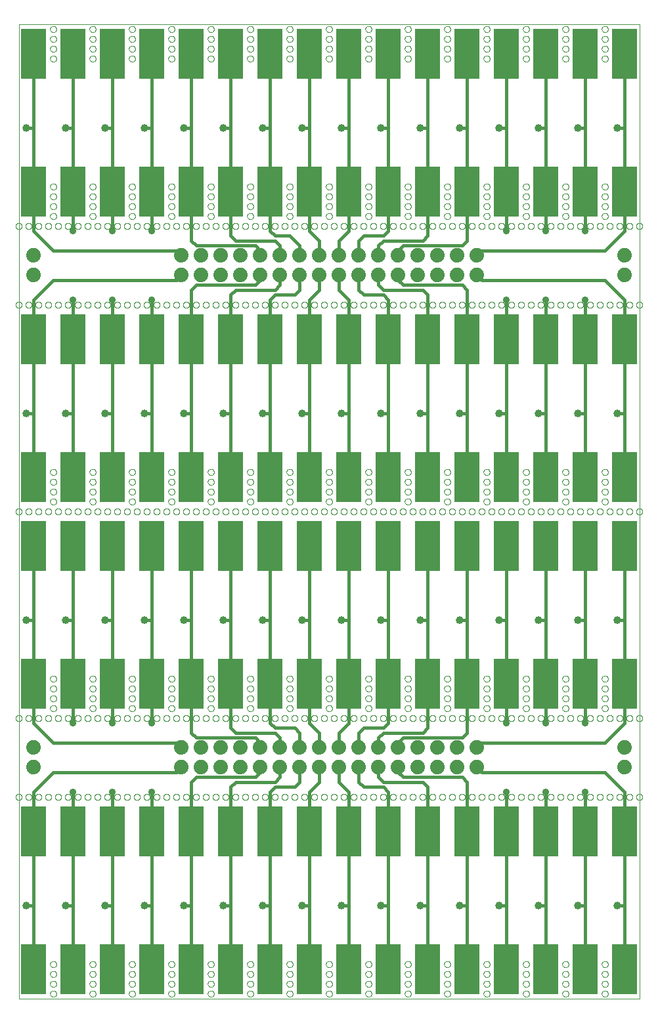
<source format=gbl>
G75*
%MOIN*%
%OFA0B0*%
%FSLAX25Y25*%
%IPPOS*%
%LPD*%
%AMOC8*
5,1,8,0,0,1.08239X$1,22.5*
%
%ADD10C,0.00000*%
%ADD11C,0.07400*%
%ADD12R,0.12800X0.25400*%
%ADD13C,0.01600*%
%ADD14C,0.03969*%
%ADD15C,0.03562*%
D10*
X0005050Y0048933D02*
X0005050Y0543933D01*
X0320050Y0543933D01*
X0320050Y0048933D01*
X0005050Y0048933D01*
X0020975Y0051433D02*
X0020977Y0051512D01*
X0020983Y0051591D01*
X0020993Y0051670D01*
X0021007Y0051748D01*
X0021024Y0051825D01*
X0021046Y0051901D01*
X0021071Y0051976D01*
X0021101Y0052049D01*
X0021133Y0052121D01*
X0021170Y0052192D01*
X0021210Y0052260D01*
X0021253Y0052326D01*
X0021299Y0052390D01*
X0021349Y0052452D01*
X0021402Y0052511D01*
X0021457Y0052567D01*
X0021516Y0052621D01*
X0021577Y0052671D01*
X0021640Y0052719D01*
X0021706Y0052763D01*
X0021774Y0052804D01*
X0021844Y0052841D01*
X0021915Y0052875D01*
X0021989Y0052905D01*
X0022063Y0052931D01*
X0022139Y0052953D01*
X0022216Y0052972D01*
X0022294Y0052987D01*
X0022372Y0052998D01*
X0022451Y0053005D01*
X0022530Y0053008D01*
X0022609Y0053007D01*
X0022688Y0053002D01*
X0022767Y0052993D01*
X0022845Y0052980D01*
X0022922Y0052963D01*
X0022999Y0052943D01*
X0023074Y0052918D01*
X0023148Y0052890D01*
X0023221Y0052858D01*
X0023291Y0052823D01*
X0023360Y0052784D01*
X0023427Y0052741D01*
X0023492Y0052695D01*
X0023554Y0052647D01*
X0023614Y0052595D01*
X0023671Y0052540D01*
X0023725Y0052482D01*
X0023776Y0052422D01*
X0023824Y0052359D01*
X0023869Y0052294D01*
X0023911Y0052226D01*
X0023949Y0052157D01*
X0023983Y0052086D01*
X0024014Y0052013D01*
X0024042Y0051938D01*
X0024065Y0051863D01*
X0024085Y0051786D01*
X0024101Y0051709D01*
X0024113Y0051630D01*
X0024121Y0051552D01*
X0024125Y0051473D01*
X0024125Y0051393D01*
X0024121Y0051314D01*
X0024113Y0051236D01*
X0024101Y0051157D01*
X0024085Y0051080D01*
X0024065Y0051003D01*
X0024042Y0050928D01*
X0024014Y0050853D01*
X0023983Y0050780D01*
X0023949Y0050709D01*
X0023911Y0050640D01*
X0023869Y0050572D01*
X0023824Y0050507D01*
X0023776Y0050444D01*
X0023725Y0050384D01*
X0023671Y0050326D01*
X0023614Y0050271D01*
X0023554Y0050219D01*
X0023492Y0050171D01*
X0023427Y0050125D01*
X0023360Y0050082D01*
X0023291Y0050043D01*
X0023221Y0050008D01*
X0023148Y0049976D01*
X0023074Y0049948D01*
X0022999Y0049923D01*
X0022922Y0049903D01*
X0022845Y0049886D01*
X0022767Y0049873D01*
X0022688Y0049864D01*
X0022609Y0049859D01*
X0022530Y0049858D01*
X0022451Y0049861D01*
X0022372Y0049868D01*
X0022294Y0049879D01*
X0022216Y0049894D01*
X0022139Y0049913D01*
X0022063Y0049935D01*
X0021989Y0049961D01*
X0021915Y0049991D01*
X0021844Y0050025D01*
X0021774Y0050062D01*
X0021706Y0050103D01*
X0021640Y0050147D01*
X0021577Y0050195D01*
X0021516Y0050245D01*
X0021457Y0050299D01*
X0021402Y0050355D01*
X0021349Y0050414D01*
X0021299Y0050476D01*
X0021253Y0050540D01*
X0021210Y0050606D01*
X0021170Y0050674D01*
X0021133Y0050745D01*
X0021101Y0050817D01*
X0021071Y0050890D01*
X0021046Y0050965D01*
X0021024Y0051041D01*
X0021007Y0051118D01*
X0020993Y0051196D01*
X0020983Y0051275D01*
X0020977Y0051354D01*
X0020975Y0051433D01*
X0020975Y0056433D02*
X0020977Y0056512D01*
X0020983Y0056591D01*
X0020993Y0056670D01*
X0021007Y0056748D01*
X0021024Y0056825D01*
X0021046Y0056901D01*
X0021071Y0056976D01*
X0021101Y0057049D01*
X0021133Y0057121D01*
X0021170Y0057192D01*
X0021210Y0057260D01*
X0021253Y0057326D01*
X0021299Y0057390D01*
X0021349Y0057452D01*
X0021402Y0057511D01*
X0021457Y0057567D01*
X0021516Y0057621D01*
X0021577Y0057671D01*
X0021640Y0057719D01*
X0021706Y0057763D01*
X0021774Y0057804D01*
X0021844Y0057841D01*
X0021915Y0057875D01*
X0021989Y0057905D01*
X0022063Y0057931D01*
X0022139Y0057953D01*
X0022216Y0057972D01*
X0022294Y0057987D01*
X0022372Y0057998D01*
X0022451Y0058005D01*
X0022530Y0058008D01*
X0022609Y0058007D01*
X0022688Y0058002D01*
X0022767Y0057993D01*
X0022845Y0057980D01*
X0022922Y0057963D01*
X0022999Y0057943D01*
X0023074Y0057918D01*
X0023148Y0057890D01*
X0023221Y0057858D01*
X0023291Y0057823D01*
X0023360Y0057784D01*
X0023427Y0057741D01*
X0023492Y0057695D01*
X0023554Y0057647D01*
X0023614Y0057595D01*
X0023671Y0057540D01*
X0023725Y0057482D01*
X0023776Y0057422D01*
X0023824Y0057359D01*
X0023869Y0057294D01*
X0023911Y0057226D01*
X0023949Y0057157D01*
X0023983Y0057086D01*
X0024014Y0057013D01*
X0024042Y0056938D01*
X0024065Y0056863D01*
X0024085Y0056786D01*
X0024101Y0056709D01*
X0024113Y0056630D01*
X0024121Y0056552D01*
X0024125Y0056473D01*
X0024125Y0056393D01*
X0024121Y0056314D01*
X0024113Y0056236D01*
X0024101Y0056157D01*
X0024085Y0056080D01*
X0024065Y0056003D01*
X0024042Y0055928D01*
X0024014Y0055853D01*
X0023983Y0055780D01*
X0023949Y0055709D01*
X0023911Y0055640D01*
X0023869Y0055572D01*
X0023824Y0055507D01*
X0023776Y0055444D01*
X0023725Y0055384D01*
X0023671Y0055326D01*
X0023614Y0055271D01*
X0023554Y0055219D01*
X0023492Y0055171D01*
X0023427Y0055125D01*
X0023360Y0055082D01*
X0023291Y0055043D01*
X0023221Y0055008D01*
X0023148Y0054976D01*
X0023074Y0054948D01*
X0022999Y0054923D01*
X0022922Y0054903D01*
X0022845Y0054886D01*
X0022767Y0054873D01*
X0022688Y0054864D01*
X0022609Y0054859D01*
X0022530Y0054858D01*
X0022451Y0054861D01*
X0022372Y0054868D01*
X0022294Y0054879D01*
X0022216Y0054894D01*
X0022139Y0054913D01*
X0022063Y0054935D01*
X0021989Y0054961D01*
X0021915Y0054991D01*
X0021844Y0055025D01*
X0021774Y0055062D01*
X0021706Y0055103D01*
X0021640Y0055147D01*
X0021577Y0055195D01*
X0021516Y0055245D01*
X0021457Y0055299D01*
X0021402Y0055355D01*
X0021349Y0055414D01*
X0021299Y0055476D01*
X0021253Y0055540D01*
X0021210Y0055606D01*
X0021170Y0055674D01*
X0021133Y0055745D01*
X0021101Y0055817D01*
X0021071Y0055890D01*
X0021046Y0055965D01*
X0021024Y0056041D01*
X0021007Y0056118D01*
X0020993Y0056196D01*
X0020983Y0056275D01*
X0020977Y0056354D01*
X0020975Y0056433D01*
X0020975Y0061433D02*
X0020977Y0061512D01*
X0020983Y0061591D01*
X0020993Y0061670D01*
X0021007Y0061748D01*
X0021024Y0061825D01*
X0021046Y0061901D01*
X0021071Y0061976D01*
X0021101Y0062049D01*
X0021133Y0062121D01*
X0021170Y0062192D01*
X0021210Y0062260D01*
X0021253Y0062326D01*
X0021299Y0062390D01*
X0021349Y0062452D01*
X0021402Y0062511D01*
X0021457Y0062567D01*
X0021516Y0062621D01*
X0021577Y0062671D01*
X0021640Y0062719D01*
X0021706Y0062763D01*
X0021774Y0062804D01*
X0021844Y0062841D01*
X0021915Y0062875D01*
X0021989Y0062905D01*
X0022063Y0062931D01*
X0022139Y0062953D01*
X0022216Y0062972D01*
X0022294Y0062987D01*
X0022372Y0062998D01*
X0022451Y0063005D01*
X0022530Y0063008D01*
X0022609Y0063007D01*
X0022688Y0063002D01*
X0022767Y0062993D01*
X0022845Y0062980D01*
X0022922Y0062963D01*
X0022999Y0062943D01*
X0023074Y0062918D01*
X0023148Y0062890D01*
X0023221Y0062858D01*
X0023291Y0062823D01*
X0023360Y0062784D01*
X0023427Y0062741D01*
X0023492Y0062695D01*
X0023554Y0062647D01*
X0023614Y0062595D01*
X0023671Y0062540D01*
X0023725Y0062482D01*
X0023776Y0062422D01*
X0023824Y0062359D01*
X0023869Y0062294D01*
X0023911Y0062226D01*
X0023949Y0062157D01*
X0023983Y0062086D01*
X0024014Y0062013D01*
X0024042Y0061938D01*
X0024065Y0061863D01*
X0024085Y0061786D01*
X0024101Y0061709D01*
X0024113Y0061630D01*
X0024121Y0061552D01*
X0024125Y0061473D01*
X0024125Y0061393D01*
X0024121Y0061314D01*
X0024113Y0061236D01*
X0024101Y0061157D01*
X0024085Y0061080D01*
X0024065Y0061003D01*
X0024042Y0060928D01*
X0024014Y0060853D01*
X0023983Y0060780D01*
X0023949Y0060709D01*
X0023911Y0060640D01*
X0023869Y0060572D01*
X0023824Y0060507D01*
X0023776Y0060444D01*
X0023725Y0060384D01*
X0023671Y0060326D01*
X0023614Y0060271D01*
X0023554Y0060219D01*
X0023492Y0060171D01*
X0023427Y0060125D01*
X0023360Y0060082D01*
X0023291Y0060043D01*
X0023221Y0060008D01*
X0023148Y0059976D01*
X0023074Y0059948D01*
X0022999Y0059923D01*
X0022922Y0059903D01*
X0022845Y0059886D01*
X0022767Y0059873D01*
X0022688Y0059864D01*
X0022609Y0059859D01*
X0022530Y0059858D01*
X0022451Y0059861D01*
X0022372Y0059868D01*
X0022294Y0059879D01*
X0022216Y0059894D01*
X0022139Y0059913D01*
X0022063Y0059935D01*
X0021989Y0059961D01*
X0021915Y0059991D01*
X0021844Y0060025D01*
X0021774Y0060062D01*
X0021706Y0060103D01*
X0021640Y0060147D01*
X0021577Y0060195D01*
X0021516Y0060245D01*
X0021457Y0060299D01*
X0021402Y0060355D01*
X0021349Y0060414D01*
X0021299Y0060476D01*
X0021253Y0060540D01*
X0021210Y0060606D01*
X0021170Y0060674D01*
X0021133Y0060745D01*
X0021101Y0060817D01*
X0021071Y0060890D01*
X0021046Y0060965D01*
X0021024Y0061041D01*
X0021007Y0061118D01*
X0020993Y0061196D01*
X0020983Y0061275D01*
X0020977Y0061354D01*
X0020975Y0061433D01*
X0020975Y0066433D02*
X0020977Y0066512D01*
X0020983Y0066591D01*
X0020993Y0066670D01*
X0021007Y0066748D01*
X0021024Y0066825D01*
X0021046Y0066901D01*
X0021071Y0066976D01*
X0021101Y0067049D01*
X0021133Y0067121D01*
X0021170Y0067192D01*
X0021210Y0067260D01*
X0021253Y0067326D01*
X0021299Y0067390D01*
X0021349Y0067452D01*
X0021402Y0067511D01*
X0021457Y0067567D01*
X0021516Y0067621D01*
X0021577Y0067671D01*
X0021640Y0067719D01*
X0021706Y0067763D01*
X0021774Y0067804D01*
X0021844Y0067841D01*
X0021915Y0067875D01*
X0021989Y0067905D01*
X0022063Y0067931D01*
X0022139Y0067953D01*
X0022216Y0067972D01*
X0022294Y0067987D01*
X0022372Y0067998D01*
X0022451Y0068005D01*
X0022530Y0068008D01*
X0022609Y0068007D01*
X0022688Y0068002D01*
X0022767Y0067993D01*
X0022845Y0067980D01*
X0022922Y0067963D01*
X0022999Y0067943D01*
X0023074Y0067918D01*
X0023148Y0067890D01*
X0023221Y0067858D01*
X0023291Y0067823D01*
X0023360Y0067784D01*
X0023427Y0067741D01*
X0023492Y0067695D01*
X0023554Y0067647D01*
X0023614Y0067595D01*
X0023671Y0067540D01*
X0023725Y0067482D01*
X0023776Y0067422D01*
X0023824Y0067359D01*
X0023869Y0067294D01*
X0023911Y0067226D01*
X0023949Y0067157D01*
X0023983Y0067086D01*
X0024014Y0067013D01*
X0024042Y0066938D01*
X0024065Y0066863D01*
X0024085Y0066786D01*
X0024101Y0066709D01*
X0024113Y0066630D01*
X0024121Y0066552D01*
X0024125Y0066473D01*
X0024125Y0066393D01*
X0024121Y0066314D01*
X0024113Y0066236D01*
X0024101Y0066157D01*
X0024085Y0066080D01*
X0024065Y0066003D01*
X0024042Y0065928D01*
X0024014Y0065853D01*
X0023983Y0065780D01*
X0023949Y0065709D01*
X0023911Y0065640D01*
X0023869Y0065572D01*
X0023824Y0065507D01*
X0023776Y0065444D01*
X0023725Y0065384D01*
X0023671Y0065326D01*
X0023614Y0065271D01*
X0023554Y0065219D01*
X0023492Y0065171D01*
X0023427Y0065125D01*
X0023360Y0065082D01*
X0023291Y0065043D01*
X0023221Y0065008D01*
X0023148Y0064976D01*
X0023074Y0064948D01*
X0022999Y0064923D01*
X0022922Y0064903D01*
X0022845Y0064886D01*
X0022767Y0064873D01*
X0022688Y0064864D01*
X0022609Y0064859D01*
X0022530Y0064858D01*
X0022451Y0064861D01*
X0022372Y0064868D01*
X0022294Y0064879D01*
X0022216Y0064894D01*
X0022139Y0064913D01*
X0022063Y0064935D01*
X0021989Y0064961D01*
X0021915Y0064991D01*
X0021844Y0065025D01*
X0021774Y0065062D01*
X0021706Y0065103D01*
X0021640Y0065147D01*
X0021577Y0065195D01*
X0021516Y0065245D01*
X0021457Y0065299D01*
X0021402Y0065355D01*
X0021349Y0065414D01*
X0021299Y0065476D01*
X0021253Y0065540D01*
X0021210Y0065606D01*
X0021170Y0065674D01*
X0021133Y0065745D01*
X0021101Y0065817D01*
X0021071Y0065890D01*
X0021046Y0065965D01*
X0021024Y0066041D01*
X0021007Y0066118D01*
X0020993Y0066196D01*
X0020983Y0066275D01*
X0020977Y0066354D01*
X0020975Y0066433D01*
X0040975Y0066433D02*
X0040977Y0066512D01*
X0040983Y0066591D01*
X0040993Y0066670D01*
X0041007Y0066748D01*
X0041024Y0066825D01*
X0041046Y0066901D01*
X0041071Y0066976D01*
X0041101Y0067049D01*
X0041133Y0067121D01*
X0041170Y0067192D01*
X0041210Y0067260D01*
X0041253Y0067326D01*
X0041299Y0067390D01*
X0041349Y0067452D01*
X0041402Y0067511D01*
X0041457Y0067567D01*
X0041516Y0067621D01*
X0041577Y0067671D01*
X0041640Y0067719D01*
X0041706Y0067763D01*
X0041774Y0067804D01*
X0041844Y0067841D01*
X0041915Y0067875D01*
X0041989Y0067905D01*
X0042063Y0067931D01*
X0042139Y0067953D01*
X0042216Y0067972D01*
X0042294Y0067987D01*
X0042372Y0067998D01*
X0042451Y0068005D01*
X0042530Y0068008D01*
X0042609Y0068007D01*
X0042688Y0068002D01*
X0042767Y0067993D01*
X0042845Y0067980D01*
X0042922Y0067963D01*
X0042999Y0067943D01*
X0043074Y0067918D01*
X0043148Y0067890D01*
X0043221Y0067858D01*
X0043291Y0067823D01*
X0043360Y0067784D01*
X0043427Y0067741D01*
X0043492Y0067695D01*
X0043554Y0067647D01*
X0043614Y0067595D01*
X0043671Y0067540D01*
X0043725Y0067482D01*
X0043776Y0067422D01*
X0043824Y0067359D01*
X0043869Y0067294D01*
X0043911Y0067226D01*
X0043949Y0067157D01*
X0043983Y0067086D01*
X0044014Y0067013D01*
X0044042Y0066938D01*
X0044065Y0066863D01*
X0044085Y0066786D01*
X0044101Y0066709D01*
X0044113Y0066630D01*
X0044121Y0066552D01*
X0044125Y0066473D01*
X0044125Y0066393D01*
X0044121Y0066314D01*
X0044113Y0066236D01*
X0044101Y0066157D01*
X0044085Y0066080D01*
X0044065Y0066003D01*
X0044042Y0065928D01*
X0044014Y0065853D01*
X0043983Y0065780D01*
X0043949Y0065709D01*
X0043911Y0065640D01*
X0043869Y0065572D01*
X0043824Y0065507D01*
X0043776Y0065444D01*
X0043725Y0065384D01*
X0043671Y0065326D01*
X0043614Y0065271D01*
X0043554Y0065219D01*
X0043492Y0065171D01*
X0043427Y0065125D01*
X0043360Y0065082D01*
X0043291Y0065043D01*
X0043221Y0065008D01*
X0043148Y0064976D01*
X0043074Y0064948D01*
X0042999Y0064923D01*
X0042922Y0064903D01*
X0042845Y0064886D01*
X0042767Y0064873D01*
X0042688Y0064864D01*
X0042609Y0064859D01*
X0042530Y0064858D01*
X0042451Y0064861D01*
X0042372Y0064868D01*
X0042294Y0064879D01*
X0042216Y0064894D01*
X0042139Y0064913D01*
X0042063Y0064935D01*
X0041989Y0064961D01*
X0041915Y0064991D01*
X0041844Y0065025D01*
X0041774Y0065062D01*
X0041706Y0065103D01*
X0041640Y0065147D01*
X0041577Y0065195D01*
X0041516Y0065245D01*
X0041457Y0065299D01*
X0041402Y0065355D01*
X0041349Y0065414D01*
X0041299Y0065476D01*
X0041253Y0065540D01*
X0041210Y0065606D01*
X0041170Y0065674D01*
X0041133Y0065745D01*
X0041101Y0065817D01*
X0041071Y0065890D01*
X0041046Y0065965D01*
X0041024Y0066041D01*
X0041007Y0066118D01*
X0040993Y0066196D01*
X0040983Y0066275D01*
X0040977Y0066354D01*
X0040975Y0066433D01*
X0040975Y0061433D02*
X0040977Y0061512D01*
X0040983Y0061591D01*
X0040993Y0061670D01*
X0041007Y0061748D01*
X0041024Y0061825D01*
X0041046Y0061901D01*
X0041071Y0061976D01*
X0041101Y0062049D01*
X0041133Y0062121D01*
X0041170Y0062192D01*
X0041210Y0062260D01*
X0041253Y0062326D01*
X0041299Y0062390D01*
X0041349Y0062452D01*
X0041402Y0062511D01*
X0041457Y0062567D01*
X0041516Y0062621D01*
X0041577Y0062671D01*
X0041640Y0062719D01*
X0041706Y0062763D01*
X0041774Y0062804D01*
X0041844Y0062841D01*
X0041915Y0062875D01*
X0041989Y0062905D01*
X0042063Y0062931D01*
X0042139Y0062953D01*
X0042216Y0062972D01*
X0042294Y0062987D01*
X0042372Y0062998D01*
X0042451Y0063005D01*
X0042530Y0063008D01*
X0042609Y0063007D01*
X0042688Y0063002D01*
X0042767Y0062993D01*
X0042845Y0062980D01*
X0042922Y0062963D01*
X0042999Y0062943D01*
X0043074Y0062918D01*
X0043148Y0062890D01*
X0043221Y0062858D01*
X0043291Y0062823D01*
X0043360Y0062784D01*
X0043427Y0062741D01*
X0043492Y0062695D01*
X0043554Y0062647D01*
X0043614Y0062595D01*
X0043671Y0062540D01*
X0043725Y0062482D01*
X0043776Y0062422D01*
X0043824Y0062359D01*
X0043869Y0062294D01*
X0043911Y0062226D01*
X0043949Y0062157D01*
X0043983Y0062086D01*
X0044014Y0062013D01*
X0044042Y0061938D01*
X0044065Y0061863D01*
X0044085Y0061786D01*
X0044101Y0061709D01*
X0044113Y0061630D01*
X0044121Y0061552D01*
X0044125Y0061473D01*
X0044125Y0061393D01*
X0044121Y0061314D01*
X0044113Y0061236D01*
X0044101Y0061157D01*
X0044085Y0061080D01*
X0044065Y0061003D01*
X0044042Y0060928D01*
X0044014Y0060853D01*
X0043983Y0060780D01*
X0043949Y0060709D01*
X0043911Y0060640D01*
X0043869Y0060572D01*
X0043824Y0060507D01*
X0043776Y0060444D01*
X0043725Y0060384D01*
X0043671Y0060326D01*
X0043614Y0060271D01*
X0043554Y0060219D01*
X0043492Y0060171D01*
X0043427Y0060125D01*
X0043360Y0060082D01*
X0043291Y0060043D01*
X0043221Y0060008D01*
X0043148Y0059976D01*
X0043074Y0059948D01*
X0042999Y0059923D01*
X0042922Y0059903D01*
X0042845Y0059886D01*
X0042767Y0059873D01*
X0042688Y0059864D01*
X0042609Y0059859D01*
X0042530Y0059858D01*
X0042451Y0059861D01*
X0042372Y0059868D01*
X0042294Y0059879D01*
X0042216Y0059894D01*
X0042139Y0059913D01*
X0042063Y0059935D01*
X0041989Y0059961D01*
X0041915Y0059991D01*
X0041844Y0060025D01*
X0041774Y0060062D01*
X0041706Y0060103D01*
X0041640Y0060147D01*
X0041577Y0060195D01*
X0041516Y0060245D01*
X0041457Y0060299D01*
X0041402Y0060355D01*
X0041349Y0060414D01*
X0041299Y0060476D01*
X0041253Y0060540D01*
X0041210Y0060606D01*
X0041170Y0060674D01*
X0041133Y0060745D01*
X0041101Y0060817D01*
X0041071Y0060890D01*
X0041046Y0060965D01*
X0041024Y0061041D01*
X0041007Y0061118D01*
X0040993Y0061196D01*
X0040983Y0061275D01*
X0040977Y0061354D01*
X0040975Y0061433D01*
X0040975Y0056433D02*
X0040977Y0056512D01*
X0040983Y0056591D01*
X0040993Y0056670D01*
X0041007Y0056748D01*
X0041024Y0056825D01*
X0041046Y0056901D01*
X0041071Y0056976D01*
X0041101Y0057049D01*
X0041133Y0057121D01*
X0041170Y0057192D01*
X0041210Y0057260D01*
X0041253Y0057326D01*
X0041299Y0057390D01*
X0041349Y0057452D01*
X0041402Y0057511D01*
X0041457Y0057567D01*
X0041516Y0057621D01*
X0041577Y0057671D01*
X0041640Y0057719D01*
X0041706Y0057763D01*
X0041774Y0057804D01*
X0041844Y0057841D01*
X0041915Y0057875D01*
X0041989Y0057905D01*
X0042063Y0057931D01*
X0042139Y0057953D01*
X0042216Y0057972D01*
X0042294Y0057987D01*
X0042372Y0057998D01*
X0042451Y0058005D01*
X0042530Y0058008D01*
X0042609Y0058007D01*
X0042688Y0058002D01*
X0042767Y0057993D01*
X0042845Y0057980D01*
X0042922Y0057963D01*
X0042999Y0057943D01*
X0043074Y0057918D01*
X0043148Y0057890D01*
X0043221Y0057858D01*
X0043291Y0057823D01*
X0043360Y0057784D01*
X0043427Y0057741D01*
X0043492Y0057695D01*
X0043554Y0057647D01*
X0043614Y0057595D01*
X0043671Y0057540D01*
X0043725Y0057482D01*
X0043776Y0057422D01*
X0043824Y0057359D01*
X0043869Y0057294D01*
X0043911Y0057226D01*
X0043949Y0057157D01*
X0043983Y0057086D01*
X0044014Y0057013D01*
X0044042Y0056938D01*
X0044065Y0056863D01*
X0044085Y0056786D01*
X0044101Y0056709D01*
X0044113Y0056630D01*
X0044121Y0056552D01*
X0044125Y0056473D01*
X0044125Y0056393D01*
X0044121Y0056314D01*
X0044113Y0056236D01*
X0044101Y0056157D01*
X0044085Y0056080D01*
X0044065Y0056003D01*
X0044042Y0055928D01*
X0044014Y0055853D01*
X0043983Y0055780D01*
X0043949Y0055709D01*
X0043911Y0055640D01*
X0043869Y0055572D01*
X0043824Y0055507D01*
X0043776Y0055444D01*
X0043725Y0055384D01*
X0043671Y0055326D01*
X0043614Y0055271D01*
X0043554Y0055219D01*
X0043492Y0055171D01*
X0043427Y0055125D01*
X0043360Y0055082D01*
X0043291Y0055043D01*
X0043221Y0055008D01*
X0043148Y0054976D01*
X0043074Y0054948D01*
X0042999Y0054923D01*
X0042922Y0054903D01*
X0042845Y0054886D01*
X0042767Y0054873D01*
X0042688Y0054864D01*
X0042609Y0054859D01*
X0042530Y0054858D01*
X0042451Y0054861D01*
X0042372Y0054868D01*
X0042294Y0054879D01*
X0042216Y0054894D01*
X0042139Y0054913D01*
X0042063Y0054935D01*
X0041989Y0054961D01*
X0041915Y0054991D01*
X0041844Y0055025D01*
X0041774Y0055062D01*
X0041706Y0055103D01*
X0041640Y0055147D01*
X0041577Y0055195D01*
X0041516Y0055245D01*
X0041457Y0055299D01*
X0041402Y0055355D01*
X0041349Y0055414D01*
X0041299Y0055476D01*
X0041253Y0055540D01*
X0041210Y0055606D01*
X0041170Y0055674D01*
X0041133Y0055745D01*
X0041101Y0055817D01*
X0041071Y0055890D01*
X0041046Y0055965D01*
X0041024Y0056041D01*
X0041007Y0056118D01*
X0040993Y0056196D01*
X0040983Y0056275D01*
X0040977Y0056354D01*
X0040975Y0056433D01*
X0040975Y0051433D02*
X0040977Y0051512D01*
X0040983Y0051591D01*
X0040993Y0051670D01*
X0041007Y0051748D01*
X0041024Y0051825D01*
X0041046Y0051901D01*
X0041071Y0051976D01*
X0041101Y0052049D01*
X0041133Y0052121D01*
X0041170Y0052192D01*
X0041210Y0052260D01*
X0041253Y0052326D01*
X0041299Y0052390D01*
X0041349Y0052452D01*
X0041402Y0052511D01*
X0041457Y0052567D01*
X0041516Y0052621D01*
X0041577Y0052671D01*
X0041640Y0052719D01*
X0041706Y0052763D01*
X0041774Y0052804D01*
X0041844Y0052841D01*
X0041915Y0052875D01*
X0041989Y0052905D01*
X0042063Y0052931D01*
X0042139Y0052953D01*
X0042216Y0052972D01*
X0042294Y0052987D01*
X0042372Y0052998D01*
X0042451Y0053005D01*
X0042530Y0053008D01*
X0042609Y0053007D01*
X0042688Y0053002D01*
X0042767Y0052993D01*
X0042845Y0052980D01*
X0042922Y0052963D01*
X0042999Y0052943D01*
X0043074Y0052918D01*
X0043148Y0052890D01*
X0043221Y0052858D01*
X0043291Y0052823D01*
X0043360Y0052784D01*
X0043427Y0052741D01*
X0043492Y0052695D01*
X0043554Y0052647D01*
X0043614Y0052595D01*
X0043671Y0052540D01*
X0043725Y0052482D01*
X0043776Y0052422D01*
X0043824Y0052359D01*
X0043869Y0052294D01*
X0043911Y0052226D01*
X0043949Y0052157D01*
X0043983Y0052086D01*
X0044014Y0052013D01*
X0044042Y0051938D01*
X0044065Y0051863D01*
X0044085Y0051786D01*
X0044101Y0051709D01*
X0044113Y0051630D01*
X0044121Y0051552D01*
X0044125Y0051473D01*
X0044125Y0051393D01*
X0044121Y0051314D01*
X0044113Y0051236D01*
X0044101Y0051157D01*
X0044085Y0051080D01*
X0044065Y0051003D01*
X0044042Y0050928D01*
X0044014Y0050853D01*
X0043983Y0050780D01*
X0043949Y0050709D01*
X0043911Y0050640D01*
X0043869Y0050572D01*
X0043824Y0050507D01*
X0043776Y0050444D01*
X0043725Y0050384D01*
X0043671Y0050326D01*
X0043614Y0050271D01*
X0043554Y0050219D01*
X0043492Y0050171D01*
X0043427Y0050125D01*
X0043360Y0050082D01*
X0043291Y0050043D01*
X0043221Y0050008D01*
X0043148Y0049976D01*
X0043074Y0049948D01*
X0042999Y0049923D01*
X0042922Y0049903D01*
X0042845Y0049886D01*
X0042767Y0049873D01*
X0042688Y0049864D01*
X0042609Y0049859D01*
X0042530Y0049858D01*
X0042451Y0049861D01*
X0042372Y0049868D01*
X0042294Y0049879D01*
X0042216Y0049894D01*
X0042139Y0049913D01*
X0042063Y0049935D01*
X0041989Y0049961D01*
X0041915Y0049991D01*
X0041844Y0050025D01*
X0041774Y0050062D01*
X0041706Y0050103D01*
X0041640Y0050147D01*
X0041577Y0050195D01*
X0041516Y0050245D01*
X0041457Y0050299D01*
X0041402Y0050355D01*
X0041349Y0050414D01*
X0041299Y0050476D01*
X0041253Y0050540D01*
X0041210Y0050606D01*
X0041170Y0050674D01*
X0041133Y0050745D01*
X0041101Y0050817D01*
X0041071Y0050890D01*
X0041046Y0050965D01*
X0041024Y0051041D01*
X0041007Y0051118D01*
X0040993Y0051196D01*
X0040983Y0051275D01*
X0040977Y0051354D01*
X0040975Y0051433D01*
X0060975Y0051433D02*
X0060977Y0051512D01*
X0060983Y0051591D01*
X0060993Y0051670D01*
X0061007Y0051748D01*
X0061024Y0051825D01*
X0061046Y0051901D01*
X0061071Y0051976D01*
X0061101Y0052049D01*
X0061133Y0052121D01*
X0061170Y0052192D01*
X0061210Y0052260D01*
X0061253Y0052326D01*
X0061299Y0052390D01*
X0061349Y0052452D01*
X0061402Y0052511D01*
X0061457Y0052567D01*
X0061516Y0052621D01*
X0061577Y0052671D01*
X0061640Y0052719D01*
X0061706Y0052763D01*
X0061774Y0052804D01*
X0061844Y0052841D01*
X0061915Y0052875D01*
X0061989Y0052905D01*
X0062063Y0052931D01*
X0062139Y0052953D01*
X0062216Y0052972D01*
X0062294Y0052987D01*
X0062372Y0052998D01*
X0062451Y0053005D01*
X0062530Y0053008D01*
X0062609Y0053007D01*
X0062688Y0053002D01*
X0062767Y0052993D01*
X0062845Y0052980D01*
X0062922Y0052963D01*
X0062999Y0052943D01*
X0063074Y0052918D01*
X0063148Y0052890D01*
X0063221Y0052858D01*
X0063291Y0052823D01*
X0063360Y0052784D01*
X0063427Y0052741D01*
X0063492Y0052695D01*
X0063554Y0052647D01*
X0063614Y0052595D01*
X0063671Y0052540D01*
X0063725Y0052482D01*
X0063776Y0052422D01*
X0063824Y0052359D01*
X0063869Y0052294D01*
X0063911Y0052226D01*
X0063949Y0052157D01*
X0063983Y0052086D01*
X0064014Y0052013D01*
X0064042Y0051938D01*
X0064065Y0051863D01*
X0064085Y0051786D01*
X0064101Y0051709D01*
X0064113Y0051630D01*
X0064121Y0051552D01*
X0064125Y0051473D01*
X0064125Y0051393D01*
X0064121Y0051314D01*
X0064113Y0051236D01*
X0064101Y0051157D01*
X0064085Y0051080D01*
X0064065Y0051003D01*
X0064042Y0050928D01*
X0064014Y0050853D01*
X0063983Y0050780D01*
X0063949Y0050709D01*
X0063911Y0050640D01*
X0063869Y0050572D01*
X0063824Y0050507D01*
X0063776Y0050444D01*
X0063725Y0050384D01*
X0063671Y0050326D01*
X0063614Y0050271D01*
X0063554Y0050219D01*
X0063492Y0050171D01*
X0063427Y0050125D01*
X0063360Y0050082D01*
X0063291Y0050043D01*
X0063221Y0050008D01*
X0063148Y0049976D01*
X0063074Y0049948D01*
X0062999Y0049923D01*
X0062922Y0049903D01*
X0062845Y0049886D01*
X0062767Y0049873D01*
X0062688Y0049864D01*
X0062609Y0049859D01*
X0062530Y0049858D01*
X0062451Y0049861D01*
X0062372Y0049868D01*
X0062294Y0049879D01*
X0062216Y0049894D01*
X0062139Y0049913D01*
X0062063Y0049935D01*
X0061989Y0049961D01*
X0061915Y0049991D01*
X0061844Y0050025D01*
X0061774Y0050062D01*
X0061706Y0050103D01*
X0061640Y0050147D01*
X0061577Y0050195D01*
X0061516Y0050245D01*
X0061457Y0050299D01*
X0061402Y0050355D01*
X0061349Y0050414D01*
X0061299Y0050476D01*
X0061253Y0050540D01*
X0061210Y0050606D01*
X0061170Y0050674D01*
X0061133Y0050745D01*
X0061101Y0050817D01*
X0061071Y0050890D01*
X0061046Y0050965D01*
X0061024Y0051041D01*
X0061007Y0051118D01*
X0060993Y0051196D01*
X0060983Y0051275D01*
X0060977Y0051354D01*
X0060975Y0051433D01*
X0060975Y0056433D02*
X0060977Y0056512D01*
X0060983Y0056591D01*
X0060993Y0056670D01*
X0061007Y0056748D01*
X0061024Y0056825D01*
X0061046Y0056901D01*
X0061071Y0056976D01*
X0061101Y0057049D01*
X0061133Y0057121D01*
X0061170Y0057192D01*
X0061210Y0057260D01*
X0061253Y0057326D01*
X0061299Y0057390D01*
X0061349Y0057452D01*
X0061402Y0057511D01*
X0061457Y0057567D01*
X0061516Y0057621D01*
X0061577Y0057671D01*
X0061640Y0057719D01*
X0061706Y0057763D01*
X0061774Y0057804D01*
X0061844Y0057841D01*
X0061915Y0057875D01*
X0061989Y0057905D01*
X0062063Y0057931D01*
X0062139Y0057953D01*
X0062216Y0057972D01*
X0062294Y0057987D01*
X0062372Y0057998D01*
X0062451Y0058005D01*
X0062530Y0058008D01*
X0062609Y0058007D01*
X0062688Y0058002D01*
X0062767Y0057993D01*
X0062845Y0057980D01*
X0062922Y0057963D01*
X0062999Y0057943D01*
X0063074Y0057918D01*
X0063148Y0057890D01*
X0063221Y0057858D01*
X0063291Y0057823D01*
X0063360Y0057784D01*
X0063427Y0057741D01*
X0063492Y0057695D01*
X0063554Y0057647D01*
X0063614Y0057595D01*
X0063671Y0057540D01*
X0063725Y0057482D01*
X0063776Y0057422D01*
X0063824Y0057359D01*
X0063869Y0057294D01*
X0063911Y0057226D01*
X0063949Y0057157D01*
X0063983Y0057086D01*
X0064014Y0057013D01*
X0064042Y0056938D01*
X0064065Y0056863D01*
X0064085Y0056786D01*
X0064101Y0056709D01*
X0064113Y0056630D01*
X0064121Y0056552D01*
X0064125Y0056473D01*
X0064125Y0056393D01*
X0064121Y0056314D01*
X0064113Y0056236D01*
X0064101Y0056157D01*
X0064085Y0056080D01*
X0064065Y0056003D01*
X0064042Y0055928D01*
X0064014Y0055853D01*
X0063983Y0055780D01*
X0063949Y0055709D01*
X0063911Y0055640D01*
X0063869Y0055572D01*
X0063824Y0055507D01*
X0063776Y0055444D01*
X0063725Y0055384D01*
X0063671Y0055326D01*
X0063614Y0055271D01*
X0063554Y0055219D01*
X0063492Y0055171D01*
X0063427Y0055125D01*
X0063360Y0055082D01*
X0063291Y0055043D01*
X0063221Y0055008D01*
X0063148Y0054976D01*
X0063074Y0054948D01*
X0062999Y0054923D01*
X0062922Y0054903D01*
X0062845Y0054886D01*
X0062767Y0054873D01*
X0062688Y0054864D01*
X0062609Y0054859D01*
X0062530Y0054858D01*
X0062451Y0054861D01*
X0062372Y0054868D01*
X0062294Y0054879D01*
X0062216Y0054894D01*
X0062139Y0054913D01*
X0062063Y0054935D01*
X0061989Y0054961D01*
X0061915Y0054991D01*
X0061844Y0055025D01*
X0061774Y0055062D01*
X0061706Y0055103D01*
X0061640Y0055147D01*
X0061577Y0055195D01*
X0061516Y0055245D01*
X0061457Y0055299D01*
X0061402Y0055355D01*
X0061349Y0055414D01*
X0061299Y0055476D01*
X0061253Y0055540D01*
X0061210Y0055606D01*
X0061170Y0055674D01*
X0061133Y0055745D01*
X0061101Y0055817D01*
X0061071Y0055890D01*
X0061046Y0055965D01*
X0061024Y0056041D01*
X0061007Y0056118D01*
X0060993Y0056196D01*
X0060983Y0056275D01*
X0060977Y0056354D01*
X0060975Y0056433D01*
X0060975Y0061433D02*
X0060977Y0061512D01*
X0060983Y0061591D01*
X0060993Y0061670D01*
X0061007Y0061748D01*
X0061024Y0061825D01*
X0061046Y0061901D01*
X0061071Y0061976D01*
X0061101Y0062049D01*
X0061133Y0062121D01*
X0061170Y0062192D01*
X0061210Y0062260D01*
X0061253Y0062326D01*
X0061299Y0062390D01*
X0061349Y0062452D01*
X0061402Y0062511D01*
X0061457Y0062567D01*
X0061516Y0062621D01*
X0061577Y0062671D01*
X0061640Y0062719D01*
X0061706Y0062763D01*
X0061774Y0062804D01*
X0061844Y0062841D01*
X0061915Y0062875D01*
X0061989Y0062905D01*
X0062063Y0062931D01*
X0062139Y0062953D01*
X0062216Y0062972D01*
X0062294Y0062987D01*
X0062372Y0062998D01*
X0062451Y0063005D01*
X0062530Y0063008D01*
X0062609Y0063007D01*
X0062688Y0063002D01*
X0062767Y0062993D01*
X0062845Y0062980D01*
X0062922Y0062963D01*
X0062999Y0062943D01*
X0063074Y0062918D01*
X0063148Y0062890D01*
X0063221Y0062858D01*
X0063291Y0062823D01*
X0063360Y0062784D01*
X0063427Y0062741D01*
X0063492Y0062695D01*
X0063554Y0062647D01*
X0063614Y0062595D01*
X0063671Y0062540D01*
X0063725Y0062482D01*
X0063776Y0062422D01*
X0063824Y0062359D01*
X0063869Y0062294D01*
X0063911Y0062226D01*
X0063949Y0062157D01*
X0063983Y0062086D01*
X0064014Y0062013D01*
X0064042Y0061938D01*
X0064065Y0061863D01*
X0064085Y0061786D01*
X0064101Y0061709D01*
X0064113Y0061630D01*
X0064121Y0061552D01*
X0064125Y0061473D01*
X0064125Y0061393D01*
X0064121Y0061314D01*
X0064113Y0061236D01*
X0064101Y0061157D01*
X0064085Y0061080D01*
X0064065Y0061003D01*
X0064042Y0060928D01*
X0064014Y0060853D01*
X0063983Y0060780D01*
X0063949Y0060709D01*
X0063911Y0060640D01*
X0063869Y0060572D01*
X0063824Y0060507D01*
X0063776Y0060444D01*
X0063725Y0060384D01*
X0063671Y0060326D01*
X0063614Y0060271D01*
X0063554Y0060219D01*
X0063492Y0060171D01*
X0063427Y0060125D01*
X0063360Y0060082D01*
X0063291Y0060043D01*
X0063221Y0060008D01*
X0063148Y0059976D01*
X0063074Y0059948D01*
X0062999Y0059923D01*
X0062922Y0059903D01*
X0062845Y0059886D01*
X0062767Y0059873D01*
X0062688Y0059864D01*
X0062609Y0059859D01*
X0062530Y0059858D01*
X0062451Y0059861D01*
X0062372Y0059868D01*
X0062294Y0059879D01*
X0062216Y0059894D01*
X0062139Y0059913D01*
X0062063Y0059935D01*
X0061989Y0059961D01*
X0061915Y0059991D01*
X0061844Y0060025D01*
X0061774Y0060062D01*
X0061706Y0060103D01*
X0061640Y0060147D01*
X0061577Y0060195D01*
X0061516Y0060245D01*
X0061457Y0060299D01*
X0061402Y0060355D01*
X0061349Y0060414D01*
X0061299Y0060476D01*
X0061253Y0060540D01*
X0061210Y0060606D01*
X0061170Y0060674D01*
X0061133Y0060745D01*
X0061101Y0060817D01*
X0061071Y0060890D01*
X0061046Y0060965D01*
X0061024Y0061041D01*
X0061007Y0061118D01*
X0060993Y0061196D01*
X0060983Y0061275D01*
X0060977Y0061354D01*
X0060975Y0061433D01*
X0060975Y0066433D02*
X0060977Y0066512D01*
X0060983Y0066591D01*
X0060993Y0066670D01*
X0061007Y0066748D01*
X0061024Y0066825D01*
X0061046Y0066901D01*
X0061071Y0066976D01*
X0061101Y0067049D01*
X0061133Y0067121D01*
X0061170Y0067192D01*
X0061210Y0067260D01*
X0061253Y0067326D01*
X0061299Y0067390D01*
X0061349Y0067452D01*
X0061402Y0067511D01*
X0061457Y0067567D01*
X0061516Y0067621D01*
X0061577Y0067671D01*
X0061640Y0067719D01*
X0061706Y0067763D01*
X0061774Y0067804D01*
X0061844Y0067841D01*
X0061915Y0067875D01*
X0061989Y0067905D01*
X0062063Y0067931D01*
X0062139Y0067953D01*
X0062216Y0067972D01*
X0062294Y0067987D01*
X0062372Y0067998D01*
X0062451Y0068005D01*
X0062530Y0068008D01*
X0062609Y0068007D01*
X0062688Y0068002D01*
X0062767Y0067993D01*
X0062845Y0067980D01*
X0062922Y0067963D01*
X0062999Y0067943D01*
X0063074Y0067918D01*
X0063148Y0067890D01*
X0063221Y0067858D01*
X0063291Y0067823D01*
X0063360Y0067784D01*
X0063427Y0067741D01*
X0063492Y0067695D01*
X0063554Y0067647D01*
X0063614Y0067595D01*
X0063671Y0067540D01*
X0063725Y0067482D01*
X0063776Y0067422D01*
X0063824Y0067359D01*
X0063869Y0067294D01*
X0063911Y0067226D01*
X0063949Y0067157D01*
X0063983Y0067086D01*
X0064014Y0067013D01*
X0064042Y0066938D01*
X0064065Y0066863D01*
X0064085Y0066786D01*
X0064101Y0066709D01*
X0064113Y0066630D01*
X0064121Y0066552D01*
X0064125Y0066473D01*
X0064125Y0066393D01*
X0064121Y0066314D01*
X0064113Y0066236D01*
X0064101Y0066157D01*
X0064085Y0066080D01*
X0064065Y0066003D01*
X0064042Y0065928D01*
X0064014Y0065853D01*
X0063983Y0065780D01*
X0063949Y0065709D01*
X0063911Y0065640D01*
X0063869Y0065572D01*
X0063824Y0065507D01*
X0063776Y0065444D01*
X0063725Y0065384D01*
X0063671Y0065326D01*
X0063614Y0065271D01*
X0063554Y0065219D01*
X0063492Y0065171D01*
X0063427Y0065125D01*
X0063360Y0065082D01*
X0063291Y0065043D01*
X0063221Y0065008D01*
X0063148Y0064976D01*
X0063074Y0064948D01*
X0062999Y0064923D01*
X0062922Y0064903D01*
X0062845Y0064886D01*
X0062767Y0064873D01*
X0062688Y0064864D01*
X0062609Y0064859D01*
X0062530Y0064858D01*
X0062451Y0064861D01*
X0062372Y0064868D01*
X0062294Y0064879D01*
X0062216Y0064894D01*
X0062139Y0064913D01*
X0062063Y0064935D01*
X0061989Y0064961D01*
X0061915Y0064991D01*
X0061844Y0065025D01*
X0061774Y0065062D01*
X0061706Y0065103D01*
X0061640Y0065147D01*
X0061577Y0065195D01*
X0061516Y0065245D01*
X0061457Y0065299D01*
X0061402Y0065355D01*
X0061349Y0065414D01*
X0061299Y0065476D01*
X0061253Y0065540D01*
X0061210Y0065606D01*
X0061170Y0065674D01*
X0061133Y0065745D01*
X0061101Y0065817D01*
X0061071Y0065890D01*
X0061046Y0065965D01*
X0061024Y0066041D01*
X0061007Y0066118D01*
X0060993Y0066196D01*
X0060983Y0066275D01*
X0060977Y0066354D01*
X0060975Y0066433D01*
X0080975Y0066433D02*
X0080977Y0066512D01*
X0080983Y0066591D01*
X0080993Y0066670D01*
X0081007Y0066748D01*
X0081024Y0066825D01*
X0081046Y0066901D01*
X0081071Y0066976D01*
X0081101Y0067049D01*
X0081133Y0067121D01*
X0081170Y0067192D01*
X0081210Y0067260D01*
X0081253Y0067326D01*
X0081299Y0067390D01*
X0081349Y0067452D01*
X0081402Y0067511D01*
X0081457Y0067567D01*
X0081516Y0067621D01*
X0081577Y0067671D01*
X0081640Y0067719D01*
X0081706Y0067763D01*
X0081774Y0067804D01*
X0081844Y0067841D01*
X0081915Y0067875D01*
X0081989Y0067905D01*
X0082063Y0067931D01*
X0082139Y0067953D01*
X0082216Y0067972D01*
X0082294Y0067987D01*
X0082372Y0067998D01*
X0082451Y0068005D01*
X0082530Y0068008D01*
X0082609Y0068007D01*
X0082688Y0068002D01*
X0082767Y0067993D01*
X0082845Y0067980D01*
X0082922Y0067963D01*
X0082999Y0067943D01*
X0083074Y0067918D01*
X0083148Y0067890D01*
X0083221Y0067858D01*
X0083291Y0067823D01*
X0083360Y0067784D01*
X0083427Y0067741D01*
X0083492Y0067695D01*
X0083554Y0067647D01*
X0083614Y0067595D01*
X0083671Y0067540D01*
X0083725Y0067482D01*
X0083776Y0067422D01*
X0083824Y0067359D01*
X0083869Y0067294D01*
X0083911Y0067226D01*
X0083949Y0067157D01*
X0083983Y0067086D01*
X0084014Y0067013D01*
X0084042Y0066938D01*
X0084065Y0066863D01*
X0084085Y0066786D01*
X0084101Y0066709D01*
X0084113Y0066630D01*
X0084121Y0066552D01*
X0084125Y0066473D01*
X0084125Y0066393D01*
X0084121Y0066314D01*
X0084113Y0066236D01*
X0084101Y0066157D01*
X0084085Y0066080D01*
X0084065Y0066003D01*
X0084042Y0065928D01*
X0084014Y0065853D01*
X0083983Y0065780D01*
X0083949Y0065709D01*
X0083911Y0065640D01*
X0083869Y0065572D01*
X0083824Y0065507D01*
X0083776Y0065444D01*
X0083725Y0065384D01*
X0083671Y0065326D01*
X0083614Y0065271D01*
X0083554Y0065219D01*
X0083492Y0065171D01*
X0083427Y0065125D01*
X0083360Y0065082D01*
X0083291Y0065043D01*
X0083221Y0065008D01*
X0083148Y0064976D01*
X0083074Y0064948D01*
X0082999Y0064923D01*
X0082922Y0064903D01*
X0082845Y0064886D01*
X0082767Y0064873D01*
X0082688Y0064864D01*
X0082609Y0064859D01*
X0082530Y0064858D01*
X0082451Y0064861D01*
X0082372Y0064868D01*
X0082294Y0064879D01*
X0082216Y0064894D01*
X0082139Y0064913D01*
X0082063Y0064935D01*
X0081989Y0064961D01*
X0081915Y0064991D01*
X0081844Y0065025D01*
X0081774Y0065062D01*
X0081706Y0065103D01*
X0081640Y0065147D01*
X0081577Y0065195D01*
X0081516Y0065245D01*
X0081457Y0065299D01*
X0081402Y0065355D01*
X0081349Y0065414D01*
X0081299Y0065476D01*
X0081253Y0065540D01*
X0081210Y0065606D01*
X0081170Y0065674D01*
X0081133Y0065745D01*
X0081101Y0065817D01*
X0081071Y0065890D01*
X0081046Y0065965D01*
X0081024Y0066041D01*
X0081007Y0066118D01*
X0080993Y0066196D01*
X0080983Y0066275D01*
X0080977Y0066354D01*
X0080975Y0066433D01*
X0080975Y0061433D02*
X0080977Y0061512D01*
X0080983Y0061591D01*
X0080993Y0061670D01*
X0081007Y0061748D01*
X0081024Y0061825D01*
X0081046Y0061901D01*
X0081071Y0061976D01*
X0081101Y0062049D01*
X0081133Y0062121D01*
X0081170Y0062192D01*
X0081210Y0062260D01*
X0081253Y0062326D01*
X0081299Y0062390D01*
X0081349Y0062452D01*
X0081402Y0062511D01*
X0081457Y0062567D01*
X0081516Y0062621D01*
X0081577Y0062671D01*
X0081640Y0062719D01*
X0081706Y0062763D01*
X0081774Y0062804D01*
X0081844Y0062841D01*
X0081915Y0062875D01*
X0081989Y0062905D01*
X0082063Y0062931D01*
X0082139Y0062953D01*
X0082216Y0062972D01*
X0082294Y0062987D01*
X0082372Y0062998D01*
X0082451Y0063005D01*
X0082530Y0063008D01*
X0082609Y0063007D01*
X0082688Y0063002D01*
X0082767Y0062993D01*
X0082845Y0062980D01*
X0082922Y0062963D01*
X0082999Y0062943D01*
X0083074Y0062918D01*
X0083148Y0062890D01*
X0083221Y0062858D01*
X0083291Y0062823D01*
X0083360Y0062784D01*
X0083427Y0062741D01*
X0083492Y0062695D01*
X0083554Y0062647D01*
X0083614Y0062595D01*
X0083671Y0062540D01*
X0083725Y0062482D01*
X0083776Y0062422D01*
X0083824Y0062359D01*
X0083869Y0062294D01*
X0083911Y0062226D01*
X0083949Y0062157D01*
X0083983Y0062086D01*
X0084014Y0062013D01*
X0084042Y0061938D01*
X0084065Y0061863D01*
X0084085Y0061786D01*
X0084101Y0061709D01*
X0084113Y0061630D01*
X0084121Y0061552D01*
X0084125Y0061473D01*
X0084125Y0061393D01*
X0084121Y0061314D01*
X0084113Y0061236D01*
X0084101Y0061157D01*
X0084085Y0061080D01*
X0084065Y0061003D01*
X0084042Y0060928D01*
X0084014Y0060853D01*
X0083983Y0060780D01*
X0083949Y0060709D01*
X0083911Y0060640D01*
X0083869Y0060572D01*
X0083824Y0060507D01*
X0083776Y0060444D01*
X0083725Y0060384D01*
X0083671Y0060326D01*
X0083614Y0060271D01*
X0083554Y0060219D01*
X0083492Y0060171D01*
X0083427Y0060125D01*
X0083360Y0060082D01*
X0083291Y0060043D01*
X0083221Y0060008D01*
X0083148Y0059976D01*
X0083074Y0059948D01*
X0082999Y0059923D01*
X0082922Y0059903D01*
X0082845Y0059886D01*
X0082767Y0059873D01*
X0082688Y0059864D01*
X0082609Y0059859D01*
X0082530Y0059858D01*
X0082451Y0059861D01*
X0082372Y0059868D01*
X0082294Y0059879D01*
X0082216Y0059894D01*
X0082139Y0059913D01*
X0082063Y0059935D01*
X0081989Y0059961D01*
X0081915Y0059991D01*
X0081844Y0060025D01*
X0081774Y0060062D01*
X0081706Y0060103D01*
X0081640Y0060147D01*
X0081577Y0060195D01*
X0081516Y0060245D01*
X0081457Y0060299D01*
X0081402Y0060355D01*
X0081349Y0060414D01*
X0081299Y0060476D01*
X0081253Y0060540D01*
X0081210Y0060606D01*
X0081170Y0060674D01*
X0081133Y0060745D01*
X0081101Y0060817D01*
X0081071Y0060890D01*
X0081046Y0060965D01*
X0081024Y0061041D01*
X0081007Y0061118D01*
X0080993Y0061196D01*
X0080983Y0061275D01*
X0080977Y0061354D01*
X0080975Y0061433D01*
X0080975Y0056433D02*
X0080977Y0056512D01*
X0080983Y0056591D01*
X0080993Y0056670D01*
X0081007Y0056748D01*
X0081024Y0056825D01*
X0081046Y0056901D01*
X0081071Y0056976D01*
X0081101Y0057049D01*
X0081133Y0057121D01*
X0081170Y0057192D01*
X0081210Y0057260D01*
X0081253Y0057326D01*
X0081299Y0057390D01*
X0081349Y0057452D01*
X0081402Y0057511D01*
X0081457Y0057567D01*
X0081516Y0057621D01*
X0081577Y0057671D01*
X0081640Y0057719D01*
X0081706Y0057763D01*
X0081774Y0057804D01*
X0081844Y0057841D01*
X0081915Y0057875D01*
X0081989Y0057905D01*
X0082063Y0057931D01*
X0082139Y0057953D01*
X0082216Y0057972D01*
X0082294Y0057987D01*
X0082372Y0057998D01*
X0082451Y0058005D01*
X0082530Y0058008D01*
X0082609Y0058007D01*
X0082688Y0058002D01*
X0082767Y0057993D01*
X0082845Y0057980D01*
X0082922Y0057963D01*
X0082999Y0057943D01*
X0083074Y0057918D01*
X0083148Y0057890D01*
X0083221Y0057858D01*
X0083291Y0057823D01*
X0083360Y0057784D01*
X0083427Y0057741D01*
X0083492Y0057695D01*
X0083554Y0057647D01*
X0083614Y0057595D01*
X0083671Y0057540D01*
X0083725Y0057482D01*
X0083776Y0057422D01*
X0083824Y0057359D01*
X0083869Y0057294D01*
X0083911Y0057226D01*
X0083949Y0057157D01*
X0083983Y0057086D01*
X0084014Y0057013D01*
X0084042Y0056938D01*
X0084065Y0056863D01*
X0084085Y0056786D01*
X0084101Y0056709D01*
X0084113Y0056630D01*
X0084121Y0056552D01*
X0084125Y0056473D01*
X0084125Y0056393D01*
X0084121Y0056314D01*
X0084113Y0056236D01*
X0084101Y0056157D01*
X0084085Y0056080D01*
X0084065Y0056003D01*
X0084042Y0055928D01*
X0084014Y0055853D01*
X0083983Y0055780D01*
X0083949Y0055709D01*
X0083911Y0055640D01*
X0083869Y0055572D01*
X0083824Y0055507D01*
X0083776Y0055444D01*
X0083725Y0055384D01*
X0083671Y0055326D01*
X0083614Y0055271D01*
X0083554Y0055219D01*
X0083492Y0055171D01*
X0083427Y0055125D01*
X0083360Y0055082D01*
X0083291Y0055043D01*
X0083221Y0055008D01*
X0083148Y0054976D01*
X0083074Y0054948D01*
X0082999Y0054923D01*
X0082922Y0054903D01*
X0082845Y0054886D01*
X0082767Y0054873D01*
X0082688Y0054864D01*
X0082609Y0054859D01*
X0082530Y0054858D01*
X0082451Y0054861D01*
X0082372Y0054868D01*
X0082294Y0054879D01*
X0082216Y0054894D01*
X0082139Y0054913D01*
X0082063Y0054935D01*
X0081989Y0054961D01*
X0081915Y0054991D01*
X0081844Y0055025D01*
X0081774Y0055062D01*
X0081706Y0055103D01*
X0081640Y0055147D01*
X0081577Y0055195D01*
X0081516Y0055245D01*
X0081457Y0055299D01*
X0081402Y0055355D01*
X0081349Y0055414D01*
X0081299Y0055476D01*
X0081253Y0055540D01*
X0081210Y0055606D01*
X0081170Y0055674D01*
X0081133Y0055745D01*
X0081101Y0055817D01*
X0081071Y0055890D01*
X0081046Y0055965D01*
X0081024Y0056041D01*
X0081007Y0056118D01*
X0080993Y0056196D01*
X0080983Y0056275D01*
X0080977Y0056354D01*
X0080975Y0056433D01*
X0080975Y0051433D02*
X0080977Y0051512D01*
X0080983Y0051591D01*
X0080993Y0051670D01*
X0081007Y0051748D01*
X0081024Y0051825D01*
X0081046Y0051901D01*
X0081071Y0051976D01*
X0081101Y0052049D01*
X0081133Y0052121D01*
X0081170Y0052192D01*
X0081210Y0052260D01*
X0081253Y0052326D01*
X0081299Y0052390D01*
X0081349Y0052452D01*
X0081402Y0052511D01*
X0081457Y0052567D01*
X0081516Y0052621D01*
X0081577Y0052671D01*
X0081640Y0052719D01*
X0081706Y0052763D01*
X0081774Y0052804D01*
X0081844Y0052841D01*
X0081915Y0052875D01*
X0081989Y0052905D01*
X0082063Y0052931D01*
X0082139Y0052953D01*
X0082216Y0052972D01*
X0082294Y0052987D01*
X0082372Y0052998D01*
X0082451Y0053005D01*
X0082530Y0053008D01*
X0082609Y0053007D01*
X0082688Y0053002D01*
X0082767Y0052993D01*
X0082845Y0052980D01*
X0082922Y0052963D01*
X0082999Y0052943D01*
X0083074Y0052918D01*
X0083148Y0052890D01*
X0083221Y0052858D01*
X0083291Y0052823D01*
X0083360Y0052784D01*
X0083427Y0052741D01*
X0083492Y0052695D01*
X0083554Y0052647D01*
X0083614Y0052595D01*
X0083671Y0052540D01*
X0083725Y0052482D01*
X0083776Y0052422D01*
X0083824Y0052359D01*
X0083869Y0052294D01*
X0083911Y0052226D01*
X0083949Y0052157D01*
X0083983Y0052086D01*
X0084014Y0052013D01*
X0084042Y0051938D01*
X0084065Y0051863D01*
X0084085Y0051786D01*
X0084101Y0051709D01*
X0084113Y0051630D01*
X0084121Y0051552D01*
X0084125Y0051473D01*
X0084125Y0051393D01*
X0084121Y0051314D01*
X0084113Y0051236D01*
X0084101Y0051157D01*
X0084085Y0051080D01*
X0084065Y0051003D01*
X0084042Y0050928D01*
X0084014Y0050853D01*
X0083983Y0050780D01*
X0083949Y0050709D01*
X0083911Y0050640D01*
X0083869Y0050572D01*
X0083824Y0050507D01*
X0083776Y0050444D01*
X0083725Y0050384D01*
X0083671Y0050326D01*
X0083614Y0050271D01*
X0083554Y0050219D01*
X0083492Y0050171D01*
X0083427Y0050125D01*
X0083360Y0050082D01*
X0083291Y0050043D01*
X0083221Y0050008D01*
X0083148Y0049976D01*
X0083074Y0049948D01*
X0082999Y0049923D01*
X0082922Y0049903D01*
X0082845Y0049886D01*
X0082767Y0049873D01*
X0082688Y0049864D01*
X0082609Y0049859D01*
X0082530Y0049858D01*
X0082451Y0049861D01*
X0082372Y0049868D01*
X0082294Y0049879D01*
X0082216Y0049894D01*
X0082139Y0049913D01*
X0082063Y0049935D01*
X0081989Y0049961D01*
X0081915Y0049991D01*
X0081844Y0050025D01*
X0081774Y0050062D01*
X0081706Y0050103D01*
X0081640Y0050147D01*
X0081577Y0050195D01*
X0081516Y0050245D01*
X0081457Y0050299D01*
X0081402Y0050355D01*
X0081349Y0050414D01*
X0081299Y0050476D01*
X0081253Y0050540D01*
X0081210Y0050606D01*
X0081170Y0050674D01*
X0081133Y0050745D01*
X0081101Y0050817D01*
X0081071Y0050890D01*
X0081046Y0050965D01*
X0081024Y0051041D01*
X0081007Y0051118D01*
X0080993Y0051196D01*
X0080983Y0051275D01*
X0080977Y0051354D01*
X0080975Y0051433D01*
X0100975Y0051433D02*
X0100977Y0051512D01*
X0100983Y0051591D01*
X0100993Y0051670D01*
X0101007Y0051748D01*
X0101024Y0051825D01*
X0101046Y0051901D01*
X0101071Y0051976D01*
X0101101Y0052049D01*
X0101133Y0052121D01*
X0101170Y0052192D01*
X0101210Y0052260D01*
X0101253Y0052326D01*
X0101299Y0052390D01*
X0101349Y0052452D01*
X0101402Y0052511D01*
X0101457Y0052567D01*
X0101516Y0052621D01*
X0101577Y0052671D01*
X0101640Y0052719D01*
X0101706Y0052763D01*
X0101774Y0052804D01*
X0101844Y0052841D01*
X0101915Y0052875D01*
X0101989Y0052905D01*
X0102063Y0052931D01*
X0102139Y0052953D01*
X0102216Y0052972D01*
X0102294Y0052987D01*
X0102372Y0052998D01*
X0102451Y0053005D01*
X0102530Y0053008D01*
X0102609Y0053007D01*
X0102688Y0053002D01*
X0102767Y0052993D01*
X0102845Y0052980D01*
X0102922Y0052963D01*
X0102999Y0052943D01*
X0103074Y0052918D01*
X0103148Y0052890D01*
X0103221Y0052858D01*
X0103291Y0052823D01*
X0103360Y0052784D01*
X0103427Y0052741D01*
X0103492Y0052695D01*
X0103554Y0052647D01*
X0103614Y0052595D01*
X0103671Y0052540D01*
X0103725Y0052482D01*
X0103776Y0052422D01*
X0103824Y0052359D01*
X0103869Y0052294D01*
X0103911Y0052226D01*
X0103949Y0052157D01*
X0103983Y0052086D01*
X0104014Y0052013D01*
X0104042Y0051938D01*
X0104065Y0051863D01*
X0104085Y0051786D01*
X0104101Y0051709D01*
X0104113Y0051630D01*
X0104121Y0051552D01*
X0104125Y0051473D01*
X0104125Y0051393D01*
X0104121Y0051314D01*
X0104113Y0051236D01*
X0104101Y0051157D01*
X0104085Y0051080D01*
X0104065Y0051003D01*
X0104042Y0050928D01*
X0104014Y0050853D01*
X0103983Y0050780D01*
X0103949Y0050709D01*
X0103911Y0050640D01*
X0103869Y0050572D01*
X0103824Y0050507D01*
X0103776Y0050444D01*
X0103725Y0050384D01*
X0103671Y0050326D01*
X0103614Y0050271D01*
X0103554Y0050219D01*
X0103492Y0050171D01*
X0103427Y0050125D01*
X0103360Y0050082D01*
X0103291Y0050043D01*
X0103221Y0050008D01*
X0103148Y0049976D01*
X0103074Y0049948D01*
X0102999Y0049923D01*
X0102922Y0049903D01*
X0102845Y0049886D01*
X0102767Y0049873D01*
X0102688Y0049864D01*
X0102609Y0049859D01*
X0102530Y0049858D01*
X0102451Y0049861D01*
X0102372Y0049868D01*
X0102294Y0049879D01*
X0102216Y0049894D01*
X0102139Y0049913D01*
X0102063Y0049935D01*
X0101989Y0049961D01*
X0101915Y0049991D01*
X0101844Y0050025D01*
X0101774Y0050062D01*
X0101706Y0050103D01*
X0101640Y0050147D01*
X0101577Y0050195D01*
X0101516Y0050245D01*
X0101457Y0050299D01*
X0101402Y0050355D01*
X0101349Y0050414D01*
X0101299Y0050476D01*
X0101253Y0050540D01*
X0101210Y0050606D01*
X0101170Y0050674D01*
X0101133Y0050745D01*
X0101101Y0050817D01*
X0101071Y0050890D01*
X0101046Y0050965D01*
X0101024Y0051041D01*
X0101007Y0051118D01*
X0100993Y0051196D01*
X0100983Y0051275D01*
X0100977Y0051354D01*
X0100975Y0051433D01*
X0100975Y0056433D02*
X0100977Y0056512D01*
X0100983Y0056591D01*
X0100993Y0056670D01*
X0101007Y0056748D01*
X0101024Y0056825D01*
X0101046Y0056901D01*
X0101071Y0056976D01*
X0101101Y0057049D01*
X0101133Y0057121D01*
X0101170Y0057192D01*
X0101210Y0057260D01*
X0101253Y0057326D01*
X0101299Y0057390D01*
X0101349Y0057452D01*
X0101402Y0057511D01*
X0101457Y0057567D01*
X0101516Y0057621D01*
X0101577Y0057671D01*
X0101640Y0057719D01*
X0101706Y0057763D01*
X0101774Y0057804D01*
X0101844Y0057841D01*
X0101915Y0057875D01*
X0101989Y0057905D01*
X0102063Y0057931D01*
X0102139Y0057953D01*
X0102216Y0057972D01*
X0102294Y0057987D01*
X0102372Y0057998D01*
X0102451Y0058005D01*
X0102530Y0058008D01*
X0102609Y0058007D01*
X0102688Y0058002D01*
X0102767Y0057993D01*
X0102845Y0057980D01*
X0102922Y0057963D01*
X0102999Y0057943D01*
X0103074Y0057918D01*
X0103148Y0057890D01*
X0103221Y0057858D01*
X0103291Y0057823D01*
X0103360Y0057784D01*
X0103427Y0057741D01*
X0103492Y0057695D01*
X0103554Y0057647D01*
X0103614Y0057595D01*
X0103671Y0057540D01*
X0103725Y0057482D01*
X0103776Y0057422D01*
X0103824Y0057359D01*
X0103869Y0057294D01*
X0103911Y0057226D01*
X0103949Y0057157D01*
X0103983Y0057086D01*
X0104014Y0057013D01*
X0104042Y0056938D01*
X0104065Y0056863D01*
X0104085Y0056786D01*
X0104101Y0056709D01*
X0104113Y0056630D01*
X0104121Y0056552D01*
X0104125Y0056473D01*
X0104125Y0056393D01*
X0104121Y0056314D01*
X0104113Y0056236D01*
X0104101Y0056157D01*
X0104085Y0056080D01*
X0104065Y0056003D01*
X0104042Y0055928D01*
X0104014Y0055853D01*
X0103983Y0055780D01*
X0103949Y0055709D01*
X0103911Y0055640D01*
X0103869Y0055572D01*
X0103824Y0055507D01*
X0103776Y0055444D01*
X0103725Y0055384D01*
X0103671Y0055326D01*
X0103614Y0055271D01*
X0103554Y0055219D01*
X0103492Y0055171D01*
X0103427Y0055125D01*
X0103360Y0055082D01*
X0103291Y0055043D01*
X0103221Y0055008D01*
X0103148Y0054976D01*
X0103074Y0054948D01*
X0102999Y0054923D01*
X0102922Y0054903D01*
X0102845Y0054886D01*
X0102767Y0054873D01*
X0102688Y0054864D01*
X0102609Y0054859D01*
X0102530Y0054858D01*
X0102451Y0054861D01*
X0102372Y0054868D01*
X0102294Y0054879D01*
X0102216Y0054894D01*
X0102139Y0054913D01*
X0102063Y0054935D01*
X0101989Y0054961D01*
X0101915Y0054991D01*
X0101844Y0055025D01*
X0101774Y0055062D01*
X0101706Y0055103D01*
X0101640Y0055147D01*
X0101577Y0055195D01*
X0101516Y0055245D01*
X0101457Y0055299D01*
X0101402Y0055355D01*
X0101349Y0055414D01*
X0101299Y0055476D01*
X0101253Y0055540D01*
X0101210Y0055606D01*
X0101170Y0055674D01*
X0101133Y0055745D01*
X0101101Y0055817D01*
X0101071Y0055890D01*
X0101046Y0055965D01*
X0101024Y0056041D01*
X0101007Y0056118D01*
X0100993Y0056196D01*
X0100983Y0056275D01*
X0100977Y0056354D01*
X0100975Y0056433D01*
X0100975Y0061433D02*
X0100977Y0061512D01*
X0100983Y0061591D01*
X0100993Y0061670D01*
X0101007Y0061748D01*
X0101024Y0061825D01*
X0101046Y0061901D01*
X0101071Y0061976D01*
X0101101Y0062049D01*
X0101133Y0062121D01*
X0101170Y0062192D01*
X0101210Y0062260D01*
X0101253Y0062326D01*
X0101299Y0062390D01*
X0101349Y0062452D01*
X0101402Y0062511D01*
X0101457Y0062567D01*
X0101516Y0062621D01*
X0101577Y0062671D01*
X0101640Y0062719D01*
X0101706Y0062763D01*
X0101774Y0062804D01*
X0101844Y0062841D01*
X0101915Y0062875D01*
X0101989Y0062905D01*
X0102063Y0062931D01*
X0102139Y0062953D01*
X0102216Y0062972D01*
X0102294Y0062987D01*
X0102372Y0062998D01*
X0102451Y0063005D01*
X0102530Y0063008D01*
X0102609Y0063007D01*
X0102688Y0063002D01*
X0102767Y0062993D01*
X0102845Y0062980D01*
X0102922Y0062963D01*
X0102999Y0062943D01*
X0103074Y0062918D01*
X0103148Y0062890D01*
X0103221Y0062858D01*
X0103291Y0062823D01*
X0103360Y0062784D01*
X0103427Y0062741D01*
X0103492Y0062695D01*
X0103554Y0062647D01*
X0103614Y0062595D01*
X0103671Y0062540D01*
X0103725Y0062482D01*
X0103776Y0062422D01*
X0103824Y0062359D01*
X0103869Y0062294D01*
X0103911Y0062226D01*
X0103949Y0062157D01*
X0103983Y0062086D01*
X0104014Y0062013D01*
X0104042Y0061938D01*
X0104065Y0061863D01*
X0104085Y0061786D01*
X0104101Y0061709D01*
X0104113Y0061630D01*
X0104121Y0061552D01*
X0104125Y0061473D01*
X0104125Y0061393D01*
X0104121Y0061314D01*
X0104113Y0061236D01*
X0104101Y0061157D01*
X0104085Y0061080D01*
X0104065Y0061003D01*
X0104042Y0060928D01*
X0104014Y0060853D01*
X0103983Y0060780D01*
X0103949Y0060709D01*
X0103911Y0060640D01*
X0103869Y0060572D01*
X0103824Y0060507D01*
X0103776Y0060444D01*
X0103725Y0060384D01*
X0103671Y0060326D01*
X0103614Y0060271D01*
X0103554Y0060219D01*
X0103492Y0060171D01*
X0103427Y0060125D01*
X0103360Y0060082D01*
X0103291Y0060043D01*
X0103221Y0060008D01*
X0103148Y0059976D01*
X0103074Y0059948D01*
X0102999Y0059923D01*
X0102922Y0059903D01*
X0102845Y0059886D01*
X0102767Y0059873D01*
X0102688Y0059864D01*
X0102609Y0059859D01*
X0102530Y0059858D01*
X0102451Y0059861D01*
X0102372Y0059868D01*
X0102294Y0059879D01*
X0102216Y0059894D01*
X0102139Y0059913D01*
X0102063Y0059935D01*
X0101989Y0059961D01*
X0101915Y0059991D01*
X0101844Y0060025D01*
X0101774Y0060062D01*
X0101706Y0060103D01*
X0101640Y0060147D01*
X0101577Y0060195D01*
X0101516Y0060245D01*
X0101457Y0060299D01*
X0101402Y0060355D01*
X0101349Y0060414D01*
X0101299Y0060476D01*
X0101253Y0060540D01*
X0101210Y0060606D01*
X0101170Y0060674D01*
X0101133Y0060745D01*
X0101101Y0060817D01*
X0101071Y0060890D01*
X0101046Y0060965D01*
X0101024Y0061041D01*
X0101007Y0061118D01*
X0100993Y0061196D01*
X0100983Y0061275D01*
X0100977Y0061354D01*
X0100975Y0061433D01*
X0100975Y0066433D02*
X0100977Y0066512D01*
X0100983Y0066591D01*
X0100993Y0066670D01*
X0101007Y0066748D01*
X0101024Y0066825D01*
X0101046Y0066901D01*
X0101071Y0066976D01*
X0101101Y0067049D01*
X0101133Y0067121D01*
X0101170Y0067192D01*
X0101210Y0067260D01*
X0101253Y0067326D01*
X0101299Y0067390D01*
X0101349Y0067452D01*
X0101402Y0067511D01*
X0101457Y0067567D01*
X0101516Y0067621D01*
X0101577Y0067671D01*
X0101640Y0067719D01*
X0101706Y0067763D01*
X0101774Y0067804D01*
X0101844Y0067841D01*
X0101915Y0067875D01*
X0101989Y0067905D01*
X0102063Y0067931D01*
X0102139Y0067953D01*
X0102216Y0067972D01*
X0102294Y0067987D01*
X0102372Y0067998D01*
X0102451Y0068005D01*
X0102530Y0068008D01*
X0102609Y0068007D01*
X0102688Y0068002D01*
X0102767Y0067993D01*
X0102845Y0067980D01*
X0102922Y0067963D01*
X0102999Y0067943D01*
X0103074Y0067918D01*
X0103148Y0067890D01*
X0103221Y0067858D01*
X0103291Y0067823D01*
X0103360Y0067784D01*
X0103427Y0067741D01*
X0103492Y0067695D01*
X0103554Y0067647D01*
X0103614Y0067595D01*
X0103671Y0067540D01*
X0103725Y0067482D01*
X0103776Y0067422D01*
X0103824Y0067359D01*
X0103869Y0067294D01*
X0103911Y0067226D01*
X0103949Y0067157D01*
X0103983Y0067086D01*
X0104014Y0067013D01*
X0104042Y0066938D01*
X0104065Y0066863D01*
X0104085Y0066786D01*
X0104101Y0066709D01*
X0104113Y0066630D01*
X0104121Y0066552D01*
X0104125Y0066473D01*
X0104125Y0066393D01*
X0104121Y0066314D01*
X0104113Y0066236D01*
X0104101Y0066157D01*
X0104085Y0066080D01*
X0104065Y0066003D01*
X0104042Y0065928D01*
X0104014Y0065853D01*
X0103983Y0065780D01*
X0103949Y0065709D01*
X0103911Y0065640D01*
X0103869Y0065572D01*
X0103824Y0065507D01*
X0103776Y0065444D01*
X0103725Y0065384D01*
X0103671Y0065326D01*
X0103614Y0065271D01*
X0103554Y0065219D01*
X0103492Y0065171D01*
X0103427Y0065125D01*
X0103360Y0065082D01*
X0103291Y0065043D01*
X0103221Y0065008D01*
X0103148Y0064976D01*
X0103074Y0064948D01*
X0102999Y0064923D01*
X0102922Y0064903D01*
X0102845Y0064886D01*
X0102767Y0064873D01*
X0102688Y0064864D01*
X0102609Y0064859D01*
X0102530Y0064858D01*
X0102451Y0064861D01*
X0102372Y0064868D01*
X0102294Y0064879D01*
X0102216Y0064894D01*
X0102139Y0064913D01*
X0102063Y0064935D01*
X0101989Y0064961D01*
X0101915Y0064991D01*
X0101844Y0065025D01*
X0101774Y0065062D01*
X0101706Y0065103D01*
X0101640Y0065147D01*
X0101577Y0065195D01*
X0101516Y0065245D01*
X0101457Y0065299D01*
X0101402Y0065355D01*
X0101349Y0065414D01*
X0101299Y0065476D01*
X0101253Y0065540D01*
X0101210Y0065606D01*
X0101170Y0065674D01*
X0101133Y0065745D01*
X0101101Y0065817D01*
X0101071Y0065890D01*
X0101046Y0065965D01*
X0101024Y0066041D01*
X0101007Y0066118D01*
X0100993Y0066196D01*
X0100983Y0066275D01*
X0100977Y0066354D01*
X0100975Y0066433D01*
X0120975Y0066433D02*
X0120977Y0066512D01*
X0120983Y0066591D01*
X0120993Y0066670D01*
X0121007Y0066748D01*
X0121024Y0066825D01*
X0121046Y0066901D01*
X0121071Y0066976D01*
X0121101Y0067049D01*
X0121133Y0067121D01*
X0121170Y0067192D01*
X0121210Y0067260D01*
X0121253Y0067326D01*
X0121299Y0067390D01*
X0121349Y0067452D01*
X0121402Y0067511D01*
X0121457Y0067567D01*
X0121516Y0067621D01*
X0121577Y0067671D01*
X0121640Y0067719D01*
X0121706Y0067763D01*
X0121774Y0067804D01*
X0121844Y0067841D01*
X0121915Y0067875D01*
X0121989Y0067905D01*
X0122063Y0067931D01*
X0122139Y0067953D01*
X0122216Y0067972D01*
X0122294Y0067987D01*
X0122372Y0067998D01*
X0122451Y0068005D01*
X0122530Y0068008D01*
X0122609Y0068007D01*
X0122688Y0068002D01*
X0122767Y0067993D01*
X0122845Y0067980D01*
X0122922Y0067963D01*
X0122999Y0067943D01*
X0123074Y0067918D01*
X0123148Y0067890D01*
X0123221Y0067858D01*
X0123291Y0067823D01*
X0123360Y0067784D01*
X0123427Y0067741D01*
X0123492Y0067695D01*
X0123554Y0067647D01*
X0123614Y0067595D01*
X0123671Y0067540D01*
X0123725Y0067482D01*
X0123776Y0067422D01*
X0123824Y0067359D01*
X0123869Y0067294D01*
X0123911Y0067226D01*
X0123949Y0067157D01*
X0123983Y0067086D01*
X0124014Y0067013D01*
X0124042Y0066938D01*
X0124065Y0066863D01*
X0124085Y0066786D01*
X0124101Y0066709D01*
X0124113Y0066630D01*
X0124121Y0066552D01*
X0124125Y0066473D01*
X0124125Y0066393D01*
X0124121Y0066314D01*
X0124113Y0066236D01*
X0124101Y0066157D01*
X0124085Y0066080D01*
X0124065Y0066003D01*
X0124042Y0065928D01*
X0124014Y0065853D01*
X0123983Y0065780D01*
X0123949Y0065709D01*
X0123911Y0065640D01*
X0123869Y0065572D01*
X0123824Y0065507D01*
X0123776Y0065444D01*
X0123725Y0065384D01*
X0123671Y0065326D01*
X0123614Y0065271D01*
X0123554Y0065219D01*
X0123492Y0065171D01*
X0123427Y0065125D01*
X0123360Y0065082D01*
X0123291Y0065043D01*
X0123221Y0065008D01*
X0123148Y0064976D01*
X0123074Y0064948D01*
X0122999Y0064923D01*
X0122922Y0064903D01*
X0122845Y0064886D01*
X0122767Y0064873D01*
X0122688Y0064864D01*
X0122609Y0064859D01*
X0122530Y0064858D01*
X0122451Y0064861D01*
X0122372Y0064868D01*
X0122294Y0064879D01*
X0122216Y0064894D01*
X0122139Y0064913D01*
X0122063Y0064935D01*
X0121989Y0064961D01*
X0121915Y0064991D01*
X0121844Y0065025D01*
X0121774Y0065062D01*
X0121706Y0065103D01*
X0121640Y0065147D01*
X0121577Y0065195D01*
X0121516Y0065245D01*
X0121457Y0065299D01*
X0121402Y0065355D01*
X0121349Y0065414D01*
X0121299Y0065476D01*
X0121253Y0065540D01*
X0121210Y0065606D01*
X0121170Y0065674D01*
X0121133Y0065745D01*
X0121101Y0065817D01*
X0121071Y0065890D01*
X0121046Y0065965D01*
X0121024Y0066041D01*
X0121007Y0066118D01*
X0120993Y0066196D01*
X0120983Y0066275D01*
X0120977Y0066354D01*
X0120975Y0066433D01*
X0120975Y0061433D02*
X0120977Y0061512D01*
X0120983Y0061591D01*
X0120993Y0061670D01*
X0121007Y0061748D01*
X0121024Y0061825D01*
X0121046Y0061901D01*
X0121071Y0061976D01*
X0121101Y0062049D01*
X0121133Y0062121D01*
X0121170Y0062192D01*
X0121210Y0062260D01*
X0121253Y0062326D01*
X0121299Y0062390D01*
X0121349Y0062452D01*
X0121402Y0062511D01*
X0121457Y0062567D01*
X0121516Y0062621D01*
X0121577Y0062671D01*
X0121640Y0062719D01*
X0121706Y0062763D01*
X0121774Y0062804D01*
X0121844Y0062841D01*
X0121915Y0062875D01*
X0121989Y0062905D01*
X0122063Y0062931D01*
X0122139Y0062953D01*
X0122216Y0062972D01*
X0122294Y0062987D01*
X0122372Y0062998D01*
X0122451Y0063005D01*
X0122530Y0063008D01*
X0122609Y0063007D01*
X0122688Y0063002D01*
X0122767Y0062993D01*
X0122845Y0062980D01*
X0122922Y0062963D01*
X0122999Y0062943D01*
X0123074Y0062918D01*
X0123148Y0062890D01*
X0123221Y0062858D01*
X0123291Y0062823D01*
X0123360Y0062784D01*
X0123427Y0062741D01*
X0123492Y0062695D01*
X0123554Y0062647D01*
X0123614Y0062595D01*
X0123671Y0062540D01*
X0123725Y0062482D01*
X0123776Y0062422D01*
X0123824Y0062359D01*
X0123869Y0062294D01*
X0123911Y0062226D01*
X0123949Y0062157D01*
X0123983Y0062086D01*
X0124014Y0062013D01*
X0124042Y0061938D01*
X0124065Y0061863D01*
X0124085Y0061786D01*
X0124101Y0061709D01*
X0124113Y0061630D01*
X0124121Y0061552D01*
X0124125Y0061473D01*
X0124125Y0061393D01*
X0124121Y0061314D01*
X0124113Y0061236D01*
X0124101Y0061157D01*
X0124085Y0061080D01*
X0124065Y0061003D01*
X0124042Y0060928D01*
X0124014Y0060853D01*
X0123983Y0060780D01*
X0123949Y0060709D01*
X0123911Y0060640D01*
X0123869Y0060572D01*
X0123824Y0060507D01*
X0123776Y0060444D01*
X0123725Y0060384D01*
X0123671Y0060326D01*
X0123614Y0060271D01*
X0123554Y0060219D01*
X0123492Y0060171D01*
X0123427Y0060125D01*
X0123360Y0060082D01*
X0123291Y0060043D01*
X0123221Y0060008D01*
X0123148Y0059976D01*
X0123074Y0059948D01*
X0122999Y0059923D01*
X0122922Y0059903D01*
X0122845Y0059886D01*
X0122767Y0059873D01*
X0122688Y0059864D01*
X0122609Y0059859D01*
X0122530Y0059858D01*
X0122451Y0059861D01*
X0122372Y0059868D01*
X0122294Y0059879D01*
X0122216Y0059894D01*
X0122139Y0059913D01*
X0122063Y0059935D01*
X0121989Y0059961D01*
X0121915Y0059991D01*
X0121844Y0060025D01*
X0121774Y0060062D01*
X0121706Y0060103D01*
X0121640Y0060147D01*
X0121577Y0060195D01*
X0121516Y0060245D01*
X0121457Y0060299D01*
X0121402Y0060355D01*
X0121349Y0060414D01*
X0121299Y0060476D01*
X0121253Y0060540D01*
X0121210Y0060606D01*
X0121170Y0060674D01*
X0121133Y0060745D01*
X0121101Y0060817D01*
X0121071Y0060890D01*
X0121046Y0060965D01*
X0121024Y0061041D01*
X0121007Y0061118D01*
X0120993Y0061196D01*
X0120983Y0061275D01*
X0120977Y0061354D01*
X0120975Y0061433D01*
X0120975Y0056433D02*
X0120977Y0056512D01*
X0120983Y0056591D01*
X0120993Y0056670D01*
X0121007Y0056748D01*
X0121024Y0056825D01*
X0121046Y0056901D01*
X0121071Y0056976D01*
X0121101Y0057049D01*
X0121133Y0057121D01*
X0121170Y0057192D01*
X0121210Y0057260D01*
X0121253Y0057326D01*
X0121299Y0057390D01*
X0121349Y0057452D01*
X0121402Y0057511D01*
X0121457Y0057567D01*
X0121516Y0057621D01*
X0121577Y0057671D01*
X0121640Y0057719D01*
X0121706Y0057763D01*
X0121774Y0057804D01*
X0121844Y0057841D01*
X0121915Y0057875D01*
X0121989Y0057905D01*
X0122063Y0057931D01*
X0122139Y0057953D01*
X0122216Y0057972D01*
X0122294Y0057987D01*
X0122372Y0057998D01*
X0122451Y0058005D01*
X0122530Y0058008D01*
X0122609Y0058007D01*
X0122688Y0058002D01*
X0122767Y0057993D01*
X0122845Y0057980D01*
X0122922Y0057963D01*
X0122999Y0057943D01*
X0123074Y0057918D01*
X0123148Y0057890D01*
X0123221Y0057858D01*
X0123291Y0057823D01*
X0123360Y0057784D01*
X0123427Y0057741D01*
X0123492Y0057695D01*
X0123554Y0057647D01*
X0123614Y0057595D01*
X0123671Y0057540D01*
X0123725Y0057482D01*
X0123776Y0057422D01*
X0123824Y0057359D01*
X0123869Y0057294D01*
X0123911Y0057226D01*
X0123949Y0057157D01*
X0123983Y0057086D01*
X0124014Y0057013D01*
X0124042Y0056938D01*
X0124065Y0056863D01*
X0124085Y0056786D01*
X0124101Y0056709D01*
X0124113Y0056630D01*
X0124121Y0056552D01*
X0124125Y0056473D01*
X0124125Y0056393D01*
X0124121Y0056314D01*
X0124113Y0056236D01*
X0124101Y0056157D01*
X0124085Y0056080D01*
X0124065Y0056003D01*
X0124042Y0055928D01*
X0124014Y0055853D01*
X0123983Y0055780D01*
X0123949Y0055709D01*
X0123911Y0055640D01*
X0123869Y0055572D01*
X0123824Y0055507D01*
X0123776Y0055444D01*
X0123725Y0055384D01*
X0123671Y0055326D01*
X0123614Y0055271D01*
X0123554Y0055219D01*
X0123492Y0055171D01*
X0123427Y0055125D01*
X0123360Y0055082D01*
X0123291Y0055043D01*
X0123221Y0055008D01*
X0123148Y0054976D01*
X0123074Y0054948D01*
X0122999Y0054923D01*
X0122922Y0054903D01*
X0122845Y0054886D01*
X0122767Y0054873D01*
X0122688Y0054864D01*
X0122609Y0054859D01*
X0122530Y0054858D01*
X0122451Y0054861D01*
X0122372Y0054868D01*
X0122294Y0054879D01*
X0122216Y0054894D01*
X0122139Y0054913D01*
X0122063Y0054935D01*
X0121989Y0054961D01*
X0121915Y0054991D01*
X0121844Y0055025D01*
X0121774Y0055062D01*
X0121706Y0055103D01*
X0121640Y0055147D01*
X0121577Y0055195D01*
X0121516Y0055245D01*
X0121457Y0055299D01*
X0121402Y0055355D01*
X0121349Y0055414D01*
X0121299Y0055476D01*
X0121253Y0055540D01*
X0121210Y0055606D01*
X0121170Y0055674D01*
X0121133Y0055745D01*
X0121101Y0055817D01*
X0121071Y0055890D01*
X0121046Y0055965D01*
X0121024Y0056041D01*
X0121007Y0056118D01*
X0120993Y0056196D01*
X0120983Y0056275D01*
X0120977Y0056354D01*
X0120975Y0056433D01*
X0120975Y0051433D02*
X0120977Y0051512D01*
X0120983Y0051591D01*
X0120993Y0051670D01*
X0121007Y0051748D01*
X0121024Y0051825D01*
X0121046Y0051901D01*
X0121071Y0051976D01*
X0121101Y0052049D01*
X0121133Y0052121D01*
X0121170Y0052192D01*
X0121210Y0052260D01*
X0121253Y0052326D01*
X0121299Y0052390D01*
X0121349Y0052452D01*
X0121402Y0052511D01*
X0121457Y0052567D01*
X0121516Y0052621D01*
X0121577Y0052671D01*
X0121640Y0052719D01*
X0121706Y0052763D01*
X0121774Y0052804D01*
X0121844Y0052841D01*
X0121915Y0052875D01*
X0121989Y0052905D01*
X0122063Y0052931D01*
X0122139Y0052953D01*
X0122216Y0052972D01*
X0122294Y0052987D01*
X0122372Y0052998D01*
X0122451Y0053005D01*
X0122530Y0053008D01*
X0122609Y0053007D01*
X0122688Y0053002D01*
X0122767Y0052993D01*
X0122845Y0052980D01*
X0122922Y0052963D01*
X0122999Y0052943D01*
X0123074Y0052918D01*
X0123148Y0052890D01*
X0123221Y0052858D01*
X0123291Y0052823D01*
X0123360Y0052784D01*
X0123427Y0052741D01*
X0123492Y0052695D01*
X0123554Y0052647D01*
X0123614Y0052595D01*
X0123671Y0052540D01*
X0123725Y0052482D01*
X0123776Y0052422D01*
X0123824Y0052359D01*
X0123869Y0052294D01*
X0123911Y0052226D01*
X0123949Y0052157D01*
X0123983Y0052086D01*
X0124014Y0052013D01*
X0124042Y0051938D01*
X0124065Y0051863D01*
X0124085Y0051786D01*
X0124101Y0051709D01*
X0124113Y0051630D01*
X0124121Y0051552D01*
X0124125Y0051473D01*
X0124125Y0051393D01*
X0124121Y0051314D01*
X0124113Y0051236D01*
X0124101Y0051157D01*
X0124085Y0051080D01*
X0124065Y0051003D01*
X0124042Y0050928D01*
X0124014Y0050853D01*
X0123983Y0050780D01*
X0123949Y0050709D01*
X0123911Y0050640D01*
X0123869Y0050572D01*
X0123824Y0050507D01*
X0123776Y0050444D01*
X0123725Y0050384D01*
X0123671Y0050326D01*
X0123614Y0050271D01*
X0123554Y0050219D01*
X0123492Y0050171D01*
X0123427Y0050125D01*
X0123360Y0050082D01*
X0123291Y0050043D01*
X0123221Y0050008D01*
X0123148Y0049976D01*
X0123074Y0049948D01*
X0122999Y0049923D01*
X0122922Y0049903D01*
X0122845Y0049886D01*
X0122767Y0049873D01*
X0122688Y0049864D01*
X0122609Y0049859D01*
X0122530Y0049858D01*
X0122451Y0049861D01*
X0122372Y0049868D01*
X0122294Y0049879D01*
X0122216Y0049894D01*
X0122139Y0049913D01*
X0122063Y0049935D01*
X0121989Y0049961D01*
X0121915Y0049991D01*
X0121844Y0050025D01*
X0121774Y0050062D01*
X0121706Y0050103D01*
X0121640Y0050147D01*
X0121577Y0050195D01*
X0121516Y0050245D01*
X0121457Y0050299D01*
X0121402Y0050355D01*
X0121349Y0050414D01*
X0121299Y0050476D01*
X0121253Y0050540D01*
X0121210Y0050606D01*
X0121170Y0050674D01*
X0121133Y0050745D01*
X0121101Y0050817D01*
X0121071Y0050890D01*
X0121046Y0050965D01*
X0121024Y0051041D01*
X0121007Y0051118D01*
X0120993Y0051196D01*
X0120983Y0051275D01*
X0120977Y0051354D01*
X0120975Y0051433D01*
X0140975Y0051433D02*
X0140977Y0051512D01*
X0140983Y0051591D01*
X0140993Y0051670D01*
X0141007Y0051748D01*
X0141024Y0051825D01*
X0141046Y0051901D01*
X0141071Y0051976D01*
X0141101Y0052049D01*
X0141133Y0052121D01*
X0141170Y0052192D01*
X0141210Y0052260D01*
X0141253Y0052326D01*
X0141299Y0052390D01*
X0141349Y0052452D01*
X0141402Y0052511D01*
X0141457Y0052567D01*
X0141516Y0052621D01*
X0141577Y0052671D01*
X0141640Y0052719D01*
X0141706Y0052763D01*
X0141774Y0052804D01*
X0141844Y0052841D01*
X0141915Y0052875D01*
X0141989Y0052905D01*
X0142063Y0052931D01*
X0142139Y0052953D01*
X0142216Y0052972D01*
X0142294Y0052987D01*
X0142372Y0052998D01*
X0142451Y0053005D01*
X0142530Y0053008D01*
X0142609Y0053007D01*
X0142688Y0053002D01*
X0142767Y0052993D01*
X0142845Y0052980D01*
X0142922Y0052963D01*
X0142999Y0052943D01*
X0143074Y0052918D01*
X0143148Y0052890D01*
X0143221Y0052858D01*
X0143291Y0052823D01*
X0143360Y0052784D01*
X0143427Y0052741D01*
X0143492Y0052695D01*
X0143554Y0052647D01*
X0143614Y0052595D01*
X0143671Y0052540D01*
X0143725Y0052482D01*
X0143776Y0052422D01*
X0143824Y0052359D01*
X0143869Y0052294D01*
X0143911Y0052226D01*
X0143949Y0052157D01*
X0143983Y0052086D01*
X0144014Y0052013D01*
X0144042Y0051938D01*
X0144065Y0051863D01*
X0144085Y0051786D01*
X0144101Y0051709D01*
X0144113Y0051630D01*
X0144121Y0051552D01*
X0144125Y0051473D01*
X0144125Y0051393D01*
X0144121Y0051314D01*
X0144113Y0051236D01*
X0144101Y0051157D01*
X0144085Y0051080D01*
X0144065Y0051003D01*
X0144042Y0050928D01*
X0144014Y0050853D01*
X0143983Y0050780D01*
X0143949Y0050709D01*
X0143911Y0050640D01*
X0143869Y0050572D01*
X0143824Y0050507D01*
X0143776Y0050444D01*
X0143725Y0050384D01*
X0143671Y0050326D01*
X0143614Y0050271D01*
X0143554Y0050219D01*
X0143492Y0050171D01*
X0143427Y0050125D01*
X0143360Y0050082D01*
X0143291Y0050043D01*
X0143221Y0050008D01*
X0143148Y0049976D01*
X0143074Y0049948D01*
X0142999Y0049923D01*
X0142922Y0049903D01*
X0142845Y0049886D01*
X0142767Y0049873D01*
X0142688Y0049864D01*
X0142609Y0049859D01*
X0142530Y0049858D01*
X0142451Y0049861D01*
X0142372Y0049868D01*
X0142294Y0049879D01*
X0142216Y0049894D01*
X0142139Y0049913D01*
X0142063Y0049935D01*
X0141989Y0049961D01*
X0141915Y0049991D01*
X0141844Y0050025D01*
X0141774Y0050062D01*
X0141706Y0050103D01*
X0141640Y0050147D01*
X0141577Y0050195D01*
X0141516Y0050245D01*
X0141457Y0050299D01*
X0141402Y0050355D01*
X0141349Y0050414D01*
X0141299Y0050476D01*
X0141253Y0050540D01*
X0141210Y0050606D01*
X0141170Y0050674D01*
X0141133Y0050745D01*
X0141101Y0050817D01*
X0141071Y0050890D01*
X0141046Y0050965D01*
X0141024Y0051041D01*
X0141007Y0051118D01*
X0140993Y0051196D01*
X0140983Y0051275D01*
X0140977Y0051354D01*
X0140975Y0051433D01*
X0140975Y0056433D02*
X0140977Y0056512D01*
X0140983Y0056591D01*
X0140993Y0056670D01*
X0141007Y0056748D01*
X0141024Y0056825D01*
X0141046Y0056901D01*
X0141071Y0056976D01*
X0141101Y0057049D01*
X0141133Y0057121D01*
X0141170Y0057192D01*
X0141210Y0057260D01*
X0141253Y0057326D01*
X0141299Y0057390D01*
X0141349Y0057452D01*
X0141402Y0057511D01*
X0141457Y0057567D01*
X0141516Y0057621D01*
X0141577Y0057671D01*
X0141640Y0057719D01*
X0141706Y0057763D01*
X0141774Y0057804D01*
X0141844Y0057841D01*
X0141915Y0057875D01*
X0141989Y0057905D01*
X0142063Y0057931D01*
X0142139Y0057953D01*
X0142216Y0057972D01*
X0142294Y0057987D01*
X0142372Y0057998D01*
X0142451Y0058005D01*
X0142530Y0058008D01*
X0142609Y0058007D01*
X0142688Y0058002D01*
X0142767Y0057993D01*
X0142845Y0057980D01*
X0142922Y0057963D01*
X0142999Y0057943D01*
X0143074Y0057918D01*
X0143148Y0057890D01*
X0143221Y0057858D01*
X0143291Y0057823D01*
X0143360Y0057784D01*
X0143427Y0057741D01*
X0143492Y0057695D01*
X0143554Y0057647D01*
X0143614Y0057595D01*
X0143671Y0057540D01*
X0143725Y0057482D01*
X0143776Y0057422D01*
X0143824Y0057359D01*
X0143869Y0057294D01*
X0143911Y0057226D01*
X0143949Y0057157D01*
X0143983Y0057086D01*
X0144014Y0057013D01*
X0144042Y0056938D01*
X0144065Y0056863D01*
X0144085Y0056786D01*
X0144101Y0056709D01*
X0144113Y0056630D01*
X0144121Y0056552D01*
X0144125Y0056473D01*
X0144125Y0056393D01*
X0144121Y0056314D01*
X0144113Y0056236D01*
X0144101Y0056157D01*
X0144085Y0056080D01*
X0144065Y0056003D01*
X0144042Y0055928D01*
X0144014Y0055853D01*
X0143983Y0055780D01*
X0143949Y0055709D01*
X0143911Y0055640D01*
X0143869Y0055572D01*
X0143824Y0055507D01*
X0143776Y0055444D01*
X0143725Y0055384D01*
X0143671Y0055326D01*
X0143614Y0055271D01*
X0143554Y0055219D01*
X0143492Y0055171D01*
X0143427Y0055125D01*
X0143360Y0055082D01*
X0143291Y0055043D01*
X0143221Y0055008D01*
X0143148Y0054976D01*
X0143074Y0054948D01*
X0142999Y0054923D01*
X0142922Y0054903D01*
X0142845Y0054886D01*
X0142767Y0054873D01*
X0142688Y0054864D01*
X0142609Y0054859D01*
X0142530Y0054858D01*
X0142451Y0054861D01*
X0142372Y0054868D01*
X0142294Y0054879D01*
X0142216Y0054894D01*
X0142139Y0054913D01*
X0142063Y0054935D01*
X0141989Y0054961D01*
X0141915Y0054991D01*
X0141844Y0055025D01*
X0141774Y0055062D01*
X0141706Y0055103D01*
X0141640Y0055147D01*
X0141577Y0055195D01*
X0141516Y0055245D01*
X0141457Y0055299D01*
X0141402Y0055355D01*
X0141349Y0055414D01*
X0141299Y0055476D01*
X0141253Y0055540D01*
X0141210Y0055606D01*
X0141170Y0055674D01*
X0141133Y0055745D01*
X0141101Y0055817D01*
X0141071Y0055890D01*
X0141046Y0055965D01*
X0141024Y0056041D01*
X0141007Y0056118D01*
X0140993Y0056196D01*
X0140983Y0056275D01*
X0140977Y0056354D01*
X0140975Y0056433D01*
X0140975Y0061433D02*
X0140977Y0061512D01*
X0140983Y0061591D01*
X0140993Y0061670D01*
X0141007Y0061748D01*
X0141024Y0061825D01*
X0141046Y0061901D01*
X0141071Y0061976D01*
X0141101Y0062049D01*
X0141133Y0062121D01*
X0141170Y0062192D01*
X0141210Y0062260D01*
X0141253Y0062326D01*
X0141299Y0062390D01*
X0141349Y0062452D01*
X0141402Y0062511D01*
X0141457Y0062567D01*
X0141516Y0062621D01*
X0141577Y0062671D01*
X0141640Y0062719D01*
X0141706Y0062763D01*
X0141774Y0062804D01*
X0141844Y0062841D01*
X0141915Y0062875D01*
X0141989Y0062905D01*
X0142063Y0062931D01*
X0142139Y0062953D01*
X0142216Y0062972D01*
X0142294Y0062987D01*
X0142372Y0062998D01*
X0142451Y0063005D01*
X0142530Y0063008D01*
X0142609Y0063007D01*
X0142688Y0063002D01*
X0142767Y0062993D01*
X0142845Y0062980D01*
X0142922Y0062963D01*
X0142999Y0062943D01*
X0143074Y0062918D01*
X0143148Y0062890D01*
X0143221Y0062858D01*
X0143291Y0062823D01*
X0143360Y0062784D01*
X0143427Y0062741D01*
X0143492Y0062695D01*
X0143554Y0062647D01*
X0143614Y0062595D01*
X0143671Y0062540D01*
X0143725Y0062482D01*
X0143776Y0062422D01*
X0143824Y0062359D01*
X0143869Y0062294D01*
X0143911Y0062226D01*
X0143949Y0062157D01*
X0143983Y0062086D01*
X0144014Y0062013D01*
X0144042Y0061938D01*
X0144065Y0061863D01*
X0144085Y0061786D01*
X0144101Y0061709D01*
X0144113Y0061630D01*
X0144121Y0061552D01*
X0144125Y0061473D01*
X0144125Y0061393D01*
X0144121Y0061314D01*
X0144113Y0061236D01*
X0144101Y0061157D01*
X0144085Y0061080D01*
X0144065Y0061003D01*
X0144042Y0060928D01*
X0144014Y0060853D01*
X0143983Y0060780D01*
X0143949Y0060709D01*
X0143911Y0060640D01*
X0143869Y0060572D01*
X0143824Y0060507D01*
X0143776Y0060444D01*
X0143725Y0060384D01*
X0143671Y0060326D01*
X0143614Y0060271D01*
X0143554Y0060219D01*
X0143492Y0060171D01*
X0143427Y0060125D01*
X0143360Y0060082D01*
X0143291Y0060043D01*
X0143221Y0060008D01*
X0143148Y0059976D01*
X0143074Y0059948D01*
X0142999Y0059923D01*
X0142922Y0059903D01*
X0142845Y0059886D01*
X0142767Y0059873D01*
X0142688Y0059864D01*
X0142609Y0059859D01*
X0142530Y0059858D01*
X0142451Y0059861D01*
X0142372Y0059868D01*
X0142294Y0059879D01*
X0142216Y0059894D01*
X0142139Y0059913D01*
X0142063Y0059935D01*
X0141989Y0059961D01*
X0141915Y0059991D01*
X0141844Y0060025D01*
X0141774Y0060062D01*
X0141706Y0060103D01*
X0141640Y0060147D01*
X0141577Y0060195D01*
X0141516Y0060245D01*
X0141457Y0060299D01*
X0141402Y0060355D01*
X0141349Y0060414D01*
X0141299Y0060476D01*
X0141253Y0060540D01*
X0141210Y0060606D01*
X0141170Y0060674D01*
X0141133Y0060745D01*
X0141101Y0060817D01*
X0141071Y0060890D01*
X0141046Y0060965D01*
X0141024Y0061041D01*
X0141007Y0061118D01*
X0140993Y0061196D01*
X0140983Y0061275D01*
X0140977Y0061354D01*
X0140975Y0061433D01*
X0140975Y0066433D02*
X0140977Y0066512D01*
X0140983Y0066591D01*
X0140993Y0066670D01*
X0141007Y0066748D01*
X0141024Y0066825D01*
X0141046Y0066901D01*
X0141071Y0066976D01*
X0141101Y0067049D01*
X0141133Y0067121D01*
X0141170Y0067192D01*
X0141210Y0067260D01*
X0141253Y0067326D01*
X0141299Y0067390D01*
X0141349Y0067452D01*
X0141402Y0067511D01*
X0141457Y0067567D01*
X0141516Y0067621D01*
X0141577Y0067671D01*
X0141640Y0067719D01*
X0141706Y0067763D01*
X0141774Y0067804D01*
X0141844Y0067841D01*
X0141915Y0067875D01*
X0141989Y0067905D01*
X0142063Y0067931D01*
X0142139Y0067953D01*
X0142216Y0067972D01*
X0142294Y0067987D01*
X0142372Y0067998D01*
X0142451Y0068005D01*
X0142530Y0068008D01*
X0142609Y0068007D01*
X0142688Y0068002D01*
X0142767Y0067993D01*
X0142845Y0067980D01*
X0142922Y0067963D01*
X0142999Y0067943D01*
X0143074Y0067918D01*
X0143148Y0067890D01*
X0143221Y0067858D01*
X0143291Y0067823D01*
X0143360Y0067784D01*
X0143427Y0067741D01*
X0143492Y0067695D01*
X0143554Y0067647D01*
X0143614Y0067595D01*
X0143671Y0067540D01*
X0143725Y0067482D01*
X0143776Y0067422D01*
X0143824Y0067359D01*
X0143869Y0067294D01*
X0143911Y0067226D01*
X0143949Y0067157D01*
X0143983Y0067086D01*
X0144014Y0067013D01*
X0144042Y0066938D01*
X0144065Y0066863D01*
X0144085Y0066786D01*
X0144101Y0066709D01*
X0144113Y0066630D01*
X0144121Y0066552D01*
X0144125Y0066473D01*
X0144125Y0066393D01*
X0144121Y0066314D01*
X0144113Y0066236D01*
X0144101Y0066157D01*
X0144085Y0066080D01*
X0144065Y0066003D01*
X0144042Y0065928D01*
X0144014Y0065853D01*
X0143983Y0065780D01*
X0143949Y0065709D01*
X0143911Y0065640D01*
X0143869Y0065572D01*
X0143824Y0065507D01*
X0143776Y0065444D01*
X0143725Y0065384D01*
X0143671Y0065326D01*
X0143614Y0065271D01*
X0143554Y0065219D01*
X0143492Y0065171D01*
X0143427Y0065125D01*
X0143360Y0065082D01*
X0143291Y0065043D01*
X0143221Y0065008D01*
X0143148Y0064976D01*
X0143074Y0064948D01*
X0142999Y0064923D01*
X0142922Y0064903D01*
X0142845Y0064886D01*
X0142767Y0064873D01*
X0142688Y0064864D01*
X0142609Y0064859D01*
X0142530Y0064858D01*
X0142451Y0064861D01*
X0142372Y0064868D01*
X0142294Y0064879D01*
X0142216Y0064894D01*
X0142139Y0064913D01*
X0142063Y0064935D01*
X0141989Y0064961D01*
X0141915Y0064991D01*
X0141844Y0065025D01*
X0141774Y0065062D01*
X0141706Y0065103D01*
X0141640Y0065147D01*
X0141577Y0065195D01*
X0141516Y0065245D01*
X0141457Y0065299D01*
X0141402Y0065355D01*
X0141349Y0065414D01*
X0141299Y0065476D01*
X0141253Y0065540D01*
X0141210Y0065606D01*
X0141170Y0065674D01*
X0141133Y0065745D01*
X0141101Y0065817D01*
X0141071Y0065890D01*
X0141046Y0065965D01*
X0141024Y0066041D01*
X0141007Y0066118D01*
X0140993Y0066196D01*
X0140983Y0066275D01*
X0140977Y0066354D01*
X0140975Y0066433D01*
X0160975Y0066433D02*
X0160977Y0066512D01*
X0160983Y0066591D01*
X0160993Y0066670D01*
X0161007Y0066748D01*
X0161024Y0066825D01*
X0161046Y0066901D01*
X0161071Y0066976D01*
X0161101Y0067049D01*
X0161133Y0067121D01*
X0161170Y0067192D01*
X0161210Y0067260D01*
X0161253Y0067326D01*
X0161299Y0067390D01*
X0161349Y0067452D01*
X0161402Y0067511D01*
X0161457Y0067567D01*
X0161516Y0067621D01*
X0161577Y0067671D01*
X0161640Y0067719D01*
X0161706Y0067763D01*
X0161774Y0067804D01*
X0161844Y0067841D01*
X0161915Y0067875D01*
X0161989Y0067905D01*
X0162063Y0067931D01*
X0162139Y0067953D01*
X0162216Y0067972D01*
X0162294Y0067987D01*
X0162372Y0067998D01*
X0162451Y0068005D01*
X0162530Y0068008D01*
X0162609Y0068007D01*
X0162688Y0068002D01*
X0162767Y0067993D01*
X0162845Y0067980D01*
X0162922Y0067963D01*
X0162999Y0067943D01*
X0163074Y0067918D01*
X0163148Y0067890D01*
X0163221Y0067858D01*
X0163291Y0067823D01*
X0163360Y0067784D01*
X0163427Y0067741D01*
X0163492Y0067695D01*
X0163554Y0067647D01*
X0163614Y0067595D01*
X0163671Y0067540D01*
X0163725Y0067482D01*
X0163776Y0067422D01*
X0163824Y0067359D01*
X0163869Y0067294D01*
X0163911Y0067226D01*
X0163949Y0067157D01*
X0163983Y0067086D01*
X0164014Y0067013D01*
X0164042Y0066938D01*
X0164065Y0066863D01*
X0164085Y0066786D01*
X0164101Y0066709D01*
X0164113Y0066630D01*
X0164121Y0066552D01*
X0164125Y0066473D01*
X0164125Y0066393D01*
X0164121Y0066314D01*
X0164113Y0066236D01*
X0164101Y0066157D01*
X0164085Y0066080D01*
X0164065Y0066003D01*
X0164042Y0065928D01*
X0164014Y0065853D01*
X0163983Y0065780D01*
X0163949Y0065709D01*
X0163911Y0065640D01*
X0163869Y0065572D01*
X0163824Y0065507D01*
X0163776Y0065444D01*
X0163725Y0065384D01*
X0163671Y0065326D01*
X0163614Y0065271D01*
X0163554Y0065219D01*
X0163492Y0065171D01*
X0163427Y0065125D01*
X0163360Y0065082D01*
X0163291Y0065043D01*
X0163221Y0065008D01*
X0163148Y0064976D01*
X0163074Y0064948D01*
X0162999Y0064923D01*
X0162922Y0064903D01*
X0162845Y0064886D01*
X0162767Y0064873D01*
X0162688Y0064864D01*
X0162609Y0064859D01*
X0162530Y0064858D01*
X0162451Y0064861D01*
X0162372Y0064868D01*
X0162294Y0064879D01*
X0162216Y0064894D01*
X0162139Y0064913D01*
X0162063Y0064935D01*
X0161989Y0064961D01*
X0161915Y0064991D01*
X0161844Y0065025D01*
X0161774Y0065062D01*
X0161706Y0065103D01*
X0161640Y0065147D01*
X0161577Y0065195D01*
X0161516Y0065245D01*
X0161457Y0065299D01*
X0161402Y0065355D01*
X0161349Y0065414D01*
X0161299Y0065476D01*
X0161253Y0065540D01*
X0161210Y0065606D01*
X0161170Y0065674D01*
X0161133Y0065745D01*
X0161101Y0065817D01*
X0161071Y0065890D01*
X0161046Y0065965D01*
X0161024Y0066041D01*
X0161007Y0066118D01*
X0160993Y0066196D01*
X0160983Y0066275D01*
X0160977Y0066354D01*
X0160975Y0066433D01*
X0160975Y0061433D02*
X0160977Y0061512D01*
X0160983Y0061591D01*
X0160993Y0061670D01*
X0161007Y0061748D01*
X0161024Y0061825D01*
X0161046Y0061901D01*
X0161071Y0061976D01*
X0161101Y0062049D01*
X0161133Y0062121D01*
X0161170Y0062192D01*
X0161210Y0062260D01*
X0161253Y0062326D01*
X0161299Y0062390D01*
X0161349Y0062452D01*
X0161402Y0062511D01*
X0161457Y0062567D01*
X0161516Y0062621D01*
X0161577Y0062671D01*
X0161640Y0062719D01*
X0161706Y0062763D01*
X0161774Y0062804D01*
X0161844Y0062841D01*
X0161915Y0062875D01*
X0161989Y0062905D01*
X0162063Y0062931D01*
X0162139Y0062953D01*
X0162216Y0062972D01*
X0162294Y0062987D01*
X0162372Y0062998D01*
X0162451Y0063005D01*
X0162530Y0063008D01*
X0162609Y0063007D01*
X0162688Y0063002D01*
X0162767Y0062993D01*
X0162845Y0062980D01*
X0162922Y0062963D01*
X0162999Y0062943D01*
X0163074Y0062918D01*
X0163148Y0062890D01*
X0163221Y0062858D01*
X0163291Y0062823D01*
X0163360Y0062784D01*
X0163427Y0062741D01*
X0163492Y0062695D01*
X0163554Y0062647D01*
X0163614Y0062595D01*
X0163671Y0062540D01*
X0163725Y0062482D01*
X0163776Y0062422D01*
X0163824Y0062359D01*
X0163869Y0062294D01*
X0163911Y0062226D01*
X0163949Y0062157D01*
X0163983Y0062086D01*
X0164014Y0062013D01*
X0164042Y0061938D01*
X0164065Y0061863D01*
X0164085Y0061786D01*
X0164101Y0061709D01*
X0164113Y0061630D01*
X0164121Y0061552D01*
X0164125Y0061473D01*
X0164125Y0061393D01*
X0164121Y0061314D01*
X0164113Y0061236D01*
X0164101Y0061157D01*
X0164085Y0061080D01*
X0164065Y0061003D01*
X0164042Y0060928D01*
X0164014Y0060853D01*
X0163983Y0060780D01*
X0163949Y0060709D01*
X0163911Y0060640D01*
X0163869Y0060572D01*
X0163824Y0060507D01*
X0163776Y0060444D01*
X0163725Y0060384D01*
X0163671Y0060326D01*
X0163614Y0060271D01*
X0163554Y0060219D01*
X0163492Y0060171D01*
X0163427Y0060125D01*
X0163360Y0060082D01*
X0163291Y0060043D01*
X0163221Y0060008D01*
X0163148Y0059976D01*
X0163074Y0059948D01*
X0162999Y0059923D01*
X0162922Y0059903D01*
X0162845Y0059886D01*
X0162767Y0059873D01*
X0162688Y0059864D01*
X0162609Y0059859D01*
X0162530Y0059858D01*
X0162451Y0059861D01*
X0162372Y0059868D01*
X0162294Y0059879D01*
X0162216Y0059894D01*
X0162139Y0059913D01*
X0162063Y0059935D01*
X0161989Y0059961D01*
X0161915Y0059991D01*
X0161844Y0060025D01*
X0161774Y0060062D01*
X0161706Y0060103D01*
X0161640Y0060147D01*
X0161577Y0060195D01*
X0161516Y0060245D01*
X0161457Y0060299D01*
X0161402Y0060355D01*
X0161349Y0060414D01*
X0161299Y0060476D01*
X0161253Y0060540D01*
X0161210Y0060606D01*
X0161170Y0060674D01*
X0161133Y0060745D01*
X0161101Y0060817D01*
X0161071Y0060890D01*
X0161046Y0060965D01*
X0161024Y0061041D01*
X0161007Y0061118D01*
X0160993Y0061196D01*
X0160983Y0061275D01*
X0160977Y0061354D01*
X0160975Y0061433D01*
X0160975Y0056433D02*
X0160977Y0056512D01*
X0160983Y0056591D01*
X0160993Y0056670D01*
X0161007Y0056748D01*
X0161024Y0056825D01*
X0161046Y0056901D01*
X0161071Y0056976D01*
X0161101Y0057049D01*
X0161133Y0057121D01*
X0161170Y0057192D01*
X0161210Y0057260D01*
X0161253Y0057326D01*
X0161299Y0057390D01*
X0161349Y0057452D01*
X0161402Y0057511D01*
X0161457Y0057567D01*
X0161516Y0057621D01*
X0161577Y0057671D01*
X0161640Y0057719D01*
X0161706Y0057763D01*
X0161774Y0057804D01*
X0161844Y0057841D01*
X0161915Y0057875D01*
X0161989Y0057905D01*
X0162063Y0057931D01*
X0162139Y0057953D01*
X0162216Y0057972D01*
X0162294Y0057987D01*
X0162372Y0057998D01*
X0162451Y0058005D01*
X0162530Y0058008D01*
X0162609Y0058007D01*
X0162688Y0058002D01*
X0162767Y0057993D01*
X0162845Y0057980D01*
X0162922Y0057963D01*
X0162999Y0057943D01*
X0163074Y0057918D01*
X0163148Y0057890D01*
X0163221Y0057858D01*
X0163291Y0057823D01*
X0163360Y0057784D01*
X0163427Y0057741D01*
X0163492Y0057695D01*
X0163554Y0057647D01*
X0163614Y0057595D01*
X0163671Y0057540D01*
X0163725Y0057482D01*
X0163776Y0057422D01*
X0163824Y0057359D01*
X0163869Y0057294D01*
X0163911Y0057226D01*
X0163949Y0057157D01*
X0163983Y0057086D01*
X0164014Y0057013D01*
X0164042Y0056938D01*
X0164065Y0056863D01*
X0164085Y0056786D01*
X0164101Y0056709D01*
X0164113Y0056630D01*
X0164121Y0056552D01*
X0164125Y0056473D01*
X0164125Y0056393D01*
X0164121Y0056314D01*
X0164113Y0056236D01*
X0164101Y0056157D01*
X0164085Y0056080D01*
X0164065Y0056003D01*
X0164042Y0055928D01*
X0164014Y0055853D01*
X0163983Y0055780D01*
X0163949Y0055709D01*
X0163911Y0055640D01*
X0163869Y0055572D01*
X0163824Y0055507D01*
X0163776Y0055444D01*
X0163725Y0055384D01*
X0163671Y0055326D01*
X0163614Y0055271D01*
X0163554Y0055219D01*
X0163492Y0055171D01*
X0163427Y0055125D01*
X0163360Y0055082D01*
X0163291Y0055043D01*
X0163221Y0055008D01*
X0163148Y0054976D01*
X0163074Y0054948D01*
X0162999Y0054923D01*
X0162922Y0054903D01*
X0162845Y0054886D01*
X0162767Y0054873D01*
X0162688Y0054864D01*
X0162609Y0054859D01*
X0162530Y0054858D01*
X0162451Y0054861D01*
X0162372Y0054868D01*
X0162294Y0054879D01*
X0162216Y0054894D01*
X0162139Y0054913D01*
X0162063Y0054935D01*
X0161989Y0054961D01*
X0161915Y0054991D01*
X0161844Y0055025D01*
X0161774Y0055062D01*
X0161706Y0055103D01*
X0161640Y0055147D01*
X0161577Y0055195D01*
X0161516Y0055245D01*
X0161457Y0055299D01*
X0161402Y0055355D01*
X0161349Y0055414D01*
X0161299Y0055476D01*
X0161253Y0055540D01*
X0161210Y0055606D01*
X0161170Y0055674D01*
X0161133Y0055745D01*
X0161101Y0055817D01*
X0161071Y0055890D01*
X0161046Y0055965D01*
X0161024Y0056041D01*
X0161007Y0056118D01*
X0160993Y0056196D01*
X0160983Y0056275D01*
X0160977Y0056354D01*
X0160975Y0056433D01*
X0160975Y0051433D02*
X0160977Y0051512D01*
X0160983Y0051591D01*
X0160993Y0051670D01*
X0161007Y0051748D01*
X0161024Y0051825D01*
X0161046Y0051901D01*
X0161071Y0051976D01*
X0161101Y0052049D01*
X0161133Y0052121D01*
X0161170Y0052192D01*
X0161210Y0052260D01*
X0161253Y0052326D01*
X0161299Y0052390D01*
X0161349Y0052452D01*
X0161402Y0052511D01*
X0161457Y0052567D01*
X0161516Y0052621D01*
X0161577Y0052671D01*
X0161640Y0052719D01*
X0161706Y0052763D01*
X0161774Y0052804D01*
X0161844Y0052841D01*
X0161915Y0052875D01*
X0161989Y0052905D01*
X0162063Y0052931D01*
X0162139Y0052953D01*
X0162216Y0052972D01*
X0162294Y0052987D01*
X0162372Y0052998D01*
X0162451Y0053005D01*
X0162530Y0053008D01*
X0162609Y0053007D01*
X0162688Y0053002D01*
X0162767Y0052993D01*
X0162845Y0052980D01*
X0162922Y0052963D01*
X0162999Y0052943D01*
X0163074Y0052918D01*
X0163148Y0052890D01*
X0163221Y0052858D01*
X0163291Y0052823D01*
X0163360Y0052784D01*
X0163427Y0052741D01*
X0163492Y0052695D01*
X0163554Y0052647D01*
X0163614Y0052595D01*
X0163671Y0052540D01*
X0163725Y0052482D01*
X0163776Y0052422D01*
X0163824Y0052359D01*
X0163869Y0052294D01*
X0163911Y0052226D01*
X0163949Y0052157D01*
X0163983Y0052086D01*
X0164014Y0052013D01*
X0164042Y0051938D01*
X0164065Y0051863D01*
X0164085Y0051786D01*
X0164101Y0051709D01*
X0164113Y0051630D01*
X0164121Y0051552D01*
X0164125Y0051473D01*
X0164125Y0051393D01*
X0164121Y0051314D01*
X0164113Y0051236D01*
X0164101Y0051157D01*
X0164085Y0051080D01*
X0164065Y0051003D01*
X0164042Y0050928D01*
X0164014Y0050853D01*
X0163983Y0050780D01*
X0163949Y0050709D01*
X0163911Y0050640D01*
X0163869Y0050572D01*
X0163824Y0050507D01*
X0163776Y0050444D01*
X0163725Y0050384D01*
X0163671Y0050326D01*
X0163614Y0050271D01*
X0163554Y0050219D01*
X0163492Y0050171D01*
X0163427Y0050125D01*
X0163360Y0050082D01*
X0163291Y0050043D01*
X0163221Y0050008D01*
X0163148Y0049976D01*
X0163074Y0049948D01*
X0162999Y0049923D01*
X0162922Y0049903D01*
X0162845Y0049886D01*
X0162767Y0049873D01*
X0162688Y0049864D01*
X0162609Y0049859D01*
X0162530Y0049858D01*
X0162451Y0049861D01*
X0162372Y0049868D01*
X0162294Y0049879D01*
X0162216Y0049894D01*
X0162139Y0049913D01*
X0162063Y0049935D01*
X0161989Y0049961D01*
X0161915Y0049991D01*
X0161844Y0050025D01*
X0161774Y0050062D01*
X0161706Y0050103D01*
X0161640Y0050147D01*
X0161577Y0050195D01*
X0161516Y0050245D01*
X0161457Y0050299D01*
X0161402Y0050355D01*
X0161349Y0050414D01*
X0161299Y0050476D01*
X0161253Y0050540D01*
X0161210Y0050606D01*
X0161170Y0050674D01*
X0161133Y0050745D01*
X0161101Y0050817D01*
X0161071Y0050890D01*
X0161046Y0050965D01*
X0161024Y0051041D01*
X0161007Y0051118D01*
X0160993Y0051196D01*
X0160983Y0051275D01*
X0160977Y0051354D01*
X0160975Y0051433D01*
X0180975Y0051433D02*
X0180977Y0051512D01*
X0180983Y0051591D01*
X0180993Y0051670D01*
X0181007Y0051748D01*
X0181024Y0051825D01*
X0181046Y0051901D01*
X0181071Y0051976D01*
X0181101Y0052049D01*
X0181133Y0052121D01*
X0181170Y0052192D01*
X0181210Y0052260D01*
X0181253Y0052326D01*
X0181299Y0052390D01*
X0181349Y0052452D01*
X0181402Y0052511D01*
X0181457Y0052567D01*
X0181516Y0052621D01*
X0181577Y0052671D01*
X0181640Y0052719D01*
X0181706Y0052763D01*
X0181774Y0052804D01*
X0181844Y0052841D01*
X0181915Y0052875D01*
X0181989Y0052905D01*
X0182063Y0052931D01*
X0182139Y0052953D01*
X0182216Y0052972D01*
X0182294Y0052987D01*
X0182372Y0052998D01*
X0182451Y0053005D01*
X0182530Y0053008D01*
X0182609Y0053007D01*
X0182688Y0053002D01*
X0182767Y0052993D01*
X0182845Y0052980D01*
X0182922Y0052963D01*
X0182999Y0052943D01*
X0183074Y0052918D01*
X0183148Y0052890D01*
X0183221Y0052858D01*
X0183291Y0052823D01*
X0183360Y0052784D01*
X0183427Y0052741D01*
X0183492Y0052695D01*
X0183554Y0052647D01*
X0183614Y0052595D01*
X0183671Y0052540D01*
X0183725Y0052482D01*
X0183776Y0052422D01*
X0183824Y0052359D01*
X0183869Y0052294D01*
X0183911Y0052226D01*
X0183949Y0052157D01*
X0183983Y0052086D01*
X0184014Y0052013D01*
X0184042Y0051938D01*
X0184065Y0051863D01*
X0184085Y0051786D01*
X0184101Y0051709D01*
X0184113Y0051630D01*
X0184121Y0051552D01*
X0184125Y0051473D01*
X0184125Y0051393D01*
X0184121Y0051314D01*
X0184113Y0051236D01*
X0184101Y0051157D01*
X0184085Y0051080D01*
X0184065Y0051003D01*
X0184042Y0050928D01*
X0184014Y0050853D01*
X0183983Y0050780D01*
X0183949Y0050709D01*
X0183911Y0050640D01*
X0183869Y0050572D01*
X0183824Y0050507D01*
X0183776Y0050444D01*
X0183725Y0050384D01*
X0183671Y0050326D01*
X0183614Y0050271D01*
X0183554Y0050219D01*
X0183492Y0050171D01*
X0183427Y0050125D01*
X0183360Y0050082D01*
X0183291Y0050043D01*
X0183221Y0050008D01*
X0183148Y0049976D01*
X0183074Y0049948D01*
X0182999Y0049923D01*
X0182922Y0049903D01*
X0182845Y0049886D01*
X0182767Y0049873D01*
X0182688Y0049864D01*
X0182609Y0049859D01*
X0182530Y0049858D01*
X0182451Y0049861D01*
X0182372Y0049868D01*
X0182294Y0049879D01*
X0182216Y0049894D01*
X0182139Y0049913D01*
X0182063Y0049935D01*
X0181989Y0049961D01*
X0181915Y0049991D01*
X0181844Y0050025D01*
X0181774Y0050062D01*
X0181706Y0050103D01*
X0181640Y0050147D01*
X0181577Y0050195D01*
X0181516Y0050245D01*
X0181457Y0050299D01*
X0181402Y0050355D01*
X0181349Y0050414D01*
X0181299Y0050476D01*
X0181253Y0050540D01*
X0181210Y0050606D01*
X0181170Y0050674D01*
X0181133Y0050745D01*
X0181101Y0050817D01*
X0181071Y0050890D01*
X0181046Y0050965D01*
X0181024Y0051041D01*
X0181007Y0051118D01*
X0180993Y0051196D01*
X0180983Y0051275D01*
X0180977Y0051354D01*
X0180975Y0051433D01*
X0180975Y0056433D02*
X0180977Y0056512D01*
X0180983Y0056591D01*
X0180993Y0056670D01*
X0181007Y0056748D01*
X0181024Y0056825D01*
X0181046Y0056901D01*
X0181071Y0056976D01*
X0181101Y0057049D01*
X0181133Y0057121D01*
X0181170Y0057192D01*
X0181210Y0057260D01*
X0181253Y0057326D01*
X0181299Y0057390D01*
X0181349Y0057452D01*
X0181402Y0057511D01*
X0181457Y0057567D01*
X0181516Y0057621D01*
X0181577Y0057671D01*
X0181640Y0057719D01*
X0181706Y0057763D01*
X0181774Y0057804D01*
X0181844Y0057841D01*
X0181915Y0057875D01*
X0181989Y0057905D01*
X0182063Y0057931D01*
X0182139Y0057953D01*
X0182216Y0057972D01*
X0182294Y0057987D01*
X0182372Y0057998D01*
X0182451Y0058005D01*
X0182530Y0058008D01*
X0182609Y0058007D01*
X0182688Y0058002D01*
X0182767Y0057993D01*
X0182845Y0057980D01*
X0182922Y0057963D01*
X0182999Y0057943D01*
X0183074Y0057918D01*
X0183148Y0057890D01*
X0183221Y0057858D01*
X0183291Y0057823D01*
X0183360Y0057784D01*
X0183427Y0057741D01*
X0183492Y0057695D01*
X0183554Y0057647D01*
X0183614Y0057595D01*
X0183671Y0057540D01*
X0183725Y0057482D01*
X0183776Y0057422D01*
X0183824Y0057359D01*
X0183869Y0057294D01*
X0183911Y0057226D01*
X0183949Y0057157D01*
X0183983Y0057086D01*
X0184014Y0057013D01*
X0184042Y0056938D01*
X0184065Y0056863D01*
X0184085Y0056786D01*
X0184101Y0056709D01*
X0184113Y0056630D01*
X0184121Y0056552D01*
X0184125Y0056473D01*
X0184125Y0056393D01*
X0184121Y0056314D01*
X0184113Y0056236D01*
X0184101Y0056157D01*
X0184085Y0056080D01*
X0184065Y0056003D01*
X0184042Y0055928D01*
X0184014Y0055853D01*
X0183983Y0055780D01*
X0183949Y0055709D01*
X0183911Y0055640D01*
X0183869Y0055572D01*
X0183824Y0055507D01*
X0183776Y0055444D01*
X0183725Y0055384D01*
X0183671Y0055326D01*
X0183614Y0055271D01*
X0183554Y0055219D01*
X0183492Y0055171D01*
X0183427Y0055125D01*
X0183360Y0055082D01*
X0183291Y0055043D01*
X0183221Y0055008D01*
X0183148Y0054976D01*
X0183074Y0054948D01*
X0182999Y0054923D01*
X0182922Y0054903D01*
X0182845Y0054886D01*
X0182767Y0054873D01*
X0182688Y0054864D01*
X0182609Y0054859D01*
X0182530Y0054858D01*
X0182451Y0054861D01*
X0182372Y0054868D01*
X0182294Y0054879D01*
X0182216Y0054894D01*
X0182139Y0054913D01*
X0182063Y0054935D01*
X0181989Y0054961D01*
X0181915Y0054991D01*
X0181844Y0055025D01*
X0181774Y0055062D01*
X0181706Y0055103D01*
X0181640Y0055147D01*
X0181577Y0055195D01*
X0181516Y0055245D01*
X0181457Y0055299D01*
X0181402Y0055355D01*
X0181349Y0055414D01*
X0181299Y0055476D01*
X0181253Y0055540D01*
X0181210Y0055606D01*
X0181170Y0055674D01*
X0181133Y0055745D01*
X0181101Y0055817D01*
X0181071Y0055890D01*
X0181046Y0055965D01*
X0181024Y0056041D01*
X0181007Y0056118D01*
X0180993Y0056196D01*
X0180983Y0056275D01*
X0180977Y0056354D01*
X0180975Y0056433D01*
X0180975Y0061433D02*
X0180977Y0061512D01*
X0180983Y0061591D01*
X0180993Y0061670D01*
X0181007Y0061748D01*
X0181024Y0061825D01*
X0181046Y0061901D01*
X0181071Y0061976D01*
X0181101Y0062049D01*
X0181133Y0062121D01*
X0181170Y0062192D01*
X0181210Y0062260D01*
X0181253Y0062326D01*
X0181299Y0062390D01*
X0181349Y0062452D01*
X0181402Y0062511D01*
X0181457Y0062567D01*
X0181516Y0062621D01*
X0181577Y0062671D01*
X0181640Y0062719D01*
X0181706Y0062763D01*
X0181774Y0062804D01*
X0181844Y0062841D01*
X0181915Y0062875D01*
X0181989Y0062905D01*
X0182063Y0062931D01*
X0182139Y0062953D01*
X0182216Y0062972D01*
X0182294Y0062987D01*
X0182372Y0062998D01*
X0182451Y0063005D01*
X0182530Y0063008D01*
X0182609Y0063007D01*
X0182688Y0063002D01*
X0182767Y0062993D01*
X0182845Y0062980D01*
X0182922Y0062963D01*
X0182999Y0062943D01*
X0183074Y0062918D01*
X0183148Y0062890D01*
X0183221Y0062858D01*
X0183291Y0062823D01*
X0183360Y0062784D01*
X0183427Y0062741D01*
X0183492Y0062695D01*
X0183554Y0062647D01*
X0183614Y0062595D01*
X0183671Y0062540D01*
X0183725Y0062482D01*
X0183776Y0062422D01*
X0183824Y0062359D01*
X0183869Y0062294D01*
X0183911Y0062226D01*
X0183949Y0062157D01*
X0183983Y0062086D01*
X0184014Y0062013D01*
X0184042Y0061938D01*
X0184065Y0061863D01*
X0184085Y0061786D01*
X0184101Y0061709D01*
X0184113Y0061630D01*
X0184121Y0061552D01*
X0184125Y0061473D01*
X0184125Y0061393D01*
X0184121Y0061314D01*
X0184113Y0061236D01*
X0184101Y0061157D01*
X0184085Y0061080D01*
X0184065Y0061003D01*
X0184042Y0060928D01*
X0184014Y0060853D01*
X0183983Y0060780D01*
X0183949Y0060709D01*
X0183911Y0060640D01*
X0183869Y0060572D01*
X0183824Y0060507D01*
X0183776Y0060444D01*
X0183725Y0060384D01*
X0183671Y0060326D01*
X0183614Y0060271D01*
X0183554Y0060219D01*
X0183492Y0060171D01*
X0183427Y0060125D01*
X0183360Y0060082D01*
X0183291Y0060043D01*
X0183221Y0060008D01*
X0183148Y0059976D01*
X0183074Y0059948D01*
X0182999Y0059923D01*
X0182922Y0059903D01*
X0182845Y0059886D01*
X0182767Y0059873D01*
X0182688Y0059864D01*
X0182609Y0059859D01*
X0182530Y0059858D01*
X0182451Y0059861D01*
X0182372Y0059868D01*
X0182294Y0059879D01*
X0182216Y0059894D01*
X0182139Y0059913D01*
X0182063Y0059935D01*
X0181989Y0059961D01*
X0181915Y0059991D01*
X0181844Y0060025D01*
X0181774Y0060062D01*
X0181706Y0060103D01*
X0181640Y0060147D01*
X0181577Y0060195D01*
X0181516Y0060245D01*
X0181457Y0060299D01*
X0181402Y0060355D01*
X0181349Y0060414D01*
X0181299Y0060476D01*
X0181253Y0060540D01*
X0181210Y0060606D01*
X0181170Y0060674D01*
X0181133Y0060745D01*
X0181101Y0060817D01*
X0181071Y0060890D01*
X0181046Y0060965D01*
X0181024Y0061041D01*
X0181007Y0061118D01*
X0180993Y0061196D01*
X0180983Y0061275D01*
X0180977Y0061354D01*
X0180975Y0061433D01*
X0180975Y0066433D02*
X0180977Y0066512D01*
X0180983Y0066591D01*
X0180993Y0066670D01*
X0181007Y0066748D01*
X0181024Y0066825D01*
X0181046Y0066901D01*
X0181071Y0066976D01*
X0181101Y0067049D01*
X0181133Y0067121D01*
X0181170Y0067192D01*
X0181210Y0067260D01*
X0181253Y0067326D01*
X0181299Y0067390D01*
X0181349Y0067452D01*
X0181402Y0067511D01*
X0181457Y0067567D01*
X0181516Y0067621D01*
X0181577Y0067671D01*
X0181640Y0067719D01*
X0181706Y0067763D01*
X0181774Y0067804D01*
X0181844Y0067841D01*
X0181915Y0067875D01*
X0181989Y0067905D01*
X0182063Y0067931D01*
X0182139Y0067953D01*
X0182216Y0067972D01*
X0182294Y0067987D01*
X0182372Y0067998D01*
X0182451Y0068005D01*
X0182530Y0068008D01*
X0182609Y0068007D01*
X0182688Y0068002D01*
X0182767Y0067993D01*
X0182845Y0067980D01*
X0182922Y0067963D01*
X0182999Y0067943D01*
X0183074Y0067918D01*
X0183148Y0067890D01*
X0183221Y0067858D01*
X0183291Y0067823D01*
X0183360Y0067784D01*
X0183427Y0067741D01*
X0183492Y0067695D01*
X0183554Y0067647D01*
X0183614Y0067595D01*
X0183671Y0067540D01*
X0183725Y0067482D01*
X0183776Y0067422D01*
X0183824Y0067359D01*
X0183869Y0067294D01*
X0183911Y0067226D01*
X0183949Y0067157D01*
X0183983Y0067086D01*
X0184014Y0067013D01*
X0184042Y0066938D01*
X0184065Y0066863D01*
X0184085Y0066786D01*
X0184101Y0066709D01*
X0184113Y0066630D01*
X0184121Y0066552D01*
X0184125Y0066473D01*
X0184125Y0066393D01*
X0184121Y0066314D01*
X0184113Y0066236D01*
X0184101Y0066157D01*
X0184085Y0066080D01*
X0184065Y0066003D01*
X0184042Y0065928D01*
X0184014Y0065853D01*
X0183983Y0065780D01*
X0183949Y0065709D01*
X0183911Y0065640D01*
X0183869Y0065572D01*
X0183824Y0065507D01*
X0183776Y0065444D01*
X0183725Y0065384D01*
X0183671Y0065326D01*
X0183614Y0065271D01*
X0183554Y0065219D01*
X0183492Y0065171D01*
X0183427Y0065125D01*
X0183360Y0065082D01*
X0183291Y0065043D01*
X0183221Y0065008D01*
X0183148Y0064976D01*
X0183074Y0064948D01*
X0182999Y0064923D01*
X0182922Y0064903D01*
X0182845Y0064886D01*
X0182767Y0064873D01*
X0182688Y0064864D01*
X0182609Y0064859D01*
X0182530Y0064858D01*
X0182451Y0064861D01*
X0182372Y0064868D01*
X0182294Y0064879D01*
X0182216Y0064894D01*
X0182139Y0064913D01*
X0182063Y0064935D01*
X0181989Y0064961D01*
X0181915Y0064991D01*
X0181844Y0065025D01*
X0181774Y0065062D01*
X0181706Y0065103D01*
X0181640Y0065147D01*
X0181577Y0065195D01*
X0181516Y0065245D01*
X0181457Y0065299D01*
X0181402Y0065355D01*
X0181349Y0065414D01*
X0181299Y0065476D01*
X0181253Y0065540D01*
X0181210Y0065606D01*
X0181170Y0065674D01*
X0181133Y0065745D01*
X0181101Y0065817D01*
X0181071Y0065890D01*
X0181046Y0065965D01*
X0181024Y0066041D01*
X0181007Y0066118D01*
X0180993Y0066196D01*
X0180983Y0066275D01*
X0180977Y0066354D01*
X0180975Y0066433D01*
X0200975Y0066433D02*
X0200977Y0066512D01*
X0200983Y0066591D01*
X0200993Y0066670D01*
X0201007Y0066748D01*
X0201024Y0066825D01*
X0201046Y0066901D01*
X0201071Y0066976D01*
X0201101Y0067049D01*
X0201133Y0067121D01*
X0201170Y0067192D01*
X0201210Y0067260D01*
X0201253Y0067326D01*
X0201299Y0067390D01*
X0201349Y0067452D01*
X0201402Y0067511D01*
X0201457Y0067567D01*
X0201516Y0067621D01*
X0201577Y0067671D01*
X0201640Y0067719D01*
X0201706Y0067763D01*
X0201774Y0067804D01*
X0201844Y0067841D01*
X0201915Y0067875D01*
X0201989Y0067905D01*
X0202063Y0067931D01*
X0202139Y0067953D01*
X0202216Y0067972D01*
X0202294Y0067987D01*
X0202372Y0067998D01*
X0202451Y0068005D01*
X0202530Y0068008D01*
X0202609Y0068007D01*
X0202688Y0068002D01*
X0202767Y0067993D01*
X0202845Y0067980D01*
X0202922Y0067963D01*
X0202999Y0067943D01*
X0203074Y0067918D01*
X0203148Y0067890D01*
X0203221Y0067858D01*
X0203291Y0067823D01*
X0203360Y0067784D01*
X0203427Y0067741D01*
X0203492Y0067695D01*
X0203554Y0067647D01*
X0203614Y0067595D01*
X0203671Y0067540D01*
X0203725Y0067482D01*
X0203776Y0067422D01*
X0203824Y0067359D01*
X0203869Y0067294D01*
X0203911Y0067226D01*
X0203949Y0067157D01*
X0203983Y0067086D01*
X0204014Y0067013D01*
X0204042Y0066938D01*
X0204065Y0066863D01*
X0204085Y0066786D01*
X0204101Y0066709D01*
X0204113Y0066630D01*
X0204121Y0066552D01*
X0204125Y0066473D01*
X0204125Y0066393D01*
X0204121Y0066314D01*
X0204113Y0066236D01*
X0204101Y0066157D01*
X0204085Y0066080D01*
X0204065Y0066003D01*
X0204042Y0065928D01*
X0204014Y0065853D01*
X0203983Y0065780D01*
X0203949Y0065709D01*
X0203911Y0065640D01*
X0203869Y0065572D01*
X0203824Y0065507D01*
X0203776Y0065444D01*
X0203725Y0065384D01*
X0203671Y0065326D01*
X0203614Y0065271D01*
X0203554Y0065219D01*
X0203492Y0065171D01*
X0203427Y0065125D01*
X0203360Y0065082D01*
X0203291Y0065043D01*
X0203221Y0065008D01*
X0203148Y0064976D01*
X0203074Y0064948D01*
X0202999Y0064923D01*
X0202922Y0064903D01*
X0202845Y0064886D01*
X0202767Y0064873D01*
X0202688Y0064864D01*
X0202609Y0064859D01*
X0202530Y0064858D01*
X0202451Y0064861D01*
X0202372Y0064868D01*
X0202294Y0064879D01*
X0202216Y0064894D01*
X0202139Y0064913D01*
X0202063Y0064935D01*
X0201989Y0064961D01*
X0201915Y0064991D01*
X0201844Y0065025D01*
X0201774Y0065062D01*
X0201706Y0065103D01*
X0201640Y0065147D01*
X0201577Y0065195D01*
X0201516Y0065245D01*
X0201457Y0065299D01*
X0201402Y0065355D01*
X0201349Y0065414D01*
X0201299Y0065476D01*
X0201253Y0065540D01*
X0201210Y0065606D01*
X0201170Y0065674D01*
X0201133Y0065745D01*
X0201101Y0065817D01*
X0201071Y0065890D01*
X0201046Y0065965D01*
X0201024Y0066041D01*
X0201007Y0066118D01*
X0200993Y0066196D01*
X0200983Y0066275D01*
X0200977Y0066354D01*
X0200975Y0066433D01*
X0200975Y0061433D02*
X0200977Y0061512D01*
X0200983Y0061591D01*
X0200993Y0061670D01*
X0201007Y0061748D01*
X0201024Y0061825D01*
X0201046Y0061901D01*
X0201071Y0061976D01*
X0201101Y0062049D01*
X0201133Y0062121D01*
X0201170Y0062192D01*
X0201210Y0062260D01*
X0201253Y0062326D01*
X0201299Y0062390D01*
X0201349Y0062452D01*
X0201402Y0062511D01*
X0201457Y0062567D01*
X0201516Y0062621D01*
X0201577Y0062671D01*
X0201640Y0062719D01*
X0201706Y0062763D01*
X0201774Y0062804D01*
X0201844Y0062841D01*
X0201915Y0062875D01*
X0201989Y0062905D01*
X0202063Y0062931D01*
X0202139Y0062953D01*
X0202216Y0062972D01*
X0202294Y0062987D01*
X0202372Y0062998D01*
X0202451Y0063005D01*
X0202530Y0063008D01*
X0202609Y0063007D01*
X0202688Y0063002D01*
X0202767Y0062993D01*
X0202845Y0062980D01*
X0202922Y0062963D01*
X0202999Y0062943D01*
X0203074Y0062918D01*
X0203148Y0062890D01*
X0203221Y0062858D01*
X0203291Y0062823D01*
X0203360Y0062784D01*
X0203427Y0062741D01*
X0203492Y0062695D01*
X0203554Y0062647D01*
X0203614Y0062595D01*
X0203671Y0062540D01*
X0203725Y0062482D01*
X0203776Y0062422D01*
X0203824Y0062359D01*
X0203869Y0062294D01*
X0203911Y0062226D01*
X0203949Y0062157D01*
X0203983Y0062086D01*
X0204014Y0062013D01*
X0204042Y0061938D01*
X0204065Y0061863D01*
X0204085Y0061786D01*
X0204101Y0061709D01*
X0204113Y0061630D01*
X0204121Y0061552D01*
X0204125Y0061473D01*
X0204125Y0061393D01*
X0204121Y0061314D01*
X0204113Y0061236D01*
X0204101Y0061157D01*
X0204085Y0061080D01*
X0204065Y0061003D01*
X0204042Y0060928D01*
X0204014Y0060853D01*
X0203983Y0060780D01*
X0203949Y0060709D01*
X0203911Y0060640D01*
X0203869Y0060572D01*
X0203824Y0060507D01*
X0203776Y0060444D01*
X0203725Y0060384D01*
X0203671Y0060326D01*
X0203614Y0060271D01*
X0203554Y0060219D01*
X0203492Y0060171D01*
X0203427Y0060125D01*
X0203360Y0060082D01*
X0203291Y0060043D01*
X0203221Y0060008D01*
X0203148Y0059976D01*
X0203074Y0059948D01*
X0202999Y0059923D01*
X0202922Y0059903D01*
X0202845Y0059886D01*
X0202767Y0059873D01*
X0202688Y0059864D01*
X0202609Y0059859D01*
X0202530Y0059858D01*
X0202451Y0059861D01*
X0202372Y0059868D01*
X0202294Y0059879D01*
X0202216Y0059894D01*
X0202139Y0059913D01*
X0202063Y0059935D01*
X0201989Y0059961D01*
X0201915Y0059991D01*
X0201844Y0060025D01*
X0201774Y0060062D01*
X0201706Y0060103D01*
X0201640Y0060147D01*
X0201577Y0060195D01*
X0201516Y0060245D01*
X0201457Y0060299D01*
X0201402Y0060355D01*
X0201349Y0060414D01*
X0201299Y0060476D01*
X0201253Y0060540D01*
X0201210Y0060606D01*
X0201170Y0060674D01*
X0201133Y0060745D01*
X0201101Y0060817D01*
X0201071Y0060890D01*
X0201046Y0060965D01*
X0201024Y0061041D01*
X0201007Y0061118D01*
X0200993Y0061196D01*
X0200983Y0061275D01*
X0200977Y0061354D01*
X0200975Y0061433D01*
X0200975Y0056433D02*
X0200977Y0056512D01*
X0200983Y0056591D01*
X0200993Y0056670D01*
X0201007Y0056748D01*
X0201024Y0056825D01*
X0201046Y0056901D01*
X0201071Y0056976D01*
X0201101Y0057049D01*
X0201133Y0057121D01*
X0201170Y0057192D01*
X0201210Y0057260D01*
X0201253Y0057326D01*
X0201299Y0057390D01*
X0201349Y0057452D01*
X0201402Y0057511D01*
X0201457Y0057567D01*
X0201516Y0057621D01*
X0201577Y0057671D01*
X0201640Y0057719D01*
X0201706Y0057763D01*
X0201774Y0057804D01*
X0201844Y0057841D01*
X0201915Y0057875D01*
X0201989Y0057905D01*
X0202063Y0057931D01*
X0202139Y0057953D01*
X0202216Y0057972D01*
X0202294Y0057987D01*
X0202372Y0057998D01*
X0202451Y0058005D01*
X0202530Y0058008D01*
X0202609Y0058007D01*
X0202688Y0058002D01*
X0202767Y0057993D01*
X0202845Y0057980D01*
X0202922Y0057963D01*
X0202999Y0057943D01*
X0203074Y0057918D01*
X0203148Y0057890D01*
X0203221Y0057858D01*
X0203291Y0057823D01*
X0203360Y0057784D01*
X0203427Y0057741D01*
X0203492Y0057695D01*
X0203554Y0057647D01*
X0203614Y0057595D01*
X0203671Y0057540D01*
X0203725Y0057482D01*
X0203776Y0057422D01*
X0203824Y0057359D01*
X0203869Y0057294D01*
X0203911Y0057226D01*
X0203949Y0057157D01*
X0203983Y0057086D01*
X0204014Y0057013D01*
X0204042Y0056938D01*
X0204065Y0056863D01*
X0204085Y0056786D01*
X0204101Y0056709D01*
X0204113Y0056630D01*
X0204121Y0056552D01*
X0204125Y0056473D01*
X0204125Y0056393D01*
X0204121Y0056314D01*
X0204113Y0056236D01*
X0204101Y0056157D01*
X0204085Y0056080D01*
X0204065Y0056003D01*
X0204042Y0055928D01*
X0204014Y0055853D01*
X0203983Y0055780D01*
X0203949Y0055709D01*
X0203911Y0055640D01*
X0203869Y0055572D01*
X0203824Y0055507D01*
X0203776Y0055444D01*
X0203725Y0055384D01*
X0203671Y0055326D01*
X0203614Y0055271D01*
X0203554Y0055219D01*
X0203492Y0055171D01*
X0203427Y0055125D01*
X0203360Y0055082D01*
X0203291Y0055043D01*
X0203221Y0055008D01*
X0203148Y0054976D01*
X0203074Y0054948D01*
X0202999Y0054923D01*
X0202922Y0054903D01*
X0202845Y0054886D01*
X0202767Y0054873D01*
X0202688Y0054864D01*
X0202609Y0054859D01*
X0202530Y0054858D01*
X0202451Y0054861D01*
X0202372Y0054868D01*
X0202294Y0054879D01*
X0202216Y0054894D01*
X0202139Y0054913D01*
X0202063Y0054935D01*
X0201989Y0054961D01*
X0201915Y0054991D01*
X0201844Y0055025D01*
X0201774Y0055062D01*
X0201706Y0055103D01*
X0201640Y0055147D01*
X0201577Y0055195D01*
X0201516Y0055245D01*
X0201457Y0055299D01*
X0201402Y0055355D01*
X0201349Y0055414D01*
X0201299Y0055476D01*
X0201253Y0055540D01*
X0201210Y0055606D01*
X0201170Y0055674D01*
X0201133Y0055745D01*
X0201101Y0055817D01*
X0201071Y0055890D01*
X0201046Y0055965D01*
X0201024Y0056041D01*
X0201007Y0056118D01*
X0200993Y0056196D01*
X0200983Y0056275D01*
X0200977Y0056354D01*
X0200975Y0056433D01*
X0200975Y0051433D02*
X0200977Y0051512D01*
X0200983Y0051591D01*
X0200993Y0051670D01*
X0201007Y0051748D01*
X0201024Y0051825D01*
X0201046Y0051901D01*
X0201071Y0051976D01*
X0201101Y0052049D01*
X0201133Y0052121D01*
X0201170Y0052192D01*
X0201210Y0052260D01*
X0201253Y0052326D01*
X0201299Y0052390D01*
X0201349Y0052452D01*
X0201402Y0052511D01*
X0201457Y0052567D01*
X0201516Y0052621D01*
X0201577Y0052671D01*
X0201640Y0052719D01*
X0201706Y0052763D01*
X0201774Y0052804D01*
X0201844Y0052841D01*
X0201915Y0052875D01*
X0201989Y0052905D01*
X0202063Y0052931D01*
X0202139Y0052953D01*
X0202216Y0052972D01*
X0202294Y0052987D01*
X0202372Y0052998D01*
X0202451Y0053005D01*
X0202530Y0053008D01*
X0202609Y0053007D01*
X0202688Y0053002D01*
X0202767Y0052993D01*
X0202845Y0052980D01*
X0202922Y0052963D01*
X0202999Y0052943D01*
X0203074Y0052918D01*
X0203148Y0052890D01*
X0203221Y0052858D01*
X0203291Y0052823D01*
X0203360Y0052784D01*
X0203427Y0052741D01*
X0203492Y0052695D01*
X0203554Y0052647D01*
X0203614Y0052595D01*
X0203671Y0052540D01*
X0203725Y0052482D01*
X0203776Y0052422D01*
X0203824Y0052359D01*
X0203869Y0052294D01*
X0203911Y0052226D01*
X0203949Y0052157D01*
X0203983Y0052086D01*
X0204014Y0052013D01*
X0204042Y0051938D01*
X0204065Y0051863D01*
X0204085Y0051786D01*
X0204101Y0051709D01*
X0204113Y0051630D01*
X0204121Y0051552D01*
X0204125Y0051473D01*
X0204125Y0051393D01*
X0204121Y0051314D01*
X0204113Y0051236D01*
X0204101Y0051157D01*
X0204085Y0051080D01*
X0204065Y0051003D01*
X0204042Y0050928D01*
X0204014Y0050853D01*
X0203983Y0050780D01*
X0203949Y0050709D01*
X0203911Y0050640D01*
X0203869Y0050572D01*
X0203824Y0050507D01*
X0203776Y0050444D01*
X0203725Y0050384D01*
X0203671Y0050326D01*
X0203614Y0050271D01*
X0203554Y0050219D01*
X0203492Y0050171D01*
X0203427Y0050125D01*
X0203360Y0050082D01*
X0203291Y0050043D01*
X0203221Y0050008D01*
X0203148Y0049976D01*
X0203074Y0049948D01*
X0202999Y0049923D01*
X0202922Y0049903D01*
X0202845Y0049886D01*
X0202767Y0049873D01*
X0202688Y0049864D01*
X0202609Y0049859D01*
X0202530Y0049858D01*
X0202451Y0049861D01*
X0202372Y0049868D01*
X0202294Y0049879D01*
X0202216Y0049894D01*
X0202139Y0049913D01*
X0202063Y0049935D01*
X0201989Y0049961D01*
X0201915Y0049991D01*
X0201844Y0050025D01*
X0201774Y0050062D01*
X0201706Y0050103D01*
X0201640Y0050147D01*
X0201577Y0050195D01*
X0201516Y0050245D01*
X0201457Y0050299D01*
X0201402Y0050355D01*
X0201349Y0050414D01*
X0201299Y0050476D01*
X0201253Y0050540D01*
X0201210Y0050606D01*
X0201170Y0050674D01*
X0201133Y0050745D01*
X0201101Y0050817D01*
X0201071Y0050890D01*
X0201046Y0050965D01*
X0201024Y0051041D01*
X0201007Y0051118D01*
X0200993Y0051196D01*
X0200983Y0051275D01*
X0200977Y0051354D01*
X0200975Y0051433D01*
X0220975Y0051433D02*
X0220977Y0051512D01*
X0220983Y0051591D01*
X0220993Y0051670D01*
X0221007Y0051748D01*
X0221024Y0051825D01*
X0221046Y0051901D01*
X0221071Y0051976D01*
X0221101Y0052049D01*
X0221133Y0052121D01*
X0221170Y0052192D01*
X0221210Y0052260D01*
X0221253Y0052326D01*
X0221299Y0052390D01*
X0221349Y0052452D01*
X0221402Y0052511D01*
X0221457Y0052567D01*
X0221516Y0052621D01*
X0221577Y0052671D01*
X0221640Y0052719D01*
X0221706Y0052763D01*
X0221774Y0052804D01*
X0221844Y0052841D01*
X0221915Y0052875D01*
X0221989Y0052905D01*
X0222063Y0052931D01*
X0222139Y0052953D01*
X0222216Y0052972D01*
X0222294Y0052987D01*
X0222372Y0052998D01*
X0222451Y0053005D01*
X0222530Y0053008D01*
X0222609Y0053007D01*
X0222688Y0053002D01*
X0222767Y0052993D01*
X0222845Y0052980D01*
X0222922Y0052963D01*
X0222999Y0052943D01*
X0223074Y0052918D01*
X0223148Y0052890D01*
X0223221Y0052858D01*
X0223291Y0052823D01*
X0223360Y0052784D01*
X0223427Y0052741D01*
X0223492Y0052695D01*
X0223554Y0052647D01*
X0223614Y0052595D01*
X0223671Y0052540D01*
X0223725Y0052482D01*
X0223776Y0052422D01*
X0223824Y0052359D01*
X0223869Y0052294D01*
X0223911Y0052226D01*
X0223949Y0052157D01*
X0223983Y0052086D01*
X0224014Y0052013D01*
X0224042Y0051938D01*
X0224065Y0051863D01*
X0224085Y0051786D01*
X0224101Y0051709D01*
X0224113Y0051630D01*
X0224121Y0051552D01*
X0224125Y0051473D01*
X0224125Y0051393D01*
X0224121Y0051314D01*
X0224113Y0051236D01*
X0224101Y0051157D01*
X0224085Y0051080D01*
X0224065Y0051003D01*
X0224042Y0050928D01*
X0224014Y0050853D01*
X0223983Y0050780D01*
X0223949Y0050709D01*
X0223911Y0050640D01*
X0223869Y0050572D01*
X0223824Y0050507D01*
X0223776Y0050444D01*
X0223725Y0050384D01*
X0223671Y0050326D01*
X0223614Y0050271D01*
X0223554Y0050219D01*
X0223492Y0050171D01*
X0223427Y0050125D01*
X0223360Y0050082D01*
X0223291Y0050043D01*
X0223221Y0050008D01*
X0223148Y0049976D01*
X0223074Y0049948D01*
X0222999Y0049923D01*
X0222922Y0049903D01*
X0222845Y0049886D01*
X0222767Y0049873D01*
X0222688Y0049864D01*
X0222609Y0049859D01*
X0222530Y0049858D01*
X0222451Y0049861D01*
X0222372Y0049868D01*
X0222294Y0049879D01*
X0222216Y0049894D01*
X0222139Y0049913D01*
X0222063Y0049935D01*
X0221989Y0049961D01*
X0221915Y0049991D01*
X0221844Y0050025D01*
X0221774Y0050062D01*
X0221706Y0050103D01*
X0221640Y0050147D01*
X0221577Y0050195D01*
X0221516Y0050245D01*
X0221457Y0050299D01*
X0221402Y0050355D01*
X0221349Y0050414D01*
X0221299Y0050476D01*
X0221253Y0050540D01*
X0221210Y0050606D01*
X0221170Y0050674D01*
X0221133Y0050745D01*
X0221101Y0050817D01*
X0221071Y0050890D01*
X0221046Y0050965D01*
X0221024Y0051041D01*
X0221007Y0051118D01*
X0220993Y0051196D01*
X0220983Y0051275D01*
X0220977Y0051354D01*
X0220975Y0051433D01*
X0220975Y0056433D02*
X0220977Y0056512D01*
X0220983Y0056591D01*
X0220993Y0056670D01*
X0221007Y0056748D01*
X0221024Y0056825D01*
X0221046Y0056901D01*
X0221071Y0056976D01*
X0221101Y0057049D01*
X0221133Y0057121D01*
X0221170Y0057192D01*
X0221210Y0057260D01*
X0221253Y0057326D01*
X0221299Y0057390D01*
X0221349Y0057452D01*
X0221402Y0057511D01*
X0221457Y0057567D01*
X0221516Y0057621D01*
X0221577Y0057671D01*
X0221640Y0057719D01*
X0221706Y0057763D01*
X0221774Y0057804D01*
X0221844Y0057841D01*
X0221915Y0057875D01*
X0221989Y0057905D01*
X0222063Y0057931D01*
X0222139Y0057953D01*
X0222216Y0057972D01*
X0222294Y0057987D01*
X0222372Y0057998D01*
X0222451Y0058005D01*
X0222530Y0058008D01*
X0222609Y0058007D01*
X0222688Y0058002D01*
X0222767Y0057993D01*
X0222845Y0057980D01*
X0222922Y0057963D01*
X0222999Y0057943D01*
X0223074Y0057918D01*
X0223148Y0057890D01*
X0223221Y0057858D01*
X0223291Y0057823D01*
X0223360Y0057784D01*
X0223427Y0057741D01*
X0223492Y0057695D01*
X0223554Y0057647D01*
X0223614Y0057595D01*
X0223671Y0057540D01*
X0223725Y0057482D01*
X0223776Y0057422D01*
X0223824Y0057359D01*
X0223869Y0057294D01*
X0223911Y0057226D01*
X0223949Y0057157D01*
X0223983Y0057086D01*
X0224014Y0057013D01*
X0224042Y0056938D01*
X0224065Y0056863D01*
X0224085Y0056786D01*
X0224101Y0056709D01*
X0224113Y0056630D01*
X0224121Y0056552D01*
X0224125Y0056473D01*
X0224125Y0056393D01*
X0224121Y0056314D01*
X0224113Y0056236D01*
X0224101Y0056157D01*
X0224085Y0056080D01*
X0224065Y0056003D01*
X0224042Y0055928D01*
X0224014Y0055853D01*
X0223983Y0055780D01*
X0223949Y0055709D01*
X0223911Y0055640D01*
X0223869Y0055572D01*
X0223824Y0055507D01*
X0223776Y0055444D01*
X0223725Y0055384D01*
X0223671Y0055326D01*
X0223614Y0055271D01*
X0223554Y0055219D01*
X0223492Y0055171D01*
X0223427Y0055125D01*
X0223360Y0055082D01*
X0223291Y0055043D01*
X0223221Y0055008D01*
X0223148Y0054976D01*
X0223074Y0054948D01*
X0222999Y0054923D01*
X0222922Y0054903D01*
X0222845Y0054886D01*
X0222767Y0054873D01*
X0222688Y0054864D01*
X0222609Y0054859D01*
X0222530Y0054858D01*
X0222451Y0054861D01*
X0222372Y0054868D01*
X0222294Y0054879D01*
X0222216Y0054894D01*
X0222139Y0054913D01*
X0222063Y0054935D01*
X0221989Y0054961D01*
X0221915Y0054991D01*
X0221844Y0055025D01*
X0221774Y0055062D01*
X0221706Y0055103D01*
X0221640Y0055147D01*
X0221577Y0055195D01*
X0221516Y0055245D01*
X0221457Y0055299D01*
X0221402Y0055355D01*
X0221349Y0055414D01*
X0221299Y0055476D01*
X0221253Y0055540D01*
X0221210Y0055606D01*
X0221170Y0055674D01*
X0221133Y0055745D01*
X0221101Y0055817D01*
X0221071Y0055890D01*
X0221046Y0055965D01*
X0221024Y0056041D01*
X0221007Y0056118D01*
X0220993Y0056196D01*
X0220983Y0056275D01*
X0220977Y0056354D01*
X0220975Y0056433D01*
X0220975Y0061433D02*
X0220977Y0061512D01*
X0220983Y0061591D01*
X0220993Y0061670D01*
X0221007Y0061748D01*
X0221024Y0061825D01*
X0221046Y0061901D01*
X0221071Y0061976D01*
X0221101Y0062049D01*
X0221133Y0062121D01*
X0221170Y0062192D01*
X0221210Y0062260D01*
X0221253Y0062326D01*
X0221299Y0062390D01*
X0221349Y0062452D01*
X0221402Y0062511D01*
X0221457Y0062567D01*
X0221516Y0062621D01*
X0221577Y0062671D01*
X0221640Y0062719D01*
X0221706Y0062763D01*
X0221774Y0062804D01*
X0221844Y0062841D01*
X0221915Y0062875D01*
X0221989Y0062905D01*
X0222063Y0062931D01*
X0222139Y0062953D01*
X0222216Y0062972D01*
X0222294Y0062987D01*
X0222372Y0062998D01*
X0222451Y0063005D01*
X0222530Y0063008D01*
X0222609Y0063007D01*
X0222688Y0063002D01*
X0222767Y0062993D01*
X0222845Y0062980D01*
X0222922Y0062963D01*
X0222999Y0062943D01*
X0223074Y0062918D01*
X0223148Y0062890D01*
X0223221Y0062858D01*
X0223291Y0062823D01*
X0223360Y0062784D01*
X0223427Y0062741D01*
X0223492Y0062695D01*
X0223554Y0062647D01*
X0223614Y0062595D01*
X0223671Y0062540D01*
X0223725Y0062482D01*
X0223776Y0062422D01*
X0223824Y0062359D01*
X0223869Y0062294D01*
X0223911Y0062226D01*
X0223949Y0062157D01*
X0223983Y0062086D01*
X0224014Y0062013D01*
X0224042Y0061938D01*
X0224065Y0061863D01*
X0224085Y0061786D01*
X0224101Y0061709D01*
X0224113Y0061630D01*
X0224121Y0061552D01*
X0224125Y0061473D01*
X0224125Y0061393D01*
X0224121Y0061314D01*
X0224113Y0061236D01*
X0224101Y0061157D01*
X0224085Y0061080D01*
X0224065Y0061003D01*
X0224042Y0060928D01*
X0224014Y0060853D01*
X0223983Y0060780D01*
X0223949Y0060709D01*
X0223911Y0060640D01*
X0223869Y0060572D01*
X0223824Y0060507D01*
X0223776Y0060444D01*
X0223725Y0060384D01*
X0223671Y0060326D01*
X0223614Y0060271D01*
X0223554Y0060219D01*
X0223492Y0060171D01*
X0223427Y0060125D01*
X0223360Y0060082D01*
X0223291Y0060043D01*
X0223221Y0060008D01*
X0223148Y0059976D01*
X0223074Y0059948D01*
X0222999Y0059923D01*
X0222922Y0059903D01*
X0222845Y0059886D01*
X0222767Y0059873D01*
X0222688Y0059864D01*
X0222609Y0059859D01*
X0222530Y0059858D01*
X0222451Y0059861D01*
X0222372Y0059868D01*
X0222294Y0059879D01*
X0222216Y0059894D01*
X0222139Y0059913D01*
X0222063Y0059935D01*
X0221989Y0059961D01*
X0221915Y0059991D01*
X0221844Y0060025D01*
X0221774Y0060062D01*
X0221706Y0060103D01*
X0221640Y0060147D01*
X0221577Y0060195D01*
X0221516Y0060245D01*
X0221457Y0060299D01*
X0221402Y0060355D01*
X0221349Y0060414D01*
X0221299Y0060476D01*
X0221253Y0060540D01*
X0221210Y0060606D01*
X0221170Y0060674D01*
X0221133Y0060745D01*
X0221101Y0060817D01*
X0221071Y0060890D01*
X0221046Y0060965D01*
X0221024Y0061041D01*
X0221007Y0061118D01*
X0220993Y0061196D01*
X0220983Y0061275D01*
X0220977Y0061354D01*
X0220975Y0061433D01*
X0220975Y0066433D02*
X0220977Y0066512D01*
X0220983Y0066591D01*
X0220993Y0066670D01*
X0221007Y0066748D01*
X0221024Y0066825D01*
X0221046Y0066901D01*
X0221071Y0066976D01*
X0221101Y0067049D01*
X0221133Y0067121D01*
X0221170Y0067192D01*
X0221210Y0067260D01*
X0221253Y0067326D01*
X0221299Y0067390D01*
X0221349Y0067452D01*
X0221402Y0067511D01*
X0221457Y0067567D01*
X0221516Y0067621D01*
X0221577Y0067671D01*
X0221640Y0067719D01*
X0221706Y0067763D01*
X0221774Y0067804D01*
X0221844Y0067841D01*
X0221915Y0067875D01*
X0221989Y0067905D01*
X0222063Y0067931D01*
X0222139Y0067953D01*
X0222216Y0067972D01*
X0222294Y0067987D01*
X0222372Y0067998D01*
X0222451Y0068005D01*
X0222530Y0068008D01*
X0222609Y0068007D01*
X0222688Y0068002D01*
X0222767Y0067993D01*
X0222845Y0067980D01*
X0222922Y0067963D01*
X0222999Y0067943D01*
X0223074Y0067918D01*
X0223148Y0067890D01*
X0223221Y0067858D01*
X0223291Y0067823D01*
X0223360Y0067784D01*
X0223427Y0067741D01*
X0223492Y0067695D01*
X0223554Y0067647D01*
X0223614Y0067595D01*
X0223671Y0067540D01*
X0223725Y0067482D01*
X0223776Y0067422D01*
X0223824Y0067359D01*
X0223869Y0067294D01*
X0223911Y0067226D01*
X0223949Y0067157D01*
X0223983Y0067086D01*
X0224014Y0067013D01*
X0224042Y0066938D01*
X0224065Y0066863D01*
X0224085Y0066786D01*
X0224101Y0066709D01*
X0224113Y0066630D01*
X0224121Y0066552D01*
X0224125Y0066473D01*
X0224125Y0066393D01*
X0224121Y0066314D01*
X0224113Y0066236D01*
X0224101Y0066157D01*
X0224085Y0066080D01*
X0224065Y0066003D01*
X0224042Y0065928D01*
X0224014Y0065853D01*
X0223983Y0065780D01*
X0223949Y0065709D01*
X0223911Y0065640D01*
X0223869Y0065572D01*
X0223824Y0065507D01*
X0223776Y0065444D01*
X0223725Y0065384D01*
X0223671Y0065326D01*
X0223614Y0065271D01*
X0223554Y0065219D01*
X0223492Y0065171D01*
X0223427Y0065125D01*
X0223360Y0065082D01*
X0223291Y0065043D01*
X0223221Y0065008D01*
X0223148Y0064976D01*
X0223074Y0064948D01*
X0222999Y0064923D01*
X0222922Y0064903D01*
X0222845Y0064886D01*
X0222767Y0064873D01*
X0222688Y0064864D01*
X0222609Y0064859D01*
X0222530Y0064858D01*
X0222451Y0064861D01*
X0222372Y0064868D01*
X0222294Y0064879D01*
X0222216Y0064894D01*
X0222139Y0064913D01*
X0222063Y0064935D01*
X0221989Y0064961D01*
X0221915Y0064991D01*
X0221844Y0065025D01*
X0221774Y0065062D01*
X0221706Y0065103D01*
X0221640Y0065147D01*
X0221577Y0065195D01*
X0221516Y0065245D01*
X0221457Y0065299D01*
X0221402Y0065355D01*
X0221349Y0065414D01*
X0221299Y0065476D01*
X0221253Y0065540D01*
X0221210Y0065606D01*
X0221170Y0065674D01*
X0221133Y0065745D01*
X0221101Y0065817D01*
X0221071Y0065890D01*
X0221046Y0065965D01*
X0221024Y0066041D01*
X0221007Y0066118D01*
X0220993Y0066196D01*
X0220983Y0066275D01*
X0220977Y0066354D01*
X0220975Y0066433D01*
X0240975Y0066433D02*
X0240977Y0066512D01*
X0240983Y0066591D01*
X0240993Y0066670D01*
X0241007Y0066748D01*
X0241024Y0066825D01*
X0241046Y0066901D01*
X0241071Y0066976D01*
X0241101Y0067049D01*
X0241133Y0067121D01*
X0241170Y0067192D01*
X0241210Y0067260D01*
X0241253Y0067326D01*
X0241299Y0067390D01*
X0241349Y0067452D01*
X0241402Y0067511D01*
X0241457Y0067567D01*
X0241516Y0067621D01*
X0241577Y0067671D01*
X0241640Y0067719D01*
X0241706Y0067763D01*
X0241774Y0067804D01*
X0241844Y0067841D01*
X0241915Y0067875D01*
X0241989Y0067905D01*
X0242063Y0067931D01*
X0242139Y0067953D01*
X0242216Y0067972D01*
X0242294Y0067987D01*
X0242372Y0067998D01*
X0242451Y0068005D01*
X0242530Y0068008D01*
X0242609Y0068007D01*
X0242688Y0068002D01*
X0242767Y0067993D01*
X0242845Y0067980D01*
X0242922Y0067963D01*
X0242999Y0067943D01*
X0243074Y0067918D01*
X0243148Y0067890D01*
X0243221Y0067858D01*
X0243291Y0067823D01*
X0243360Y0067784D01*
X0243427Y0067741D01*
X0243492Y0067695D01*
X0243554Y0067647D01*
X0243614Y0067595D01*
X0243671Y0067540D01*
X0243725Y0067482D01*
X0243776Y0067422D01*
X0243824Y0067359D01*
X0243869Y0067294D01*
X0243911Y0067226D01*
X0243949Y0067157D01*
X0243983Y0067086D01*
X0244014Y0067013D01*
X0244042Y0066938D01*
X0244065Y0066863D01*
X0244085Y0066786D01*
X0244101Y0066709D01*
X0244113Y0066630D01*
X0244121Y0066552D01*
X0244125Y0066473D01*
X0244125Y0066393D01*
X0244121Y0066314D01*
X0244113Y0066236D01*
X0244101Y0066157D01*
X0244085Y0066080D01*
X0244065Y0066003D01*
X0244042Y0065928D01*
X0244014Y0065853D01*
X0243983Y0065780D01*
X0243949Y0065709D01*
X0243911Y0065640D01*
X0243869Y0065572D01*
X0243824Y0065507D01*
X0243776Y0065444D01*
X0243725Y0065384D01*
X0243671Y0065326D01*
X0243614Y0065271D01*
X0243554Y0065219D01*
X0243492Y0065171D01*
X0243427Y0065125D01*
X0243360Y0065082D01*
X0243291Y0065043D01*
X0243221Y0065008D01*
X0243148Y0064976D01*
X0243074Y0064948D01*
X0242999Y0064923D01*
X0242922Y0064903D01*
X0242845Y0064886D01*
X0242767Y0064873D01*
X0242688Y0064864D01*
X0242609Y0064859D01*
X0242530Y0064858D01*
X0242451Y0064861D01*
X0242372Y0064868D01*
X0242294Y0064879D01*
X0242216Y0064894D01*
X0242139Y0064913D01*
X0242063Y0064935D01*
X0241989Y0064961D01*
X0241915Y0064991D01*
X0241844Y0065025D01*
X0241774Y0065062D01*
X0241706Y0065103D01*
X0241640Y0065147D01*
X0241577Y0065195D01*
X0241516Y0065245D01*
X0241457Y0065299D01*
X0241402Y0065355D01*
X0241349Y0065414D01*
X0241299Y0065476D01*
X0241253Y0065540D01*
X0241210Y0065606D01*
X0241170Y0065674D01*
X0241133Y0065745D01*
X0241101Y0065817D01*
X0241071Y0065890D01*
X0241046Y0065965D01*
X0241024Y0066041D01*
X0241007Y0066118D01*
X0240993Y0066196D01*
X0240983Y0066275D01*
X0240977Y0066354D01*
X0240975Y0066433D01*
X0240975Y0061433D02*
X0240977Y0061512D01*
X0240983Y0061591D01*
X0240993Y0061670D01*
X0241007Y0061748D01*
X0241024Y0061825D01*
X0241046Y0061901D01*
X0241071Y0061976D01*
X0241101Y0062049D01*
X0241133Y0062121D01*
X0241170Y0062192D01*
X0241210Y0062260D01*
X0241253Y0062326D01*
X0241299Y0062390D01*
X0241349Y0062452D01*
X0241402Y0062511D01*
X0241457Y0062567D01*
X0241516Y0062621D01*
X0241577Y0062671D01*
X0241640Y0062719D01*
X0241706Y0062763D01*
X0241774Y0062804D01*
X0241844Y0062841D01*
X0241915Y0062875D01*
X0241989Y0062905D01*
X0242063Y0062931D01*
X0242139Y0062953D01*
X0242216Y0062972D01*
X0242294Y0062987D01*
X0242372Y0062998D01*
X0242451Y0063005D01*
X0242530Y0063008D01*
X0242609Y0063007D01*
X0242688Y0063002D01*
X0242767Y0062993D01*
X0242845Y0062980D01*
X0242922Y0062963D01*
X0242999Y0062943D01*
X0243074Y0062918D01*
X0243148Y0062890D01*
X0243221Y0062858D01*
X0243291Y0062823D01*
X0243360Y0062784D01*
X0243427Y0062741D01*
X0243492Y0062695D01*
X0243554Y0062647D01*
X0243614Y0062595D01*
X0243671Y0062540D01*
X0243725Y0062482D01*
X0243776Y0062422D01*
X0243824Y0062359D01*
X0243869Y0062294D01*
X0243911Y0062226D01*
X0243949Y0062157D01*
X0243983Y0062086D01*
X0244014Y0062013D01*
X0244042Y0061938D01*
X0244065Y0061863D01*
X0244085Y0061786D01*
X0244101Y0061709D01*
X0244113Y0061630D01*
X0244121Y0061552D01*
X0244125Y0061473D01*
X0244125Y0061393D01*
X0244121Y0061314D01*
X0244113Y0061236D01*
X0244101Y0061157D01*
X0244085Y0061080D01*
X0244065Y0061003D01*
X0244042Y0060928D01*
X0244014Y0060853D01*
X0243983Y0060780D01*
X0243949Y0060709D01*
X0243911Y0060640D01*
X0243869Y0060572D01*
X0243824Y0060507D01*
X0243776Y0060444D01*
X0243725Y0060384D01*
X0243671Y0060326D01*
X0243614Y0060271D01*
X0243554Y0060219D01*
X0243492Y0060171D01*
X0243427Y0060125D01*
X0243360Y0060082D01*
X0243291Y0060043D01*
X0243221Y0060008D01*
X0243148Y0059976D01*
X0243074Y0059948D01*
X0242999Y0059923D01*
X0242922Y0059903D01*
X0242845Y0059886D01*
X0242767Y0059873D01*
X0242688Y0059864D01*
X0242609Y0059859D01*
X0242530Y0059858D01*
X0242451Y0059861D01*
X0242372Y0059868D01*
X0242294Y0059879D01*
X0242216Y0059894D01*
X0242139Y0059913D01*
X0242063Y0059935D01*
X0241989Y0059961D01*
X0241915Y0059991D01*
X0241844Y0060025D01*
X0241774Y0060062D01*
X0241706Y0060103D01*
X0241640Y0060147D01*
X0241577Y0060195D01*
X0241516Y0060245D01*
X0241457Y0060299D01*
X0241402Y0060355D01*
X0241349Y0060414D01*
X0241299Y0060476D01*
X0241253Y0060540D01*
X0241210Y0060606D01*
X0241170Y0060674D01*
X0241133Y0060745D01*
X0241101Y0060817D01*
X0241071Y0060890D01*
X0241046Y0060965D01*
X0241024Y0061041D01*
X0241007Y0061118D01*
X0240993Y0061196D01*
X0240983Y0061275D01*
X0240977Y0061354D01*
X0240975Y0061433D01*
X0240975Y0056433D02*
X0240977Y0056512D01*
X0240983Y0056591D01*
X0240993Y0056670D01*
X0241007Y0056748D01*
X0241024Y0056825D01*
X0241046Y0056901D01*
X0241071Y0056976D01*
X0241101Y0057049D01*
X0241133Y0057121D01*
X0241170Y0057192D01*
X0241210Y0057260D01*
X0241253Y0057326D01*
X0241299Y0057390D01*
X0241349Y0057452D01*
X0241402Y0057511D01*
X0241457Y0057567D01*
X0241516Y0057621D01*
X0241577Y0057671D01*
X0241640Y0057719D01*
X0241706Y0057763D01*
X0241774Y0057804D01*
X0241844Y0057841D01*
X0241915Y0057875D01*
X0241989Y0057905D01*
X0242063Y0057931D01*
X0242139Y0057953D01*
X0242216Y0057972D01*
X0242294Y0057987D01*
X0242372Y0057998D01*
X0242451Y0058005D01*
X0242530Y0058008D01*
X0242609Y0058007D01*
X0242688Y0058002D01*
X0242767Y0057993D01*
X0242845Y0057980D01*
X0242922Y0057963D01*
X0242999Y0057943D01*
X0243074Y0057918D01*
X0243148Y0057890D01*
X0243221Y0057858D01*
X0243291Y0057823D01*
X0243360Y0057784D01*
X0243427Y0057741D01*
X0243492Y0057695D01*
X0243554Y0057647D01*
X0243614Y0057595D01*
X0243671Y0057540D01*
X0243725Y0057482D01*
X0243776Y0057422D01*
X0243824Y0057359D01*
X0243869Y0057294D01*
X0243911Y0057226D01*
X0243949Y0057157D01*
X0243983Y0057086D01*
X0244014Y0057013D01*
X0244042Y0056938D01*
X0244065Y0056863D01*
X0244085Y0056786D01*
X0244101Y0056709D01*
X0244113Y0056630D01*
X0244121Y0056552D01*
X0244125Y0056473D01*
X0244125Y0056393D01*
X0244121Y0056314D01*
X0244113Y0056236D01*
X0244101Y0056157D01*
X0244085Y0056080D01*
X0244065Y0056003D01*
X0244042Y0055928D01*
X0244014Y0055853D01*
X0243983Y0055780D01*
X0243949Y0055709D01*
X0243911Y0055640D01*
X0243869Y0055572D01*
X0243824Y0055507D01*
X0243776Y0055444D01*
X0243725Y0055384D01*
X0243671Y0055326D01*
X0243614Y0055271D01*
X0243554Y0055219D01*
X0243492Y0055171D01*
X0243427Y0055125D01*
X0243360Y0055082D01*
X0243291Y0055043D01*
X0243221Y0055008D01*
X0243148Y0054976D01*
X0243074Y0054948D01*
X0242999Y0054923D01*
X0242922Y0054903D01*
X0242845Y0054886D01*
X0242767Y0054873D01*
X0242688Y0054864D01*
X0242609Y0054859D01*
X0242530Y0054858D01*
X0242451Y0054861D01*
X0242372Y0054868D01*
X0242294Y0054879D01*
X0242216Y0054894D01*
X0242139Y0054913D01*
X0242063Y0054935D01*
X0241989Y0054961D01*
X0241915Y0054991D01*
X0241844Y0055025D01*
X0241774Y0055062D01*
X0241706Y0055103D01*
X0241640Y0055147D01*
X0241577Y0055195D01*
X0241516Y0055245D01*
X0241457Y0055299D01*
X0241402Y0055355D01*
X0241349Y0055414D01*
X0241299Y0055476D01*
X0241253Y0055540D01*
X0241210Y0055606D01*
X0241170Y0055674D01*
X0241133Y0055745D01*
X0241101Y0055817D01*
X0241071Y0055890D01*
X0241046Y0055965D01*
X0241024Y0056041D01*
X0241007Y0056118D01*
X0240993Y0056196D01*
X0240983Y0056275D01*
X0240977Y0056354D01*
X0240975Y0056433D01*
X0240975Y0051433D02*
X0240977Y0051512D01*
X0240983Y0051591D01*
X0240993Y0051670D01*
X0241007Y0051748D01*
X0241024Y0051825D01*
X0241046Y0051901D01*
X0241071Y0051976D01*
X0241101Y0052049D01*
X0241133Y0052121D01*
X0241170Y0052192D01*
X0241210Y0052260D01*
X0241253Y0052326D01*
X0241299Y0052390D01*
X0241349Y0052452D01*
X0241402Y0052511D01*
X0241457Y0052567D01*
X0241516Y0052621D01*
X0241577Y0052671D01*
X0241640Y0052719D01*
X0241706Y0052763D01*
X0241774Y0052804D01*
X0241844Y0052841D01*
X0241915Y0052875D01*
X0241989Y0052905D01*
X0242063Y0052931D01*
X0242139Y0052953D01*
X0242216Y0052972D01*
X0242294Y0052987D01*
X0242372Y0052998D01*
X0242451Y0053005D01*
X0242530Y0053008D01*
X0242609Y0053007D01*
X0242688Y0053002D01*
X0242767Y0052993D01*
X0242845Y0052980D01*
X0242922Y0052963D01*
X0242999Y0052943D01*
X0243074Y0052918D01*
X0243148Y0052890D01*
X0243221Y0052858D01*
X0243291Y0052823D01*
X0243360Y0052784D01*
X0243427Y0052741D01*
X0243492Y0052695D01*
X0243554Y0052647D01*
X0243614Y0052595D01*
X0243671Y0052540D01*
X0243725Y0052482D01*
X0243776Y0052422D01*
X0243824Y0052359D01*
X0243869Y0052294D01*
X0243911Y0052226D01*
X0243949Y0052157D01*
X0243983Y0052086D01*
X0244014Y0052013D01*
X0244042Y0051938D01*
X0244065Y0051863D01*
X0244085Y0051786D01*
X0244101Y0051709D01*
X0244113Y0051630D01*
X0244121Y0051552D01*
X0244125Y0051473D01*
X0244125Y0051393D01*
X0244121Y0051314D01*
X0244113Y0051236D01*
X0244101Y0051157D01*
X0244085Y0051080D01*
X0244065Y0051003D01*
X0244042Y0050928D01*
X0244014Y0050853D01*
X0243983Y0050780D01*
X0243949Y0050709D01*
X0243911Y0050640D01*
X0243869Y0050572D01*
X0243824Y0050507D01*
X0243776Y0050444D01*
X0243725Y0050384D01*
X0243671Y0050326D01*
X0243614Y0050271D01*
X0243554Y0050219D01*
X0243492Y0050171D01*
X0243427Y0050125D01*
X0243360Y0050082D01*
X0243291Y0050043D01*
X0243221Y0050008D01*
X0243148Y0049976D01*
X0243074Y0049948D01*
X0242999Y0049923D01*
X0242922Y0049903D01*
X0242845Y0049886D01*
X0242767Y0049873D01*
X0242688Y0049864D01*
X0242609Y0049859D01*
X0242530Y0049858D01*
X0242451Y0049861D01*
X0242372Y0049868D01*
X0242294Y0049879D01*
X0242216Y0049894D01*
X0242139Y0049913D01*
X0242063Y0049935D01*
X0241989Y0049961D01*
X0241915Y0049991D01*
X0241844Y0050025D01*
X0241774Y0050062D01*
X0241706Y0050103D01*
X0241640Y0050147D01*
X0241577Y0050195D01*
X0241516Y0050245D01*
X0241457Y0050299D01*
X0241402Y0050355D01*
X0241349Y0050414D01*
X0241299Y0050476D01*
X0241253Y0050540D01*
X0241210Y0050606D01*
X0241170Y0050674D01*
X0241133Y0050745D01*
X0241101Y0050817D01*
X0241071Y0050890D01*
X0241046Y0050965D01*
X0241024Y0051041D01*
X0241007Y0051118D01*
X0240993Y0051196D01*
X0240983Y0051275D01*
X0240977Y0051354D01*
X0240975Y0051433D01*
X0260975Y0051433D02*
X0260977Y0051512D01*
X0260983Y0051591D01*
X0260993Y0051670D01*
X0261007Y0051748D01*
X0261024Y0051825D01*
X0261046Y0051901D01*
X0261071Y0051976D01*
X0261101Y0052049D01*
X0261133Y0052121D01*
X0261170Y0052192D01*
X0261210Y0052260D01*
X0261253Y0052326D01*
X0261299Y0052390D01*
X0261349Y0052452D01*
X0261402Y0052511D01*
X0261457Y0052567D01*
X0261516Y0052621D01*
X0261577Y0052671D01*
X0261640Y0052719D01*
X0261706Y0052763D01*
X0261774Y0052804D01*
X0261844Y0052841D01*
X0261915Y0052875D01*
X0261989Y0052905D01*
X0262063Y0052931D01*
X0262139Y0052953D01*
X0262216Y0052972D01*
X0262294Y0052987D01*
X0262372Y0052998D01*
X0262451Y0053005D01*
X0262530Y0053008D01*
X0262609Y0053007D01*
X0262688Y0053002D01*
X0262767Y0052993D01*
X0262845Y0052980D01*
X0262922Y0052963D01*
X0262999Y0052943D01*
X0263074Y0052918D01*
X0263148Y0052890D01*
X0263221Y0052858D01*
X0263291Y0052823D01*
X0263360Y0052784D01*
X0263427Y0052741D01*
X0263492Y0052695D01*
X0263554Y0052647D01*
X0263614Y0052595D01*
X0263671Y0052540D01*
X0263725Y0052482D01*
X0263776Y0052422D01*
X0263824Y0052359D01*
X0263869Y0052294D01*
X0263911Y0052226D01*
X0263949Y0052157D01*
X0263983Y0052086D01*
X0264014Y0052013D01*
X0264042Y0051938D01*
X0264065Y0051863D01*
X0264085Y0051786D01*
X0264101Y0051709D01*
X0264113Y0051630D01*
X0264121Y0051552D01*
X0264125Y0051473D01*
X0264125Y0051393D01*
X0264121Y0051314D01*
X0264113Y0051236D01*
X0264101Y0051157D01*
X0264085Y0051080D01*
X0264065Y0051003D01*
X0264042Y0050928D01*
X0264014Y0050853D01*
X0263983Y0050780D01*
X0263949Y0050709D01*
X0263911Y0050640D01*
X0263869Y0050572D01*
X0263824Y0050507D01*
X0263776Y0050444D01*
X0263725Y0050384D01*
X0263671Y0050326D01*
X0263614Y0050271D01*
X0263554Y0050219D01*
X0263492Y0050171D01*
X0263427Y0050125D01*
X0263360Y0050082D01*
X0263291Y0050043D01*
X0263221Y0050008D01*
X0263148Y0049976D01*
X0263074Y0049948D01*
X0262999Y0049923D01*
X0262922Y0049903D01*
X0262845Y0049886D01*
X0262767Y0049873D01*
X0262688Y0049864D01*
X0262609Y0049859D01*
X0262530Y0049858D01*
X0262451Y0049861D01*
X0262372Y0049868D01*
X0262294Y0049879D01*
X0262216Y0049894D01*
X0262139Y0049913D01*
X0262063Y0049935D01*
X0261989Y0049961D01*
X0261915Y0049991D01*
X0261844Y0050025D01*
X0261774Y0050062D01*
X0261706Y0050103D01*
X0261640Y0050147D01*
X0261577Y0050195D01*
X0261516Y0050245D01*
X0261457Y0050299D01*
X0261402Y0050355D01*
X0261349Y0050414D01*
X0261299Y0050476D01*
X0261253Y0050540D01*
X0261210Y0050606D01*
X0261170Y0050674D01*
X0261133Y0050745D01*
X0261101Y0050817D01*
X0261071Y0050890D01*
X0261046Y0050965D01*
X0261024Y0051041D01*
X0261007Y0051118D01*
X0260993Y0051196D01*
X0260983Y0051275D01*
X0260977Y0051354D01*
X0260975Y0051433D01*
X0260975Y0056433D02*
X0260977Y0056512D01*
X0260983Y0056591D01*
X0260993Y0056670D01*
X0261007Y0056748D01*
X0261024Y0056825D01*
X0261046Y0056901D01*
X0261071Y0056976D01*
X0261101Y0057049D01*
X0261133Y0057121D01*
X0261170Y0057192D01*
X0261210Y0057260D01*
X0261253Y0057326D01*
X0261299Y0057390D01*
X0261349Y0057452D01*
X0261402Y0057511D01*
X0261457Y0057567D01*
X0261516Y0057621D01*
X0261577Y0057671D01*
X0261640Y0057719D01*
X0261706Y0057763D01*
X0261774Y0057804D01*
X0261844Y0057841D01*
X0261915Y0057875D01*
X0261989Y0057905D01*
X0262063Y0057931D01*
X0262139Y0057953D01*
X0262216Y0057972D01*
X0262294Y0057987D01*
X0262372Y0057998D01*
X0262451Y0058005D01*
X0262530Y0058008D01*
X0262609Y0058007D01*
X0262688Y0058002D01*
X0262767Y0057993D01*
X0262845Y0057980D01*
X0262922Y0057963D01*
X0262999Y0057943D01*
X0263074Y0057918D01*
X0263148Y0057890D01*
X0263221Y0057858D01*
X0263291Y0057823D01*
X0263360Y0057784D01*
X0263427Y0057741D01*
X0263492Y0057695D01*
X0263554Y0057647D01*
X0263614Y0057595D01*
X0263671Y0057540D01*
X0263725Y0057482D01*
X0263776Y0057422D01*
X0263824Y0057359D01*
X0263869Y0057294D01*
X0263911Y0057226D01*
X0263949Y0057157D01*
X0263983Y0057086D01*
X0264014Y0057013D01*
X0264042Y0056938D01*
X0264065Y0056863D01*
X0264085Y0056786D01*
X0264101Y0056709D01*
X0264113Y0056630D01*
X0264121Y0056552D01*
X0264125Y0056473D01*
X0264125Y0056393D01*
X0264121Y0056314D01*
X0264113Y0056236D01*
X0264101Y0056157D01*
X0264085Y0056080D01*
X0264065Y0056003D01*
X0264042Y0055928D01*
X0264014Y0055853D01*
X0263983Y0055780D01*
X0263949Y0055709D01*
X0263911Y0055640D01*
X0263869Y0055572D01*
X0263824Y0055507D01*
X0263776Y0055444D01*
X0263725Y0055384D01*
X0263671Y0055326D01*
X0263614Y0055271D01*
X0263554Y0055219D01*
X0263492Y0055171D01*
X0263427Y0055125D01*
X0263360Y0055082D01*
X0263291Y0055043D01*
X0263221Y0055008D01*
X0263148Y0054976D01*
X0263074Y0054948D01*
X0262999Y0054923D01*
X0262922Y0054903D01*
X0262845Y0054886D01*
X0262767Y0054873D01*
X0262688Y0054864D01*
X0262609Y0054859D01*
X0262530Y0054858D01*
X0262451Y0054861D01*
X0262372Y0054868D01*
X0262294Y0054879D01*
X0262216Y0054894D01*
X0262139Y0054913D01*
X0262063Y0054935D01*
X0261989Y0054961D01*
X0261915Y0054991D01*
X0261844Y0055025D01*
X0261774Y0055062D01*
X0261706Y0055103D01*
X0261640Y0055147D01*
X0261577Y0055195D01*
X0261516Y0055245D01*
X0261457Y0055299D01*
X0261402Y0055355D01*
X0261349Y0055414D01*
X0261299Y0055476D01*
X0261253Y0055540D01*
X0261210Y0055606D01*
X0261170Y0055674D01*
X0261133Y0055745D01*
X0261101Y0055817D01*
X0261071Y0055890D01*
X0261046Y0055965D01*
X0261024Y0056041D01*
X0261007Y0056118D01*
X0260993Y0056196D01*
X0260983Y0056275D01*
X0260977Y0056354D01*
X0260975Y0056433D01*
X0260975Y0061433D02*
X0260977Y0061512D01*
X0260983Y0061591D01*
X0260993Y0061670D01*
X0261007Y0061748D01*
X0261024Y0061825D01*
X0261046Y0061901D01*
X0261071Y0061976D01*
X0261101Y0062049D01*
X0261133Y0062121D01*
X0261170Y0062192D01*
X0261210Y0062260D01*
X0261253Y0062326D01*
X0261299Y0062390D01*
X0261349Y0062452D01*
X0261402Y0062511D01*
X0261457Y0062567D01*
X0261516Y0062621D01*
X0261577Y0062671D01*
X0261640Y0062719D01*
X0261706Y0062763D01*
X0261774Y0062804D01*
X0261844Y0062841D01*
X0261915Y0062875D01*
X0261989Y0062905D01*
X0262063Y0062931D01*
X0262139Y0062953D01*
X0262216Y0062972D01*
X0262294Y0062987D01*
X0262372Y0062998D01*
X0262451Y0063005D01*
X0262530Y0063008D01*
X0262609Y0063007D01*
X0262688Y0063002D01*
X0262767Y0062993D01*
X0262845Y0062980D01*
X0262922Y0062963D01*
X0262999Y0062943D01*
X0263074Y0062918D01*
X0263148Y0062890D01*
X0263221Y0062858D01*
X0263291Y0062823D01*
X0263360Y0062784D01*
X0263427Y0062741D01*
X0263492Y0062695D01*
X0263554Y0062647D01*
X0263614Y0062595D01*
X0263671Y0062540D01*
X0263725Y0062482D01*
X0263776Y0062422D01*
X0263824Y0062359D01*
X0263869Y0062294D01*
X0263911Y0062226D01*
X0263949Y0062157D01*
X0263983Y0062086D01*
X0264014Y0062013D01*
X0264042Y0061938D01*
X0264065Y0061863D01*
X0264085Y0061786D01*
X0264101Y0061709D01*
X0264113Y0061630D01*
X0264121Y0061552D01*
X0264125Y0061473D01*
X0264125Y0061393D01*
X0264121Y0061314D01*
X0264113Y0061236D01*
X0264101Y0061157D01*
X0264085Y0061080D01*
X0264065Y0061003D01*
X0264042Y0060928D01*
X0264014Y0060853D01*
X0263983Y0060780D01*
X0263949Y0060709D01*
X0263911Y0060640D01*
X0263869Y0060572D01*
X0263824Y0060507D01*
X0263776Y0060444D01*
X0263725Y0060384D01*
X0263671Y0060326D01*
X0263614Y0060271D01*
X0263554Y0060219D01*
X0263492Y0060171D01*
X0263427Y0060125D01*
X0263360Y0060082D01*
X0263291Y0060043D01*
X0263221Y0060008D01*
X0263148Y0059976D01*
X0263074Y0059948D01*
X0262999Y0059923D01*
X0262922Y0059903D01*
X0262845Y0059886D01*
X0262767Y0059873D01*
X0262688Y0059864D01*
X0262609Y0059859D01*
X0262530Y0059858D01*
X0262451Y0059861D01*
X0262372Y0059868D01*
X0262294Y0059879D01*
X0262216Y0059894D01*
X0262139Y0059913D01*
X0262063Y0059935D01*
X0261989Y0059961D01*
X0261915Y0059991D01*
X0261844Y0060025D01*
X0261774Y0060062D01*
X0261706Y0060103D01*
X0261640Y0060147D01*
X0261577Y0060195D01*
X0261516Y0060245D01*
X0261457Y0060299D01*
X0261402Y0060355D01*
X0261349Y0060414D01*
X0261299Y0060476D01*
X0261253Y0060540D01*
X0261210Y0060606D01*
X0261170Y0060674D01*
X0261133Y0060745D01*
X0261101Y0060817D01*
X0261071Y0060890D01*
X0261046Y0060965D01*
X0261024Y0061041D01*
X0261007Y0061118D01*
X0260993Y0061196D01*
X0260983Y0061275D01*
X0260977Y0061354D01*
X0260975Y0061433D01*
X0260975Y0066433D02*
X0260977Y0066512D01*
X0260983Y0066591D01*
X0260993Y0066670D01*
X0261007Y0066748D01*
X0261024Y0066825D01*
X0261046Y0066901D01*
X0261071Y0066976D01*
X0261101Y0067049D01*
X0261133Y0067121D01*
X0261170Y0067192D01*
X0261210Y0067260D01*
X0261253Y0067326D01*
X0261299Y0067390D01*
X0261349Y0067452D01*
X0261402Y0067511D01*
X0261457Y0067567D01*
X0261516Y0067621D01*
X0261577Y0067671D01*
X0261640Y0067719D01*
X0261706Y0067763D01*
X0261774Y0067804D01*
X0261844Y0067841D01*
X0261915Y0067875D01*
X0261989Y0067905D01*
X0262063Y0067931D01*
X0262139Y0067953D01*
X0262216Y0067972D01*
X0262294Y0067987D01*
X0262372Y0067998D01*
X0262451Y0068005D01*
X0262530Y0068008D01*
X0262609Y0068007D01*
X0262688Y0068002D01*
X0262767Y0067993D01*
X0262845Y0067980D01*
X0262922Y0067963D01*
X0262999Y0067943D01*
X0263074Y0067918D01*
X0263148Y0067890D01*
X0263221Y0067858D01*
X0263291Y0067823D01*
X0263360Y0067784D01*
X0263427Y0067741D01*
X0263492Y0067695D01*
X0263554Y0067647D01*
X0263614Y0067595D01*
X0263671Y0067540D01*
X0263725Y0067482D01*
X0263776Y0067422D01*
X0263824Y0067359D01*
X0263869Y0067294D01*
X0263911Y0067226D01*
X0263949Y0067157D01*
X0263983Y0067086D01*
X0264014Y0067013D01*
X0264042Y0066938D01*
X0264065Y0066863D01*
X0264085Y0066786D01*
X0264101Y0066709D01*
X0264113Y0066630D01*
X0264121Y0066552D01*
X0264125Y0066473D01*
X0264125Y0066393D01*
X0264121Y0066314D01*
X0264113Y0066236D01*
X0264101Y0066157D01*
X0264085Y0066080D01*
X0264065Y0066003D01*
X0264042Y0065928D01*
X0264014Y0065853D01*
X0263983Y0065780D01*
X0263949Y0065709D01*
X0263911Y0065640D01*
X0263869Y0065572D01*
X0263824Y0065507D01*
X0263776Y0065444D01*
X0263725Y0065384D01*
X0263671Y0065326D01*
X0263614Y0065271D01*
X0263554Y0065219D01*
X0263492Y0065171D01*
X0263427Y0065125D01*
X0263360Y0065082D01*
X0263291Y0065043D01*
X0263221Y0065008D01*
X0263148Y0064976D01*
X0263074Y0064948D01*
X0262999Y0064923D01*
X0262922Y0064903D01*
X0262845Y0064886D01*
X0262767Y0064873D01*
X0262688Y0064864D01*
X0262609Y0064859D01*
X0262530Y0064858D01*
X0262451Y0064861D01*
X0262372Y0064868D01*
X0262294Y0064879D01*
X0262216Y0064894D01*
X0262139Y0064913D01*
X0262063Y0064935D01*
X0261989Y0064961D01*
X0261915Y0064991D01*
X0261844Y0065025D01*
X0261774Y0065062D01*
X0261706Y0065103D01*
X0261640Y0065147D01*
X0261577Y0065195D01*
X0261516Y0065245D01*
X0261457Y0065299D01*
X0261402Y0065355D01*
X0261349Y0065414D01*
X0261299Y0065476D01*
X0261253Y0065540D01*
X0261210Y0065606D01*
X0261170Y0065674D01*
X0261133Y0065745D01*
X0261101Y0065817D01*
X0261071Y0065890D01*
X0261046Y0065965D01*
X0261024Y0066041D01*
X0261007Y0066118D01*
X0260993Y0066196D01*
X0260983Y0066275D01*
X0260977Y0066354D01*
X0260975Y0066433D01*
X0280975Y0066433D02*
X0280977Y0066512D01*
X0280983Y0066591D01*
X0280993Y0066670D01*
X0281007Y0066748D01*
X0281024Y0066825D01*
X0281046Y0066901D01*
X0281071Y0066976D01*
X0281101Y0067049D01*
X0281133Y0067121D01*
X0281170Y0067192D01*
X0281210Y0067260D01*
X0281253Y0067326D01*
X0281299Y0067390D01*
X0281349Y0067452D01*
X0281402Y0067511D01*
X0281457Y0067567D01*
X0281516Y0067621D01*
X0281577Y0067671D01*
X0281640Y0067719D01*
X0281706Y0067763D01*
X0281774Y0067804D01*
X0281844Y0067841D01*
X0281915Y0067875D01*
X0281989Y0067905D01*
X0282063Y0067931D01*
X0282139Y0067953D01*
X0282216Y0067972D01*
X0282294Y0067987D01*
X0282372Y0067998D01*
X0282451Y0068005D01*
X0282530Y0068008D01*
X0282609Y0068007D01*
X0282688Y0068002D01*
X0282767Y0067993D01*
X0282845Y0067980D01*
X0282922Y0067963D01*
X0282999Y0067943D01*
X0283074Y0067918D01*
X0283148Y0067890D01*
X0283221Y0067858D01*
X0283291Y0067823D01*
X0283360Y0067784D01*
X0283427Y0067741D01*
X0283492Y0067695D01*
X0283554Y0067647D01*
X0283614Y0067595D01*
X0283671Y0067540D01*
X0283725Y0067482D01*
X0283776Y0067422D01*
X0283824Y0067359D01*
X0283869Y0067294D01*
X0283911Y0067226D01*
X0283949Y0067157D01*
X0283983Y0067086D01*
X0284014Y0067013D01*
X0284042Y0066938D01*
X0284065Y0066863D01*
X0284085Y0066786D01*
X0284101Y0066709D01*
X0284113Y0066630D01*
X0284121Y0066552D01*
X0284125Y0066473D01*
X0284125Y0066393D01*
X0284121Y0066314D01*
X0284113Y0066236D01*
X0284101Y0066157D01*
X0284085Y0066080D01*
X0284065Y0066003D01*
X0284042Y0065928D01*
X0284014Y0065853D01*
X0283983Y0065780D01*
X0283949Y0065709D01*
X0283911Y0065640D01*
X0283869Y0065572D01*
X0283824Y0065507D01*
X0283776Y0065444D01*
X0283725Y0065384D01*
X0283671Y0065326D01*
X0283614Y0065271D01*
X0283554Y0065219D01*
X0283492Y0065171D01*
X0283427Y0065125D01*
X0283360Y0065082D01*
X0283291Y0065043D01*
X0283221Y0065008D01*
X0283148Y0064976D01*
X0283074Y0064948D01*
X0282999Y0064923D01*
X0282922Y0064903D01*
X0282845Y0064886D01*
X0282767Y0064873D01*
X0282688Y0064864D01*
X0282609Y0064859D01*
X0282530Y0064858D01*
X0282451Y0064861D01*
X0282372Y0064868D01*
X0282294Y0064879D01*
X0282216Y0064894D01*
X0282139Y0064913D01*
X0282063Y0064935D01*
X0281989Y0064961D01*
X0281915Y0064991D01*
X0281844Y0065025D01*
X0281774Y0065062D01*
X0281706Y0065103D01*
X0281640Y0065147D01*
X0281577Y0065195D01*
X0281516Y0065245D01*
X0281457Y0065299D01*
X0281402Y0065355D01*
X0281349Y0065414D01*
X0281299Y0065476D01*
X0281253Y0065540D01*
X0281210Y0065606D01*
X0281170Y0065674D01*
X0281133Y0065745D01*
X0281101Y0065817D01*
X0281071Y0065890D01*
X0281046Y0065965D01*
X0281024Y0066041D01*
X0281007Y0066118D01*
X0280993Y0066196D01*
X0280983Y0066275D01*
X0280977Y0066354D01*
X0280975Y0066433D01*
X0280975Y0061433D02*
X0280977Y0061512D01*
X0280983Y0061591D01*
X0280993Y0061670D01*
X0281007Y0061748D01*
X0281024Y0061825D01*
X0281046Y0061901D01*
X0281071Y0061976D01*
X0281101Y0062049D01*
X0281133Y0062121D01*
X0281170Y0062192D01*
X0281210Y0062260D01*
X0281253Y0062326D01*
X0281299Y0062390D01*
X0281349Y0062452D01*
X0281402Y0062511D01*
X0281457Y0062567D01*
X0281516Y0062621D01*
X0281577Y0062671D01*
X0281640Y0062719D01*
X0281706Y0062763D01*
X0281774Y0062804D01*
X0281844Y0062841D01*
X0281915Y0062875D01*
X0281989Y0062905D01*
X0282063Y0062931D01*
X0282139Y0062953D01*
X0282216Y0062972D01*
X0282294Y0062987D01*
X0282372Y0062998D01*
X0282451Y0063005D01*
X0282530Y0063008D01*
X0282609Y0063007D01*
X0282688Y0063002D01*
X0282767Y0062993D01*
X0282845Y0062980D01*
X0282922Y0062963D01*
X0282999Y0062943D01*
X0283074Y0062918D01*
X0283148Y0062890D01*
X0283221Y0062858D01*
X0283291Y0062823D01*
X0283360Y0062784D01*
X0283427Y0062741D01*
X0283492Y0062695D01*
X0283554Y0062647D01*
X0283614Y0062595D01*
X0283671Y0062540D01*
X0283725Y0062482D01*
X0283776Y0062422D01*
X0283824Y0062359D01*
X0283869Y0062294D01*
X0283911Y0062226D01*
X0283949Y0062157D01*
X0283983Y0062086D01*
X0284014Y0062013D01*
X0284042Y0061938D01*
X0284065Y0061863D01*
X0284085Y0061786D01*
X0284101Y0061709D01*
X0284113Y0061630D01*
X0284121Y0061552D01*
X0284125Y0061473D01*
X0284125Y0061393D01*
X0284121Y0061314D01*
X0284113Y0061236D01*
X0284101Y0061157D01*
X0284085Y0061080D01*
X0284065Y0061003D01*
X0284042Y0060928D01*
X0284014Y0060853D01*
X0283983Y0060780D01*
X0283949Y0060709D01*
X0283911Y0060640D01*
X0283869Y0060572D01*
X0283824Y0060507D01*
X0283776Y0060444D01*
X0283725Y0060384D01*
X0283671Y0060326D01*
X0283614Y0060271D01*
X0283554Y0060219D01*
X0283492Y0060171D01*
X0283427Y0060125D01*
X0283360Y0060082D01*
X0283291Y0060043D01*
X0283221Y0060008D01*
X0283148Y0059976D01*
X0283074Y0059948D01*
X0282999Y0059923D01*
X0282922Y0059903D01*
X0282845Y0059886D01*
X0282767Y0059873D01*
X0282688Y0059864D01*
X0282609Y0059859D01*
X0282530Y0059858D01*
X0282451Y0059861D01*
X0282372Y0059868D01*
X0282294Y0059879D01*
X0282216Y0059894D01*
X0282139Y0059913D01*
X0282063Y0059935D01*
X0281989Y0059961D01*
X0281915Y0059991D01*
X0281844Y0060025D01*
X0281774Y0060062D01*
X0281706Y0060103D01*
X0281640Y0060147D01*
X0281577Y0060195D01*
X0281516Y0060245D01*
X0281457Y0060299D01*
X0281402Y0060355D01*
X0281349Y0060414D01*
X0281299Y0060476D01*
X0281253Y0060540D01*
X0281210Y0060606D01*
X0281170Y0060674D01*
X0281133Y0060745D01*
X0281101Y0060817D01*
X0281071Y0060890D01*
X0281046Y0060965D01*
X0281024Y0061041D01*
X0281007Y0061118D01*
X0280993Y0061196D01*
X0280983Y0061275D01*
X0280977Y0061354D01*
X0280975Y0061433D01*
X0280975Y0056433D02*
X0280977Y0056512D01*
X0280983Y0056591D01*
X0280993Y0056670D01*
X0281007Y0056748D01*
X0281024Y0056825D01*
X0281046Y0056901D01*
X0281071Y0056976D01*
X0281101Y0057049D01*
X0281133Y0057121D01*
X0281170Y0057192D01*
X0281210Y0057260D01*
X0281253Y0057326D01*
X0281299Y0057390D01*
X0281349Y0057452D01*
X0281402Y0057511D01*
X0281457Y0057567D01*
X0281516Y0057621D01*
X0281577Y0057671D01*
X0281640Y0057719D01*
X0281706Y0057763D01*
X0281774Y0057804D01*
X0281844Y0057841D01*
X0281915Y0057875D01*
X0281989Y0057905D01*
X0282063Y0057931D01*
X0282139Y0057953D01*
X0282216Y0057972D01*
X0282294Y0057987D01*
X0282372Y0057998D01*
X0282451Y0058005D01*
X0282530Y0058008D01*
X0282609Y0058007D01*
X0282688Y0058002D01*
X0282767Y0057993D01*
X0282845Y0057980D01*
X0282922Y0057963D01*
X0282999Y0057943D01*
X0283074Y0057918D01*
X0283148Y0057890D01*
X0283221Y0057858D01*
X0283291Y0057823D01*
X0283360Y0057784D01*
X0283427Y0057741D01*
X0283492Y0057695D01*
X0283554Y0057647D01*
X0283614Y0057595D01*
X0283671Y0057540D01*
X0283725Y0057482D01*
X0283776Y0057422D01*
X0283824Y0057359D01*
X0283869Y0057294D01*
X0283911Y0057226D01*
X0283949Y0057157D01*
X0283983Y0057086D01*
X0284014Y0057013D01*
X0284042Y0056938D01*
X0284065Y0056863D01*
X0284085Y0056786D01*
X0284101Y0056709D01*
X0284113Y0056630D01*
X0284121Y0056552D01*
X0284125Y0056473D01*
X0284125Y0056393D01*
X0284121Y0056314D01*
X0284113Y0056236D01*
X0284101Y0056157D01*
X0284085Y0056080D01*
X0284065Y0056003D01*
X0284042Y0055928D01*
X0284014Y0055853D01*
X0283983Y0055780D01*
X0283949Y0055709D01*
X0283911Y0055640D01*
X0283869Y0055572D01*
X0283824Y0055507D01*
X0283776Y0055444D01*
X0283725Y0055384D01*
X0283671Y0055326D01*
X0283614Y0055271D01*
X0283554Y0055219D01*
X0283492Y0055171D01*
X0283427Y0055125D01*
X0283360Y0055082D01*
X0283291Y0055043D01*
X0283221Y0055008D01*
X0283148Y0054976D01*
X0283074Y0054948D01*
X0282999Y0054923D01*
X0282922Y0054903D01*
X0282845Y0054886D01*
X0282767Y0054873D01*
X0282688Y0054864D01*
X0282609Y0054859D01*
X0282530Y0054858D01*
X0282451Y0054861D01*
X0282372Y0054868D01*
X0282294Y0054879D01*
X0282216Y0054894D01*
X0282139Y0054913D01*
X0282063Y0054935D01*
X0281989Y0054961D01*
X0281915Y0054991D01*
X0281844Y0055025D01*
X0281774Y0055062D01*
X0281706Y0055103D01*
X0281640Y0055147D01*
X0281577Y0055195D01*
X0281516Y0055245D01*
X0281457Y0055299D01*
X0281402Y0055355D01*
X0281349Y0055414D01*
X0281299Y0055476D01*
X0281253Y0055540D01*
X0281210Y0055606D01*
X0281170Y0055674D01*
X0281133Y0055745D01*
X0281101Y0055817D01*
X0281071Y0055890D01*
X0281046Y0055965D01*
X0281024Y0056041D01*
X0281007Y0056118D01*
X0280993Y0056196D01*
X0280983Y0056275D01*
X0280977Y0056354D01*
X0280975Y0056433D01*
X0280975Y0051433D02*
X0280977Y0051512D01*
X0280983Y0051591D01*
X0280993Y0051670D01*
X0281007Y0051748D01*
X0281024Y0051825D01*
X0281046Y0051901D01*
X0281071Y0051976D01*
X0281101Y0052049D01*
X0281133Y0052121D01*
X0281170Y0052192D01*
X0281210Y0052260D01*
X0281253Y0052326D01*
X0281299Y0052390D01*
X0281349Y0052452D01*
X0281402Y0052511D01*
X0281457Y0052567D01*
X0281516Y0052621D01*
X0281577Y0052671D01*
X0281640Y0052719D01*
X0281706Y0052763D01*
X0281774Y0052804D01*
X0281844Y0052841D01*
X0281915Y0052875D01*
X0281989Y0052905D01*
X0282063Y0052931D01*
X0282139Y0052953D01*
X0282216Y0052972D01*
X0282294Y0052987D01*
X0282372Y0052998D01*
X0282451Y0053005D01*
X0282530Y0053008D01*
X0282609Y0053007D01*
X0282688Y0053002D01*
X0282767Y0052993D01*
X0282845Y0052980D01*
X0282922Y0052963D01*
X0282999Y0052943D01*
X0283074Y0052918D01*
X0283148Y0052890D01*
X0283221Y0052858D01*
X0283291Y0052823D01*
X0283360Y0052784D01*
X0283427Y0052741D01*
X0283492Y0052695D01*
X0283554Y0052647D01*
X0283614Y0052595D01*
X0283671Y0052540D01*
X0283725Y0052482D01*
X0283776Y0052422D01*
X0283824Y0052359D01*
X0283869Y0052294D01*
X0283911Y0052226D01*
X0283949Y0052157D01*
X0283983Y0052086D01*
X0284014Y0052013D01*
X0284042Y0051938D01*
X0284065Y0051863D01*
X0284085Y0051786D01*
X0284101Y0051709D01*
X0284113Y0051630D01*
X0284121Y0051552D01*
X0284125Y0051473D01*
X0284125Y0051393D01*
X0284121Y0051314D01*
X0284113Y0051236D01*
X0284101Y0051157D01*
X0284085Y0051080D01*
X0284065Y0051003D01*
X0284042Y0050928D01*
X0284014Y0050853D01*
X0283983Y0050780D01*
X0283949Y0050709D01*
X0283911Y0050640D01*
X0283869Y0050572D01*
X0283824Y0050507D01*
X0283776Y0050444D01*
X0283725Y0050384D01*
X0283671Y0050326D01*
X0283614Y0050271D01*
X0283554Y0050219D01*
X0283492Y0050171D01*
X0283427Y0050125D01*
X0283360Y0050082D01*
X0283291Y0050043D01*
X0283221Y0050008D01*
X0283148Y0049976D01*
X0283074Y0049948D01*
X0282999Y0049923D01*
X0282922Y0049903D01*
X0282845Y0049886D01*
X0282767Y0049873D01*
X0282688Y0049864D01*
X0282609Y0049859D01*
X0282530Y0049858D01*
X0282451Y0049861D01*
X0282372Y0049868D01*
X0282294Y0049879D01*
X0282216Y0049894D01*
X0282139Y0049913D01*
X0282063Y0049935D01*
X0281989Y0049961D01*
X0281915Y0049991D01*
X0281844Y0050025D01*
X0281774Y0050062D01*
X0281706Y0050103D01*
X0281640Y0050147D01*
X0281577Y0050195D01*
X0281516Y0050245D01*
X0281457Y0050299D01*
X0281402Y0050355D01*
X0281349Y0050414D01*
X0281299Y0050476D01*
X0281253Y0050540D01*
X0281210Y0050606D01*
X0281170Y0050674D01*
X0281133Y0050745D01*
X0281101Y0050817D01*
X0281071Y0050890D01*
X0281046Y0050965D01*
X0281024Y0051041D01*
X0281007Y0051118D01*
X0280993Y0051196D01*
X0280983Y0051275D01*
X0280977Y0051354D01*
X0280975Y0051433D01*
X0300975Y0051433D02*
X0300977Y0051512D01*
X0300983Y0051591D01*
X0300993Y0051670D01*
X0301007Y0051748D01*
X0301024Y0051825D01*
X0301046Y0051901D01*
X0301071Y0051976D01*
X0301101Y0052049D01*
X0301133Y0052121D01*
X0301170Y0052192D01*
X0301210Y0052260D01*
X0301253Y0052326D01*
X0301299Y0052390D01*
X0301349Y0052452D01*
X0301402Y0052511D01*
X0301457Y0052567D01*
X0301516Y0052621D01*
X0301577Y0052671D01*
X0301640Y0052719D01*
X0301706Y0052763D01*
X0301774Y0052804D01*
X0301844Y0052841D01*
X0301915Y0052875D01*
X0301989Y0052905D01*
X0302063Y0052931D01*
X0302139Y0052953D01*
X0302216Y0052972D01*
X0302294Y0052987D01*
X0302372Y0052998D01*
X0302451Y0053005D01*
X0302530Y0053008D01*
X0302609Y0053007D01*
X0302688Y0053002D01*
X0302767Y0052993D01*
X0302845Y0052980D01*
X0302922Y0052963D01*
X0302999Y0052943D01*
X0303074Y0052918D01*
X0303148Y0052890D01*
X0303221Y0052858D01*
X0303291Y0052823D01*
X0303360Y0052784D01*
X0303427Y0052741D01*
X0303492Y0052695D01*
X0303554Y0052647D01*
X0303614Y0052595D01*
X0303671Y0052540D01*
X0303725Y0052482D01*
X0303776Y0052422D01*
X0303824Y0052359D01*
X0303869Y0052294D01*
X0303911Y0052226D01*
X0303949Y0052157D01*
X0303983Y0052086D01*
X0304014Y0052013D01*
X0304042Y0051938D01*
X0304065Y0051863D01*
X0304085Y0051786D01*
X0304101Y0051709D01*
X0304113Y0051630D01*
X0304121Y0051552D01*
X0304125Y0051473D01*
X0304125Y0051393D01*
X0304121Y0051314D01*
X0304113Y0051236D01*
X0304101Y0051157D01*
X0304085Y0051080D01*
X0304065Y0051003D01*
X0304042Y0050928D01*
X0304014Y0050853D01*
X0303983Y0050780D01*
X0303949Y0050709D01*
X0303911Y0050640D01*
X0303869Y0050572D01*
X0303824Y0050507D01*
X0303776Y0050444D01*
X0303725Y0050384D01*
X0303671Y0050326D01*
X0303614Y0050271D01*
X0303554Y0050219D01*
X0303492Y0050171D01*
X0303427Y0050125D01*
X0303360Y0050082D01*
X0303291Y0050043D01*
X0303221Y0050008D01*
X0303148Y0049976D01*
X0303074Y0049948D01*
X0302999Y0049923D01*
X0302922Y0049903D01*
X0302845Y0049886D01*
X0302767Y0049873D01*
X0302688Y0049864D01*
X0302609Y0049859D01*
X0302530Y0049858D01*
X0302451Y0049861D01*
X0302372Y0049868D01*
X0302294Y0049879D01*
X0302216Y0049894D01*
X0302139Y0049913D01*
X0302063Y0049935D01*
X0301989Y0049961D01*
X0301915Y0049991D01*
X0301844Y0050025D01*
X0301774Y0050062D01*
X0301706Y0050103D01*
X0301640Y0050147D01*
X0301577Y0050195D01*
X0301516Y0050245D01*
X0301457Y0050299D01*
X0301402Y0050355D01*
X0301349Y0050414D01*
X0301299Y0050476D01*
X0301253Y0050540D01*
X0301210Y0050606D01*
X0301170Y0050674D01*
X0301133Y0050745D01*
X0301101Y0050817D01*
X0301071Y0050890D01*
X0301046Y0050965D01*
X0301024Y0051041D01*
X0301007Y0051118D01*
X0300993Y0051196D01*
X0300983Y0051275D01*
X0300977Y0051354D01*
X0300975Y0051433D01*
X0300975Y0056433D02*
X0300977Y0056512D01*
X0300983Y0056591D01*
X0300993Y0056670D01*
X0301007Y0056748D01*
X0301024Y0056825D01*
X0301046Y0056901D01*
X0301071Y0056976D01*
X0301101Y0057049D01*
X0301133Y0057121D01*
X0301170Y0057192D01*
X0301210Y0057260D01*
X0301253Y0057326D01*
X0301299Y0057390D01*
X0301349Y0057452D01*
X0301402Y0057511D01*
X0301457Y0057567D01*
X0301516Y0057621D01*
X0301577Y0057671D01*
X0301640Y0057719D01*
X0301706Y0057763D01*
X0301774Y0057804D01*
X0301844Y0057841D01*
X0301915Y0057875D01*
X0301989Y0057905D01*
X0302063Y0057931D01*
X0302139Y0057953D01*
X0302216Y0057972D01*
X0302294Y0057987D01*
X0302372Y0057998D01*
X0302451Y0058005D01*
X0302530Y0058008D01*
X0302609Y0058007D01*
X0302688Y0058002D01*
X0302767Y0057993D01*
X0302845Y0057980D01*
X0302922Y0057963D01*
X0302999Y0057943D01*
X0303074Y0057918D01*
X0303148Y0057890D01*
X0303221Y0057858D01*
X0303291Y0057823D01*
X0303360Y0057784D01*
X0303427Y0057741D01*
X0303492Y0057695D01*
X0303554Y0057647D01*
X0303614Y0057595D01*
X0303671Y0057540D01*
X0303725Y0057482D01*
X0303776Y0057422D01*
X0303824Y0057359D01*
X0303869Y0057294D01*
X0303911Y0057226D01*
X0303949Y0057157D01*
X0303983Y0057086D01*
X0304014Y0057013D01*
X0304042Y0056938D01*
X0304065Y0056863D01*
X0304085Y0056786D01*
X0304101Y0056709D01*
X0304113Y0056630D01*
X0304121Y0056552D01*
X0304125Y0056473D01*
X0304125Y0056393D01*
X0304121Y0056314D01*
X0304113Y0056236D01*
X0304101Y0056157D01*
X0304085Y0056080D01*
X0304065Y0056003D01*
X0304042Y0055928D01*
X0304014Y0055853D01*
X0303983Y0055780D01*
X0303949Y0055709D01*
X0303911Y0055640D01*
X0303869Y0055572D01*
X0303824Y0055507D01*
X0303776Y0055444D01*
X0303725Y0055384D01*
X0303671Y0055326D01*
X0303614Y0055271D01*
X0303554Y0055219D01*
X0303492Y0055171D01*
X0303427Y0055125D01*
X0303360Y0055082D01*
X0303291Y0055043D01*
X0303221Y0055008D01*
X0303148Y0054976D01*
X0303074Y0054948D01*
X0302999Y0054923D01*
X0302922Y0054903D01*
X0302845Y0054886D01*
X0302767Y0054873D01*
X0302688Y0054864D01*
X0302609Y0054859D01*
X0302530Y0054858D01*
X0302451Y0054861D01*
X0302372Y0054868D01*
X0302294Y0054879D01*
X0302216Y0054894D01*
X0302139Y0054913D01*
X0302063Y0054935D01*
X0301989Y0054961D01*
X0301915Y0054991D01*
X0301844Y0055025D01*
X0301774Y0055062D01*
X0301706Y0055103D01*
X0301640Y0055147D01*
X0301577Y0055195D01*
X0301516Y0055245D01*
X0301457Y0055299D01*
X0301402Y0055355D01*
X0301349Y0055414D01*
X0301299Y0055476D01*
X0301253Y0055540D01*
X0301210Y0055606D01*
X0301170Y0055674D01*
X0301133Y0055745D01*
X0301101Y0055817D01*
X0301071Y0055890D01*
X0301046Y0055965D01*
X0301024Y0056041D01*
X0301007Y0056118D01*
X0300993Y0056196D01*
X0300983Y0056275D01*
X0300977Y0056354D01*
X0300975Y0056433D01*
X0300975Y0061433D02*
X0300977Y0061512D01*
X0300983Y0061591D01*
X0300993Y0061670D01*
X0301007Y0061748D01*
X0301024Y0061825D01*
X0301046Y0061901D01*
X0301071Y0061976D01*
X0301101Y0062049D01*
X0301133Y0062121D01*
X0301170Y0062192D01*
X0301210Y0062260D01*
X0301253Y0062326D01*
X0301299Y0062390D01*
X0301349Y0062452D01*
X0301402Y0062511D01*
X0301457Y0062567D01*
X0301516Y0062621D01*
X0301577Y0062671D01*
X0301640Y0062719D01*
X0301706Y0062763D01*
X0301774Y0062804D01*
X0301844Y0062841D01*
X0301915Y0062875D01*
X0301989Y0062905D01*
X0302063Y0062931D01*
X0302139Y0062953D01*
X0302216Y0062972D01*
X0302294Y0062987D01*
X0302372Y0062998D01*
X0302451Y0063005D01*
X0302530Y0063008D01*
X0302609Y0063007D01*
X0302688Y0063002D01*
X0302767Y0062993D01*
X0302845Y0062980D01*
X0302922Y0062963D01*
X0302999Y0062943D01*
X0303074Y0062918D01*
X0303148Y0062890D01*
X0303221Y0062858D01*
X0303291Y0062823D01*
X0303360Y0062784D01*
X0303427Y0062741D01*
X0303492Y0062695D01*
X0303554Y0062647D01*
X0303614Y0062595D01*
X0303671Y0062540D01*
X0303725Y0062482D01*
X0303776Y0062422D01*
X0303824Y0062359D01*
X0303869Y0062294D01*
X0303911Y0062226D01*
X0303949Y0062157D01*
X0303983Y0062086D01*
X0304014Y0062013D01*
X0304042Y0061938D01*
X0304065Y0061863D01*
X0304085Y0061786D01*
X0304101Y0061709D01*
X0304113Y0061630D01*
X0304121Y0061552D01*
X0304125Y0061473D01*
X0304125Y0061393D01*
X0304121Y0061314D01*
X0304113Y0061236D01*
X0304101Y0061157D01*
X0304085Y0061080D01*
X0304065Y0061003D01*
X0304042Y0060928D01*
X0304014Y0060853D01*
X0303983Y0060780D01*
X0303949Y0060709D01*
X0303911Y0060640D01*
X0303869Y0060572D01*
X0303824Y0060507D01*
X0303776Y0060444D01*
X0303725Y0060384D01*
X0303671Y0060326D01*
X0303614Y0060271D01*
X0303554Y0060219D01*
X0303492Y0060171D01*
X0303427Y0060125D01*
X0303360Y0060082D01*
X0303291Y0060043D01*
X0303221Y0060008D01*
X0303148Y0059976D01*
X0303074Y0059948D01*
X0302999Y0059923D01*
X0302922Y0059903D01*
X0302845Y0059886D01*
X0302767Y0059873D01*
X0302688Y0059864D01*
X0302609Y0059859D01*
X0302530Y0059858D01*
X0302451Y0059861D01*
X0302372Y0059868D01*
X0302294Y0059879D01*
X0302216Y0059894D01*
X0302139Y0059913D01*
X0302063Y0059935D01*
X0301989Y0059961D01*
X0301915Y0059991D01*
X0301844Y0060025D01*
X0301774Y0060062D01*
X0301706Y0060103D01*
X0301640Y0060147D01*
X0301577Y0060195D01*
X0301516Y0060245D01*
X0301457Y0060299D01*
X0301402Y0060355D01*
X0301349Y0060414D01*
X0301299Y0060476D01*
X0301253Y0060540D01*
X0301210Y0060606D01*
X0301170Y0060674D01*
X0301133Y0060745D01*
X0301101Y0060817D01*
X0301071Y0060890D01*
X0301046Y0060965D01*
X0301024Y0061041D01*
X0301007Y0061118D01*
X0300993Y0061196D01*
X0300983Y0061275D01*
X0300977Y0061354D01*
X0300975Y0061433D01*
X0300975Y0066433D02*
X0300977Y0066512D01*
X0300983Y0066591D01*
X0300993Y0066670D01*
X0301007Y0066748D01*
X0301024Y0066825D01*
X0301046Y0066901D01*
X0301071Y0066976D01*
X0301101Y0067049D01*
X0301133Y0067121D01*
X0301170Y0067192D01*
X0301210Y0067260D01*
X0301253Y0067326D01*
X0301299Y0067390D01*
X0301349Y0067452D01*
X0301402Y0067511D01*
X0301457Y0067567D01*
X0301516Y0067621D01*
X0301577Y0067671D01*
X0301640Y0067719D01*
X0301706Y0067763D01*
X0301774Y0067804D01*
X0301844Y0067841D01*
X0301915Y0067875D01*
X0301989Y0067905D01*
X0302063Y0067931D01*
X0302139Y0067953D01*
X0302216Y0067972D01*
X0302294Y0067987D01*
X0302372Y0067998D01*
X0302451Y0068005D01*
X0302530Y0068008D01*
X0302609Y0068007D01*
X0302688Y0068002D01*
X0302767Y0067993D01*
X0302845Y0067980D01*
X0302922Y0067963D01*
X0302999Y0067943D01*
X0303074Y0067918D01*
X0303148Y0067890D01*
X0303221Y0067858D01*
X0303291Y0067823D01*
X0303360Y0067784D01*
X0303427Y0067741D01*
X0303492Y0067695D01*
X0303554Y0067647D01*
X0303614Y0067595D01*
X0303671Y0067540D01*
X0303725Y0067482D01*
X0303776Y0067422D01*
X0303824Y0067359D01*
X0303869Y0067294D01*
X0303911Y0067226D01*
X0303949Y0067157D01*
X0303983Y0067086D01*
X0304014Y0067013D01*
X0304042Y0066938D01*
X0304065Y0066863D01*
X0304085Y0066786D01*
X0304101Y0066709D01*
X0304113Y0066630D01*
X0304121Y0066552D01*
X0304125Y0066473D01*
X0304125Y0066393D01*
X0304121Y0066314D01*
X0304113Y0066236D01*
X0304101Y0066157D01*
X0304085Y0066080D01*
X0304065Y0066003D01*
X0304042Y0065928D01*
X0304014Y0065853D01*
X0303983Y0065780D01*
X0303949Y0065709D01*
X0303911Y0065640D01*
X0303869Y0065572D01*
X0303824Y0065507D01*
X0303776Y0065444D01*
X0303725Y0065384D01*
X0303671Y0065326D01*
X0303614Y0065271D01*
X0303554Y0065219D01*
X0303492Y0065171D01*
X0303427Y0065125D01*
X0303360Y0065082D01*
X0303291Y0065043D01*
X0303221Y0065008D01*
X0303148Y0064976D01*
X0303074Y0064948D01*
X0302999Y0064923D01*
X0302922Y0064903D01*
X0302845Y0064886D01*
X0302767Y0064873D01*
X0302688Y0064864D01*
X0302609Y0064859D01*
X0302530Y0064858D01*
X0302451Y0064861D01*
X0302372Y0064868D01*
X0302294Y0064879D01*
X0302216Y0064894D01*
X0302139Y0064913D01*
X0302063Y0064935D01*
X0301989Y0064961D01*
X0301915Y0064991D01*
X0301844Y0065025D01*
X0301774Y0065062D01*
X0301706Y0065103D01*
X0301640Y0065147D01*
X0301577Y0065195D01*
X0301516Y0065245D01*
X0301457Y0065299D01*
X0301402Y0065355D01*
X0301349Y0065414D01*
X0301299Y0065476D01*
X0301253Y0065540D01*
X0301210Y0065606D01*
X0301170Y0065674D01*
X0301133Y0065745D01*
X0301101Y0065817D01*
X0301071Y0065890D01*
X0301046Y0065965D01*
X0301024Y0066041D01*
X0301007Y0066118D01*
X0300993Y0066196D01*
X0300983Y0066275D01*
X0300977Y0066354D01*
X0300975Y0066433D01*
X0298475Y0151433D02*
X0298477Y0151512D01*
X0298483Y0151591D01*
X0298493Y0151670D01*
X0298507Y0151748D01*
X0298524Y0151825D01*
X0298546Y0151901D01*
X0298571Y0151976D01*
X0298601Y0152049D01*
X0298633Y0152121D01*
X0298670Y0152192D01*
X0298710Y0152260D01*
X0298753Y0152326D01*
X0298799Y0152390D01*
X0298849Y0152452D01*
X0298902Y0152511D01*
X0298957Y0152567D01*
X0299016Y0152621D01*
X0299077Y0152671D01*
X0299140Y0152719D01*
X0299206Y0152763D01*
X0299274Y0152804D01*
X0299344Y0152841D01*
X0299415Y0152875D01*
X0299489Y0152905D01*
X0299563Y0152931D01*
X0299639Y0152953D01*
X0299716Y0152972D01*
X0299794Y0152987D01*
X0299872Y0152998D01*
X0299951Y0153005D01*
X0300030Y0153008D01*
X0300109Y0153007D01*
X0300188Y0153002D01*
X0300267Y0152993D01*
X0300345Y0152980D01*
X0300422Y0152963D01*
X0300499Y0152943D01*
X0300574Y0152918D01*
X0300648Y0152890D01*
X0300721Y0152858D01*
X0300791Y0152823D01*
X0300860Y0152784D01*
X0300927Y0152741D01*
X0300992Y0152695D01*
X0301054Y0152647D01*
X0301114Y0152595D01*
X0301171Y0152540D01*
X0301225Y0152482D01*
X0301276Y0152422D01*
X0301324Y0152359D01*
X0301369Y0152294D01*
X0301411Y0152226D01*
X0301449Y0152157D01*
X0301483Y0152086D01*
X0301514Y0152013D01*
X0301542Y0151938D01*
X0301565Y0151863D01*
X0301585Y0151786D01*
X0301601Y0151709D01*
X0301613Y0151630D01*
X0301621Y0151552D01*
X0301625Y0151473D01*
X0301625Y0151393D01*
X0301621Y0151314D01*
X0301613Y0151236D01*
X0301601Y0151157D01*
X0301585Y0151080D01*
X0301565Y0151003D01*
X0301542Y0150928D01*
X0301514Y0150853D01*
X0301483Y0150780D01*
X0301449Y0150709D01*
X0301411Y0150640D01*
X0301369Y0150572D01*
X0301324Y0150507D01*
X0301276Y0150444D01*
X0301225Y0150384D01*
X0301171Y0150326D01*
X0301114Y0150271D01*
X0301054Y0150219D01*
X0300992Y0150171D01*
X0300927Y0150125D01*
X0300860Y0150082D01*
X0300791Y0150043D01*
X0300721Y0150008D01*
X0300648Y0149976D01*
X0300574Y0149948D01*
X0300499Y0149923D01*
X0300422Y0149903D01*
X0300345Y0149886D01*
X0300267Y0149873D01*
X0300188Y0149864D01*
X0300109Y0149859D01*
X0300030Y0149858D01*
X0299951Y0149861D01*
X0299872Y0149868D01*
X0299794Y0149879D01*
X0299716Y0149894D01*
X0299639Y0149913D01*
X0299563Y0149935D01*
X0299489Y0149961D01*
X0299415Y0149991D01*
X0299344Y0150025D01*
X0299274Y0150062D01*
X0299206Y0150103D01*
X0299140Y0150147D01*
X0299077Y0150195D01*
X0299016Y0150245D01*
X0298957Y0150299D01*
X0298902Y0150355D01*
X0298849Y0150414D01*
X0298799Y0150476D01*
X0298753Y0150540D01*
X0298710Y0150606D01*
X0298670Y0150674D01*
X0298633Y0150745D01*
X0298601Y0150817D01*
X0298571Y0150890D01*
X0298546Y0150965D01*
X0298524Y0151041D01*
X0298507Y0151118D01*
X0298493Y0151196D01*
X0298483Y0151275D01*
X0298477Y0151354D01*
X0298475Y0151433D01*
X0293475Y0151433D02*
X0293477Y0151512D01*
X0293483Y0151591D01*
X0293493Y0151670D01*
X0293507Y0151748D01*
X0293524Y0151825D01*
X0293546Y0151901D01*
X0293571Y0151976D01*
X0293601Y0152049D01*
X0293633Y0152121D01*
X0293670Y0152192D01*
X0293710Y0152260D01*
X0293753Y0152326D01*
X0293799Y0152390D01*
X0293849Y0152452D01*
X0293902Y0152511D01*
X0293957Y0152567D01*
X0294016Y0152621D01*
X0294077Y0152671D01*
X0294140Y0152719D01*
X0294206Y0152763D01*
X0294274Y0152804D01*
X0294344Y0152841D01*
X0294415Y0152875D01*
X0294489Y0152905D01*
X0294563Y0152931D01*
X0294639Y0152953D01*
X0294716Y0152972D01*
X0294794Y0152987D01*
X0294872Y0152998D01*
X0294951Y0153005D01*
X0295030Y0153008D01*
X0295109Y0153007D01*
X0295188Y0153002D01*
X0295267Y0152993D01*
X0295345Y0152980D01*
X0295422Y0152963D01*
X0295499Y0152943D01*
X0295574Y0152918D01*
X0295648Y0152890D01*
X0295721Y0152858D01*
X0295791Y0152823D01*
X0295860Y0152784D01*
X0295927Y0152741D01*
X0295992Y0152695D01*
X0296054Y0152647D01*
X0296114Y0152595D01*
X0296171Y0152540D01*
X0296225Y0152482D01*
X0296276Y0152422D01*
X0296324Y0152359D01*
X0296369Y0152294D01*
X0296411Y0152226D01*
X0296449Y0152157D01*
X0296483Y0152086D01*
X0296514Y0152013D01*
X0296542Y0151938D01*
X0296565Y0151863D01*
X0296585Y0151786D01*
X0296601Y0151709D01*
X0296613Y0151630D01*
X0296621Y0151552D01*
X0296625Y0151473D01*
X0296625Y0151393D01*
X0296621Y0151314D01*
X0296613Y0151236D01*
X0296601Y0151157D01*
X0296585Y0151080D01*
X0296565Y0151003D01*
X0296542Y0150928D01*
X0296514Y0150853D01*
X0296483Y0150780D01*
X0296449Y0150709D01*
X0296411Y0150640D01*
X0296369Y0150572D01*
X0296324Y0150507D01*
X0296276Y0150444D01*
X0296225Y0150384D01*
X0296171Y0150326D01*
X0296114Y0150271D01*
X0296054Y0150219D01*
X0295992Y0150171D01*
X0295927Y0150125D01*
X0295860Y0150082D01*
X0295791Y0150043D01*
X0295721Y0150008D01*
X0295648Y0149976D01*
X0295574Y0149948D01*
X0295499Y0149923D01*
X0295422Y0149903D01*
X0295345Y0149886D01*
X0295267Y0149873D01*
X0295188Y0149864D01*
X0295109Y0149859D01*
X0295030Y0149858D01*
X0294951Y0149861D01*
X0294872Y0149868D01*
X0294794Y0149879D01*
X0294716Y0149894D01*
X0294639Y0149913D01*
X0294563Y0149935D01*
X0294489Y0149961D01*
X0294415Y0149991D01*
X0294344Y0150025D01*
X0294274Y0150062D01*
X0294206Y0150103D01*
X0294140Y0150147D01*
X0294077Y0150195D01*
X0294016Y0150245D01*
X0293957Y0150299D01*
X0293902Y0150355D01*
X0293849Y0150414D01*
X0293799Y0150476D01*
X0293753Y0150540D01*
X0293710Y0150606D01*
X0293670Y0150674D01*
X0293633Y0150745D01*
X0293601Y0150817D01*
X0293571Y0150890D01*
X0293546Y0150965D01*
X0293524Y0151041D01*
X0293507Y0151118D01*
X0293493Y0151196D01*
X0293483Y0151275D01*
X0293477Y0151354D01*
X0293475Y0151433D01*
X0288475Y0151433D02*
X0288477Y0151512D01*
X0288483Y0151591D01*
X0288493Y0151670D01*
X0288507Y0151748D01*
X0288524Y0151825D01*
X0288546Y0151901D01*
X0288571Y0151976D01*
X0288601Y0152049D01*
X0288633Y0152121D01*
X0288670Y0152192D01*
X0288710Y0152260D01*
X0288753Y0152326D01*
X0288799Y0152390D01*
X0288849Y0152452D01*
X0288902Y0152511D01*
X0288957Y0152567D01*
X0289016Y0152621D01*
X0289077Y0152671D01*
X0289140Y0152719D01*
X0289206Y0152763D01*
X0289274Y0152804D01*
X0289344Y0152841D01*
X0289415Y0152875D01*
X0289489Y0152905D01*
X0289563Y0152931D01*
X0289639Y0152953D01*
X0289716Y0152972D01*
X0289794Y0152987D01*
X0289872Y0152998D01*
X0289951Y0153005D01*
X0290030Y0153008D01*
X0290109Y0153007D01*
X0290188Y0153002D01*
X0290267Y0152993D01*
X0290345Y0152980D01*
X0290422Y0152963D01*
X0290499Y0152943D01*
X0290574Y0152918D01*
X0290648Y0152890D01*
X0290721Y0152858D01*
X0290791Y0152823D01*
X0290860Y0152784D01*
X0290927Y0152741D01*
X0290992Y0152695D01*
X0291054Y0152647D01*
X0291114Y0152595D01*
X0291171Y0152540D01*
X0291225Y0152482D01*
X0291276Y0152422D01*
X0291324Y0152359D01*
X0291369Y0152294D01*
X0291411Y0152226D01*
X0291449Y0152157D01*
X0291483Y0152086D01*
X0291514Y0152013D01*
X0291542Y0151938D01*
X0291565Y0151863D01*
X0291585Y0151786D01*
X0291601Y0151709D01*
X0291613Y0151630D01*
X0291621Y0151552D01*
X0291625Y0151473D01*
X0291625Y0151393D01*
X0291621Y0151314D01*
X0291613Y0151236D01*
X0291601Y0151157D01*
X0291585Y0151080D01*
X0291565Y0151003D01*
X0291542Y0150928D01*
X0291514Y0150853D01*
X0291483Y0150780D01*
X0291449Y0150709D01*
X0291411Y0150640D01*
X0291369Y0150572D01*
X0291324Y0150507D01*
X0291276Y0150444D01*
X0291225Y0150384D01*
X0291171Y0150326D01*
X0291114Y0150271D01*
X0291054Y0150219D01*
X0290992Y0150171D01*
X0290927Y0150125D01*
X0290860Y0150082D01*
X0290791Y0150043D01*
X0290721Y0150008D01*
X0290648Y0149976D01*
X0290574Y0149948D01*
X0290499Y0149923D01*
X0290422Y0149903D01*
X0290345Y0149886D01*
X0290267Y0149873D01*
X0290188Y0149864D01*
X0290109Y0149859D01*
X0290030Y0149858D01*
X0289951Y0149861D01*
X0289872Y0149868D01*
X0289794Y0149879D01*
X0289716Y0149894D01*
X0289639Y0149913D01*
X0289563Y0149935D01*
X0289489Y0149961D01*
X0289415Y0149991D01*
X0289344Y0150025D01*
X0289274Y0150062D01*
X0289206Y0150103D01*
X0289140Y0150147D01*
X0289077Y0150195D01*
X0289016Y0150245D01*
X0288957Y0150299D01*
X0288902Y0150355D01*
X0288849Y0150414D01*
X0288799Y0150476D01*
X0288753Y0150540D01*
X0288710Y0150606D01*
X0288670Y0150674D01*
X0288633Y0150745D01*
X0288601Y0150817D01*
X0288571Y0150890D01*
X0288546Y0150965D01*
X0288524Y0151041D01*
X0288507Y0151118D01*
X0288493Y0151196D01*
X0288483Y0151275D01*
X0288477Y0151354D01*
X0288475Y0151433D01*
X0283475Y0151433D02*
X0283477Y0151512D01*
X0283483Y0151591D01*
X0283493Y0151670D01*
X0283507Y0151748D01*
X0283524Y0151825D01*
X0283546Y0151901D01*
X0283571Y0151976D01*
X0283601Y0152049D01*
X0283633Y0152121D01*
X0283670Y0152192D01*
X0283710Y0152260D01*
X0283753Y0152326D01*
X0283799Y0152390D01*
X0283849Y0152452D01*
X0283902Y0152511D01*
X0283957Y0152567D01*
X0284016Y0152621D01*
X0284077Y0152671D01*
X0284140Y0152719D01*
X0284206Y0152763D01*
X0284274Y0152804D01*
X0284344Y0152841D01*
X0284415Y0152875D01*
X0284489Y0152905D01*
X0284563Y0152931D01*
X0284639Y0152953D01*
X0284716Y0152972D01*
X0284794Y0152987D01*
X0284872Y0152998D01*
X0284951Y0153005D01*
X0285030Y0153008D01*
X0285109Y0153007D01*
X0285188Y0153002D01*
X0285267Y0152993D01*
X0285345Y0152980D01*
X0285422Y0152963D01*
X0285499Y0152943D01*
X0285574Y0152918D01*
X0285648Y0152890D01*
X0285721Y0152858D01*
X0285791Y0152823D01*
X0285860Y0152784D01*
X0285927Y0152741D01*
X0285992Y0152695D01*
X0286054Y0152647D01*
X0286114Y0152595D01*
X0286171Y0152540D01*
X0286225Y0152482D01*
X0286276Y0152422D01*
X0286324Y0152359D01*
X0286369Y0152294D01*
X0286411Y0152226D01*
X0286449Y0152157D01*
X0286483Y0152086D01*
X0286514Y0152013D01*
X0286542Y0151938D01*
X0286565Y0151863D01*
X0286585Y0151786D01*
X0286601Y0151709D01*
X0286613Y0151630D01*
X0286621Y0151552D01*
X0286625Y0151473D01*
X0286625Y0151393D01*
X0286621Y0151314D01*
X0286613Y0151236D01*
X0286601Y0151157D01*
X0286585Y0151080D01*
X0286565Y0151003D01*
X0286542Y0150928D01*
X0286514Y0150853D01*
X0286483Y0150780D01*
X0286449Y0150709D01*
X0286411Y0150640D01*
X0286369Y0150572D01*
X0286324Y0150507D01*
X0286276Y0150444D01*
X0286225Y0150384D01*
X0286171Y0150326D01*
X0286114Y0150271D01*
X0286054Y0150219D01*
X0285992Y0150171D01*
X0285927Y0150125D01*
X0285860Y0150082D01*
X0285791Y0150043D01*
X0285721Y0150008D01*
X0285648Y0149976D01*
X0285574Y0149948D01*
X0285499Y0149923D01*
X0285422Y0149903D01*
X0285345Y0149886D01*
X0285267Y0149873D01*
X0285188Y0149864D01*
X0285109Y0149859D01*
X0285030Y0149858D01*
X0284951Y0149861D01*
X0284872Y0149868D01*
X0284794Y0149879D01*
X0284716Y0149894D01*
X0284639Y0149913D01*
X0284563Y0149935D01*
X0284489Y0149961D01*
X0284415Y0149991D01*
X0284344Y0150025D01*
X0284274Y0150062D01*
X0284206Y0150103D01*
X0284140Y0150147D01*
X0284077Y0150195D01*
X0284016Y0150245D01*
X0283957Y0150299D01*
X0283902Y0150355D01*
X0283849Y0150414D01*
X0283799Y0150476D01*
X0283753Y0150540D01*
X0283710Y0150606D01*
X0283670Y0150674D01*
X0283633Y0150745D01*
X0283601Y0150817D01*
X0283571Y0150890D01*
X0283546Y0150965D01*
X0283524Y0151041D01*
X0283507Y0151118D01*
X0283493Y0151196D01*
X0283483Y0151275D01*
X0283477Y0151354D01*
X0283475Y0151433D01*
X0278475Y0151433D02*
X0278477Y0151512D01*
X0278483Y0151591D01*
X0278493Y0151670D01*
X0278507Y0151748D01*
X0278524Y0151825D01*
X0278546Y0151901D01*
X0278571Y0151976D01*
X0278601Y0152049D01*
X0278633Y0152121D01*
X0278670Y0152192D01*
X0278710Y0152260D01*
X0278753Y0152326D01*
X0278799Y0152390D01*
X0278849Y0152452D01*
X0278902Y0152511D01*
X0278957Y0152567D01*
X0279016Y0152621D01*
X0279077Y0152671D01*
X0279140Y0152719D01*
X0279206Y0152763D01*
X0279274Y0152804D01*
X0279344Y0152841D01*
X0279415Y0152875D01*
X0279489Y0152905D01*
X0279563Y0152931D01*
X0279639Y0152953D01*
X0279716Y0152972D01*
X0279794Y0152987D01*
X0279872Y0152998D01*
X0279951Y0153005D01*
X0280030Y0153008D01*
X0280109Y0153007D01*
X0280188Y0153002D01*
X0280267Y0152993D01*
X0280345Y0152980D01*
X0280422Y0152963D01*
X0280499Y0152943D01*
X0280574Y0152918D01*
X0280648Y0152890D01*
X0280721Y0152858D01*
X0280791Y0152823D01*
X0280860Y0152784D01*
X0280927Y0152741D01*
X0280992Y0152695D01*
X0281054Y0152647D01*
X0281114Y0152595D01*
X0281171Y0152540D01*
X0281225Y0152482D01*
X0281276Y0152422D01*
X0281324Y0152359D01*
X0281369Y0152294D01*
X0281411Y0152226D01*
X0281449Y0152157D01*
X0281483Y0152086D01*
X0281514Y0152013D01*
X0281542Y0151938D01*
X0281565Y0151863D01*
X0281585Y0151786D01*
X0281601Y0151709D01*
X0281613Y0151630D01*
X0281621Y0151552D01*
X0281625Y0151473D01*
X0281625Y0151393D01*
X0281621Y0151314D01*
X0281613Y0151236D01*
X0281601Y0151157D01*
X0281585Y0151080D01*
X0281565Y0151003D01*
X0281542Y0150928D01*
X0281514Y0150853D01*
X0281483Y0150780D01*
X0281449Y0150709D01*
X0281411Y0150640D01*
X0281369Y0150572D01*
X0281324Y0150507D01*
X0281276Y0150444D01*
X0281225Y0150384D01*
X0281171Y0150326D01*
X0281114Y0150271D01*
X0281054Y0150219D01*
X0280992Y0150171D01*
X0280927Y0150125D01*
X0280860Y0150082D01*
X0280791Y0150043D01*
X0280721Y0150008D01*
X0280648Y0149976D01*
X0280574Y0149948D01*
X0280499Y0149923D01*
X0280422Y0149903D01*
X0280345Y0149886D01*
X0280267Y0149873D01*
X0280188Y0149864D01*
X0280109Y0149859D01*
X0280030Y0149858D01*
X0279951Y0149861D01*
X0279872Y0149868D01*
X0279794Y0149879D01*
X0279716Y0149894D01*
X0279639Y0149913D01*
X0279563Y0149935D01*
X0279489Y0149961D01*
X0279415Y0149991D01*
X0279344Y0150025D01*
X0279274Y0150062D01*
X0279206Y0150103D01*
X0279140Y0150147D01*
X0279077Y0150195D01*
X0279016Y0150245D01*
X0278957Y0150299D01*
X0278902Y0150355D01*
X0278849Y0150414D01*
X0278799Y0150476D01*
X0278753Y0150540D01*
X0278710Y0150606D01*
X0278670Y0150674D01*
X0278633Y0150745D01*
X0278601Y0150817D01*
X0278571Y0150890D01*
X0278546Y0150965D01*
X0278524Y0151041D01*
X0278507Y0151118D01*
X0278493Y0151196D01*
X0278483Y0151275D01*
X0278477Y0151354D01*
X0278475Y0151433D01*
X0273475Y0151433D02*
X0273477Y0151512D01*
X0273483Y0151591D01*
X0273493Y0151670D01*
X0273507Y0151748D01*
X0273524Y0151825D01*
X0273546Y0151901D01*
X0273571Y0151976D01*
X0273601Y0152049D01*
X0273633Y0152121D01*
X0273670Y0152192D01*
X0273710Y0152260D01*
X0273753Y0152326D01*
X0273799Y0152390D01*
X0273849Y0152452D01*
X0273902Y0152511D01*
X0273957Y0152567D01*
X0274016Y0152621D01*
X0274077Y0152671D01*
X0274140Y0152719D01*
X0274206Y0152763D01*
X0274274Y0152804D01*
X0274344Y0152841D01*
X0274415Y0152875D01*
X0274489Y0152905D01*
X0274563Y0152931D01*
X0274639Y0152953D01*
X0274716Y0152972D01*
X0274794Y0152987D01*
X0274872Y0152998D01*
X0274951Y0153005D01*
X0275030Y0153008D01*
X0275109Y0153007D01*
X0275188Y0153002D01*
X0275267Y0152993D01*
X0275345Y0152980D01*
X0275422Y0152963D01*
X0275499Y0152943D01*
X0275574Y0152918D01*
X0275648Y0152890D01*
X0275721Y0152858D01*
X0275791Y0152823D01*
X0275860Y0152784D01*
X0275927Y0152741D01*
X0275992Y0152695D01*
X0276054Y0152647D01*
X0276114Y0152595D01*
X0276171Y0152540D01*
X0276225Y0152482D01*
X0276276Y0152422D01*
X0276324Y0152359D01*
X0276369Y0152294D01*
X0276411Y0152226D01*
X0276449Y0152157D01*
X0276483Y0152086D01*
X0276514Y0152013D01*
X0276542Y0151938D01*
X0276565Y0151863D01*
X0276585Y0151786D01*
X0276601Y0151709D01*
X0276613Y0151630D01*
X0276621Y0151552D01*
X0276625Y0151473D01*
X0276625Y0151393D01*
X0276621Y0151314D01*
X0276613Y0151236D01*
X0276601Y0151157D01*
X0276585Y0151080D01*
X0276565Y0151003D01*
X0276542Y0150928D01*
X0276514Y0150853D01*
X0276483Y0150780D01*
X0276449Y0150709D01*
X0276411Y0150640D01*
X0276369Y0150572D01*
X0276324Y0150507D01*
X0276276Y0150444D01*
X0276225Y0150384D01*
X0276171Y0150326D01*
X0276114Y0150271D01*
X0276054Y0150219D01*
X0275992Y0150171D01*
X0275927Y0150125D01*
X0275860Y0150082D01*
X0275791Y0150043D01*
X0275721Y0150008D01*
X0275648Y0149976D01*
X0275574Y0149948D01*
X0275499Y0149923D01*
X0275422Y0149903D01*
X0275345Y0149886D01*
X0275267Y0149873D01*
X0275188Y0149864D01*
X0275109Y0149859D01*
X0275030Y0149858D01*
X0274951Y0149861D01*
X0274872Y0149868D01*
X0274794Y0149879D01*
X0274716Y0149894D01*
X0274639Y0149913D01*
X0274563Y0149935D01*
X0274489Y0149961D01*
X0274415Y0149991D01*
X0274344Y0150025D01*
X0274274Y0150062D01*
X0274206Y0150103D01*
X0274140Y0150147D01*
X0274077Y0150195D01*
X0274016Y0150245D01*
X0273957Y0150299D01*
X0273902Y0150355D01*
X0273849Y0150414D01*
X0273799Y0150476D01*
X0273753Y0150540D01*
X0273710Y0150606D01*
X0273670Y0150674D01*
X0273633Y0150745D01*
X0273601Y0150817D01*
X0273571Y0150890D01*
X0273546Y0150965D01*
X0273524Y0151041D01*
X0273507Y0151118D01*
X0273493Y0151196D01*
X0273483Y0151275D01*
X0273477Y0151354D01*
X0273475Y0151433D01*
X0268475Y0151433D02*
X0268477Y0151512D01*
X0268483Y0151591D01*
X0268493Y0151670D01*
X0268507Y0151748D01*
X0268524Y0151825D01*
X0268546Y0151901D01*
X0268571Y0151976D01*
X0268601Y0152049D01*
X0268633Y0152121D01*
X0268670Y0152192D01*
X0268710Y0152260D01*
X0268753Y0152326D01*
X0268799Y0152390D01*
X0268849Y0152452D01*
X0268902Y0152511D01*
X0268957Y0152567D01*
X0269016Y0152621D01*
X0269077Y0152671D01*
X0269140Y0152719D01*
X0269206Y0152763D01*
X0269274Y0152804D01*
X0269344Y0152841D01*
X0269415Y0152875D01*
X0269489Y0152905D01*
X0269563Y0152931D01*
X0269639Y0152953D01*
X0269716Y0152972D01*
X0269794Y0152987D01*
X0269872Y0152998D01*
X0269951Y0153005D01*
X0270030Y0153008D01*
X0270109Y0153007D01*
X0270188Y0153002D01*
X0270267Y0152993D01*
X0270345Y0152980D01*
X0270422Y0152963D01*
X0270499Y0152943D01*
X0270574Y0152918D01*
X0270648Y0152890D01*
X0270721Y0152858D01*
X0270791Y0152823D01*
X0270860Y0152784D01*
X0270927Y0152741D01*
X0270992Y0152695D01*
X0271054Y0152647D01*
X0271114Y0152595D01*
X0271171Y0152540D01*
X0271225Y0152482D01*
X0271276Y0152422D01*
X0271324Y0152359D01*
X0271369Y0152294D01*
X0271411Y0152226D01*
X0271449Y0152157D01*
X0271483Y0152086D01*
X0271514Y0152013D01*
X0271542Y0151938D01*
X0271565Y0151863D01*
X0271585Y0151786D01*
X0271601Y0151709D01*
X0271613Y0151630D01*
X0271621Y0151552D01*
X0271625Y0151473D01*
X0271625Y0151393D01*
X0271621Y0151314D01*
X0271613Y0151236D01*
X0271601Y0151157D01*
X0271585Y0151080D01*
X0271565Y0151003D01*
X0271542Y0150928D01*
X0271514Y0150853D01*
X0271483Y0150780D01*
X0271449Y0150709D01*
X0271411Y0150640D01*
X0271369Y0150572D01*
X0271324Y0150507D01*
X0271276Y0150444D01*
X0271225Y0150384D01*
X0271171Y0150326D01*
X0271114Y0150271D01*
X0271054Y0150219D01*
X0270992Y0150171D01*
X0270927Y0150125D01*
X0270860Y0150082D01*
X0270791Y0150043D01*
X0270721Y0150008D01*
X0270648Y0149976D01*
X0270574Y0149948D01*
X0270499Y0149923D01*
X0270422Y0149903D01*
X0270345Y0149886D01*
X0270267Y0149873D01*
X0270188Y0149864D01*
X0270109Y0149859D01*
X0270030Y0149858D01*
X0269951Y0149861D01*
X0269872Y0149868D01*
X0269794Y0149879D01*
X0269716Y0149894D01*
X0269639Y0149913D01*
X0269563Y0149935D01*
X0269489Y0149961D01*
X0269415Y0149991D01*
X0269344Y0150025D01*
X0269274Y0150062D01*
X0269206Y0150103D01*
X0269140Y0150147D01*
X0269077Y0150195D01*
X0269016Y0150245D01*
X0268957Y0150299D01*
X0268902Y0150355D01*
X0268849Y0150414D01*
X0268799Y0150476D01*
X0268753Y0150540D01*
X0268710Y0150606D01*
X0268670Y0150674D01*
X0268633Y0150745D01*
X0268601Y0150817D01*
X0268571Y0150890D01*
X0268546Y0150965D01*
X0268524Y0151041D01*
X0268507Y0151118D01*
X0268493Y0151196D01*
X0268483Y0151275D01*
X0268477Y0151354D01*
X0268475Y0151433D01*
X0263475Y0151433D02*
X0263477Y0151512D01*
X0263483Y0151591D01*
X0263493Y0151670D01*
X0263507Y0151748D01*
X0263524Y0151825D01*
X0263546Y0151901D01*
X0263571Y0151976D01*
X0263601Y0152049D01*
X0263633Y0152121D01*
X0263670Y0152192D01*
X0263710Y0152260D01*
X0263753Y0152326D01*
X0263799Y0152390D01*
X0263849Y0152452D01*
X0263902Y0152511D01*
X0263957Y0152567D01*
X0264016Y0152621D01*
X0264077Y0152671D01*
X0264140Y0152719D01*
X0264206Y0152763D01*
X0264274Y0152804D01*
X0264344Y0152841D01*
X0264415Y0152875D01*
X0264489Y0152905D01*
X0264563Y0152931D01*
X0264639Y0152953D01*
X0264716Y0152972D01*
X0264794Y0152987D01*
X0264872Y0152998D01*
X0264951Y0153005D01*
X0265030Y0153008D01*
X0265109Y0153007D01*
X0265188Y0153002D01*
X0265267Y0152993D01*
X0265345Y0152980D01*
X0265422Y0152963D01*
X0265499Y0152943D01*
X0265574Y0152918D01*
X0265648Y0152890D01*
X0265721Y0152858D01*
X0265791Y0152823D01*
X0265860Y0152784D01*
X0265927Y0152741D01*
X0265992Y0152695D01*
X0266054Y0152647D01*
X0266114Y0152595D01*
X0266171Y0152540D01*
X0266225Y0152482D01*
X0266276Y0152422D01*
X0266324Y0152359D01*
X0266369Y0152294D01*
X0266411Y0152226D01*
X0266449Y0152157D01*
X0266483Y0152086D01*
X0266514Y0152013D01*
X0266542Y0151938D01*
X0266565Y0151863D01*
X0266585Y0151786D01*
X0266601Y0151709D01*
X0266613Y0151630D01*
X0266621Y0151552D01*
X0266625Y0151473D01*
X0266625Y0151393D01*
X0266621Y0151314D01*
X0266613Y0151236D01*
X0266601Y0151157D01*
X0266585Y0151080D01*
X0266565Y0151003D01*
X0266542Y0150928D01*
X0266514Y0150853D01*
X0266483Y0150780D01*
X0266449Y0150709D01*
X0266411Y0150640D01*
X0266369Y0150572D01*
X0266324Y0150507D01*
X0266276Y0150444D01*
X0266225Y0150384D01*
X0266171Y0150326D01*
X0266114Y0150271D01*
X0266054Y0150219D01*
X0265992Y0150171D01*
X0265927Y0150125D01*
X0265860Y0150082D01*
X0265791Y0150043D01*
X0265721Y0150008D01*
X0265648Y0149976D01*
X0265574Y0149948D01*
X0265499Y0149923D01*
X0265422Y0149903D01*
X0265345Y0149886D01*
X0265267Y0149873D01*
X0265188Y0149864D01*
X0265109Y0149859D01*
X0265030Y0149858D01*
X0264951Y0149861D01*
X0264872Y0149868D01*
X0264794Y0149879D01*
X0264716Y0149894D01*
X0264639Y0149913D01*
X0264563Y0149935D01*
X0264489Y0149961D01*
X0264415Y0149991D01*
X0264344Y0150025D01*
X0264274Y0150062D01*
X0264206Y0150103D01*
X0264140Y0150147D01*
X0264077Y0150195D01*
X0264016Y0150245D01*
X0263957Y0150299D01*
X0263902Y0150355D01*
X0263849Y0150414D01*
X0263799Y0150476D01*
X0263753Y0150540D01*
X0263710Y0150606D01*
X0263670Y0150674D01*
X0263633Y0150745D01*
X0263601Y0150817D01*
X0263571Y0150890D01*
X0263546Y0150965D01*
X0263524Y0151041D01*
X0263507Y0151118D01*
X0263493Y0151196D01*
X0263483Y0151275D01*
X0263477Y0151354D01*
X0263475Y0151433D01*
X0258475Y0151433D02*
X0258477Y0151512D01*
X0258483Y0151591D01*
X0258493Y0151670D01*
X0258507Y0151748D01*
X0258524Y0151825D01*
X0258546Y0151901D01*
X0258571Y0151976D01*
X0258601Y0152049D01*
X0258633Y0152121D01*
X0258670Y0152192D01*
X0258710Y0152260D01*
X0258753Y0152326D01*
X0258799Y0152390D01*
X0258849Y0152452D01*
X0258902Y0152511D01*
X0258957Y0152567D01*
X0259016Y0152621D01*
X0259077Y0152671D01*
X0259140Y0152719D01*
X0259206Y0152763D01*
X0259274Y0152804D01*
X0259344Y0152841D01*
X0259415Y0152875D01*
X0259489Y0152905D01*
X0259563Y0152931D01*
X0259639Y0152953D01*
X0259716Y0152972D01*
X0259794Y0152987D01*
X0259872Y0152998D01*
X0259951Y0153005D01*
X0260030Y0153008D01*
X0260109Y0153007D01*
X0260188Y0153002D01*
X0260267Y0152993D01*
X0260345Y0152980D01*
X0260422Y0152963D01*
X0260499Y0152943D01*
X0260574Y0152918D01*
X0260648Y0152890D01*
X0260721Y0152858D01*
X0260791Y0152823D01*
X0260860Y0152784D01*
X0260927Y0152741D01*
X0260992Y0152695D01*
X0261054Y0152647D01*
X0261114Y0152595D01*
X0261171Y0152540D01*
X0261225Y0152482D01*
X0261276Y0152422D01*
X0261324Y0152359D01*
X0261369Y0152294D01*
X0261411Y0152226D01*
X0261449Y0152157D01*
X0261483Y0152086D01*
X0261514Y0152013D01*
X0261542Y0151938D01*
X0261565Y0151863D01*
X0261585Y0151786D01*
X0261601Y0151709D01*
X0261613Y0151630D01*
X0261621Y0151552D01*
X0261625Y0151473D01*
X0261625Y0151393D01*
X0261621Y0151314D01*
X0261613Y0151236D01*
X0261601Y0151157D01*
X0261585Y0151080D01*
X0261565Y0151003D01*
X0261542Y0150928D01*
X0261514Y0150853D01*
X0261483Y0150780D01*
X0261449Y0150709D01*
X0261411Y0150640D01*
X0261369Y0150572D01*
X0261324Y0150507D01*
X0261276Y0150444D01*
X0261225Y0150384D01*
X0261171Y0150326D01*
X0261114Y0150271D01*
X0261054Y0150219D01*
X0260992Y0150171D01*
X0260927Y0150125D01*
X0260860Y0150082D01*
X0260791Y0150043D01*
X0260721Y0150008D01*
X0260648Y0149976D01*
X0260574Y0149948D01*
X0260499Y0149923D01*
X0260422Y0149903D01*
X0260345Y0149886D01*
X0260267Y0149873D01*
X0260188Y0149864D01*
X0260109Y0149859D01*
X0260030Y0149858D01*
X0259951Y0149861D01*
X0259872Y0149868D01*
X0259794Y0149879D01*
X0259716Y0149894D01*
X0259639Y0149913D01*
X0259563Y0149935D01*
X0259489Y0149961D01*
X0259415Y0149991D01*
X0259344Y0150025D01*
X0259274Y0150062D01*
X0259206Y0150103D01*
X0259140Y0150147D01*
X0259077Y0150195D01*
X0259016Y0150245D01*
X0258957Y0150299D01*
X0258902Y0150355D01*
X0258849Y0150414D01*
X0258799Y0150476D01*
X0258753Y0150540D01*
X0258710Y0150606D01*
X0258670Y0150674D01*
X0258633Y0150745D01*
X0258601Y0150817D01*
X0258571Y0150890D01*
X0258546Y0150965D01*
X0258524Y0151041D01*
X0258507Y0151118D01*
X0258493Y0151196D01*
X0258483Y0151275D01*
X0258477Y0151354D01*
X0258475Y0151433D01*
X0253475Y0151433D02*
X0253477Y0151512D01*
X0253483Y0151591D01*
X0253493Y0151670D01*
X0253507Y0151748D01*
X0253524Y0151825D01*
X0253546Y0151901D01*
X0253571Y0151976D01*
X0253601Y0152049D01*
X0253633Y0152121D01*
X0253670Y0152192D01*
X0253710Y0152260D01*
X0253753Y0152326D01*
X0253799Y0152390D01*
X0253849Y0152452D01*
X0253902Y0152511D01*
X0253957Y0152567D01*
X0254016Y0152621D01*
X0254077Y0152671D01*
X0254140Y0152719D01*
X0254206Y0152763D01*
X0254274Y0152804D01*
X0254344Y0152841D01*
X0254415Y0152875D01*
X0254489Y0152905D01*
X0254563Y0152931D01*
X0254639Y0152953D01*
X0254716Y0152972D01*
X0254794Y0152987D01*
X0254872Y0152998D01*
X0254951Y0153005D01*
X0255030Y0153008D01*
X0255109Y0153007D01*
X0255188Y0153002D01*
X0255267Y0152993D01*
X0255345Y0152980D01*
X0255422Y0152963D01*
X0255499Y0152943D01*
X0255574Y0152918D01*
X0255648Y0152890D01*
X0255721Y0152858D01*
X0255791Y0152823D01*
X0255860Y0152784D01*
X0255927Y0152741D01*
X0255992Y0152695D01*
X0256054Y0152647D01*
X0256114Y0152595D01*
X0256171Y0152540D01*
X0256225Y0152482D01*
X0256276Y0152422D01*
X0256324Y0152359D01*
X0256369Y0152294D01*
X0256411Y0152226D01*
X0256449Y0152157D01*
X0256483Y0152086D01*
X0256514Y0152013D01*
X0256542Y0151938D01*
X0256565Y0151863D01*
X0256585Y0151786D01*
X0256601Y0151709D01*
X0256613Y0151630D01*
X0256621Y0151552D01*
X0256625Y0151473D01*
X0256625Y0151393D01*
X0256621Y0151314D01*
X0256613Y0151236D01*
X0256601Y0151157D01*
X0256585Y0151080D01*
X0256565Y0151003D01*
X0256542Y0150928D01*
X0256514Y0150853D01*
X0256483Y0150780D01*
X0256449Y0150709D01*
X0256411Y0150640D01*
X0256369Y0150572D01*
X0256324Y0150507D01*
X0256276Y0150444D01*
X0256225Y0150384D01*
X0256171Y0150326D01*
X0256114Y0150271D01*
X0256054Y0150219D01*
X0255992Y0150171D01*
X0255927Y0150125D01*
X0255860Y0150082D01*
X0255791Y0150043D01*
X0255721Y0150008D01*
X0255648Y0149976D01*
X0255574Y0149948D01*
X0255499Y0149923D01*
X0255422Y0149903D01*
X0255345Y0149886D01*
X0255267Y0149873D01*
X0255188Y0149864D01*
X0255109Y0149859D01*
X0255030Y0149858D01*
X0254951Y0149861D01*
X0254872Y0149868D01*
X0254794Y0149879D01*
X0254716Y0149894D01*
X0254639Y0149913D01*
X0254563Y0149935D01*
X0254489Y0149961D01*
X0254415Y0149991D01*
X0254344Y0150025D01*
X0254274Y0150062D01*
X0254206Y0150103D01*
X0254140Y0150147D01*
X0254077Y0150195D01*
X0254016Y0150245D01*
X0253957Y0150299D01*
X0253902Y0150355D01*
X0253849Y0150414D01*
X0253799Y0150476D01*
X0253753Y0150540D01*
X0253710Y0150606D01*
X0253670Y0150674D01*
X0253633Y0150745D01*
X0253601Y0150817D01*
X0253571Y0150890D01*
X0253546Y0150965D01*
X0253524Y0151041D01*
X0253507Y0151118D01*
X0253493Y0151196D01*
X0253483Y0151275D01*
X0253477Y0151354D01*
X0253475Y0151433D01*
X0248475Y0151433D02*
X0248477Y0151512D01*
X0248483Y0151591D01*
X0248493Y0151670D01*
X0248507Y0151748D01*
X0248524Y0151825D01*
X0248546Y0151901D01*
X0248571Y0151976D01*
X0248601Y0152049D01*
X0248633Y0152121D01*
X0248670Y0152192D01*
X0248710Y0152260D01*
X0248753Y0152326D01*
X0248799Y0152390D01*
X0248849Y0152452D01*
X0248902Y0152511D01*
X0248957Y0152567D01*
X0249016Y0152621D01*
X0249077Y0152671D01*
X0249140Y0152719D01*
X0249206Y0152763D01*
X0249274Y0152804D01*
X0249344Y0152841D01*
X0249415Y0152875D01*
X0249489Y0152905D01*
X0249563Y0152931D01*
X0249639Y0152953D01*
X0249716Y0152972D01*
X0249794Y0152987D01*
X0249872Y0152998D01*
X0249951Y0153005D01*
X0250030Y0153008D01*
X0250109Y0153007D01*
X0250188Y0153002D01*
X0250267Y0152993D01*
X0250345Y0152980D01*
X0250422Y0152963D01*
X0250499Y0152943D01*
X0250574Y0152918D01*
X0250648Y0152890D01*
X0250721Y0152858D01*
X0250791Y0152823D01*
X0250860Y0152784D01*
X0250927Y0152741D01*
X0250992Y0152695D01*
X0251054Y0152647D01*
X0251114Y0152595D01*
X0251171Y0152540D01*
X0251225Y0152482D01*
X0251276Y0152422D01*
X0251324Y0152359D01*
X0251369Y0152294D01*
X0251411Y0152226D01*
X0251449Y0152157D01*
X0251483Y0152086D01*
X0251514Y0152013D01*
X0251542Y0151938D01*
X0251565Y0151863D01*
X0251585Y0151786D01*
X0251601Y0151709D01*
X0251613Y0151630D01*
X0251621Y0151552D01*
X0251625Y0151473D01*
X0251625Y0151393D01*
X0251621Y0151314D01*
X0251613Y0151236D01*
X0251601Y0151157D01*
X0251585Y0151080D01*
X0251565Y0151003D01*
X0251542Y0150928D01*
X0251514Y0150853D01*
X0251483Y0150780D01*
X0251449Y0150709D01*
X0251411Y0150640D01*
X0251369Y0150572D01*
X0251324Y0150507D01*
X0251276Y0150444D01*
X0251225Y0150384D01*
X0251171Y0150326D01*
X0251114Y0150271D01*
X0251054Y0150219D01*
X0250992Y0150171D01*
X0250927Y0150125D01*
X0250860Y0150082D01*
X0250791Y0150043D01*
X0250721Y0150008D01*
X0250648Y0149976D01*
X0250574Y0149948D01*
X0250499Y0149923D01*
X0250422Y0149903D01*
X0250345Y0149886D01*
X0250267Y0149873D01*
X0250188Y0149864D01*
X0250109Y0149859D01*
X0250030Y0149858D01*
X0249951Y0149861D01*
X0249872Y0149868D01*
X0249794Y0149879D01*
X0249716Y0149894D01*
X0249639Y0149913D01*
X0249563Y0149935D01*
X0249489Y0149961D01*
X0249415Y0149991D01*
X0249344Y0150025D01*
X0249274Y0150062D01*
X0249206Y0150103D01*
X0249140Y0150147D01*
X0249077Y0150195D01*
X0249016Y0150245D01*
X0248957Y0150299D01*
X0248902Y0150355D01*
X0248849Y0150414D01*
X0248799Y0150476D01*
X0248753Y0150540D01*
X0248710Y0150606D01*
X0248670Y0150674D01*
X0248633Y0150745D01*
X0248601Y0150817D01*
X0248571Y0150890D01*
X0248546Y0150965D01*
X0248524Y0151041D01*
X0248507Y0151118D01*
X0248493Y0151196D01*
X0248483Y0151275D01*
X0248477Y0151354D01*
X0248475Y0151433D01*
X0243475Y0151433D02*
X0243477Y0151512D01*
X0243483Y0151591D01*
X0243493Y0151670D01*
X0243507Y0151748D01*
X0243524Y0151825D01*
X0243546Y0151901D01*
X0243571Y0151976D01*
X0243601Y0152049D01*
X0243633Y0152121D01*
X0243670Y0152192D01*
X0243710Y0152260D01*
X0243753Y0152326D01*
X0243799Y0152390D01*
X0243849Y0152452D01*
X0243902Y0152511D01*
X0243957Y0152567D01*
X0244016Y0152621D01*
X0244077Y0152671D01*
X0244140Y0152719D01*
X0244206Y0152763D01*
X0244274Y0152804D01*
X0244344Y0152841D01*
X0244415Y0152875D01*
X0244489Y0152905D01*
X0244563Y0152931D01*
X0244639Y0152953D01*
X0244716Y0152972D01*
X0244794Y0152987D01*
X0244872Y0152998D01*
X0244951Y0153005D01*
X0245030Y0153008D01*
X0245109Y0153007D01*
X0245188Y0153002D01*
X0245267Y0152993D01*
X0245345Y0152980D01*
X0245422Y0152963D01*
X0245499Y0152943D01*
X0245574Y0152918D01*
X0245648Y0152890D01*
X0245721Y0152858D01*
X0245791Y0152823D01*
X0245860Y0152784D01*
X0245927Y0152741D01*
X0245992Y0152695D01*
X0246054Y0152647D01*
X0246114Y0152595D01*
X0246171Y0152540D01*
X0246225Y0152482D01*
X0246276Y0152422D01*
X0246324Y0152359D01*
X0246369Y0152294D01*
X0246411Y0152226D01*
X0246449Y0152157D01*
X0246483Y0152086D01*
X0246514Y0152013D01*
X0246542Y0151938D01*
X0246565Y0151863D01*
X0246585Y0151786D01*
X0246601Y0151709D01*
X0246613Y0151630D01*
X0246621Y0151552D01*
X0246625Y0151473D01*
X0246625Y0151393D01*
X0246621Y0151314D01*
X0246613Y0151236D01*
X0246601Y0151157D01*
X0246585Y0151080D01*
X0246565Y0151003D01*
X0246542Y0150928D01*
X0246514Y0150853D01*
X0246483Y0150780D01*
X0246449Y0150709D01*
X0246411Y0150640D01*
X0246369Y0150572D01*
X0246324Y0150507D01*
X0246276Y0150444D01*
X0246225Y0150384D01*
X0246171Y0150326D01*
X0246114Y0150271D01*
X0246054Y0150219D01*
X0245992Y0150171D01*
X0245927Y0150125D01*
X0245860Y0150082D01*
X0245791Y0150043D01*
X0245721Y0150008D01*
X0245648Y0149976D01*
X0245574Y0149948D01*
X0245499Y0149923D01*
X0245422Y0149903D01*
X0245345Y0149886D01*
X0245267Y0149873D01*
X0245188Y0149864D01*
X0245109Y0149859D01*
X0245030Y0149858D01*
X0244951Y0149861D01*
X0244872Y0149868D01*
X0244794Y0149879D01*
X0244716Y0149894D01*
X0244639Y0149913D01*
X0244563Y0149935D01*
X0244489Y0149961D01*
X0244415Y0149991D01*
X0244344Y0150025D01*
X0244274Y0150062D01*
X0244206Y0150103D01*
X0244140Y0150147D01*
X0244077Y0150195D01*
X0244016Y0150245D01*
X0243957Y0150299D01*
X0243902Y0150355D01*
X0243849Y0150414D01*
X0243799Y0150476D01*
X0243753Y0150540D01*
X0243710Y0150606D01*
X0243670Y0150674D01*
X0243633Y0150745D01*
X0243601Y0150817D01*
X0243571Y0150890D01*
X0243546Y0150965D01*
X0243524Y0151041D01*
X0243507Y0151118D01*
X0243493Y0151196D01*
X0243483Y0151275D01*
X0243477Y0151354D01*
X0243475Y0151433D01*
X0238475Y0151433D02*
X0238477Y0151512D01*
X0238483Y0151591D01*
X0238493Y0151670D01*
X0238507Y0151748D01*
X0238524Y0151825D01*
X0238546Y0151901D01*
X0238571Y0151976D01*
X0238601Y0152049D01*
X0238633Y0152121D01*
X0238670Y0152192D01*
X0238710Y0152260D01*
X0238753Y0152326D01*
X0238799Y0152390D01*
X0238849Y0152452D01*
X0238902Y0152511D01*
X0238957Y0152567D01*
X0239016Y0152621D01*
X0239077Y0152671D01*
X0239140Y0152719D01*
X0239206Y0152763D01*
X0239274Y0152804D01*
X0239344Y0152841D01*
X0239415Y0152875D01*
X0239489Y0152905D01*
X0239563Y0152931D01*
X0239639Y0152953D01*
X0239716Y0152972D01*
X0239794Y0152987D01*
X0239872Y0152998D01*
X0239951Y0153005D01*
X0240030Y0153008D01*
X0240109Y0153007D01*
X0240188Y0153002D01*
X0240267Y0152993D01*
X0240345Y0152980D01*
X0240422Y0152963D01*
X0240499Y0152943D01*
X0240574Y0152918D01*
X0240648Y0152890D01*
X0240721Y0152858D01*
X0240791Y0152823D01*
X0240860Y0152784D01*
X0240927Y0152741D01*
X0240992Y0152695D01*
X0241054Y0152647D01*
X0241114Y0152595D01*
X0241171Y0152540D01*
X0241225Y0152482D01*
X0241276Y0152422D01*
X0241324Y0152359D01*
X0241369Y0152294D01*
X0241411Y0152226D01*
X0241449Y0152157D01*
X0241483Y0152086D01*
X0241514Y0152013D01*
X0241542Y0151938D01*
X0241565Y0151863D01*
X0241585Y0151786D01*
X0241601Y0151709D01*
X0241613Y0151630D01*
X0241621Y0151552D01*
X0241625Y0151473D01*
X0241625Y0151393D01*
X0241621Y0151314D01*
X0241613Y0151236D01*
X0241601Y0151157D01*
X0241585Y0151080D01*
X0241565Y0151003D01*
X0241542Y0150928D01*
X0241514Y0150853D01*
X0241483Y0150780D01*
X0241449Y0150709D01*
X0241411Y0150640D01*
X0241369Y0150572D01*
X0241324Y0150507D01*
X0241276Y0150444D01*
X0241225Y0150384D01*
X0241171Y0150326D01*
X0241114Y0150271D01*
X0241054Y0150219D01*
X0240992Y0150171D01*
X0240927Y0150125D01*
X0240860Y0150082D01*
X0240791Y0150043D01*
X0240721Y0150008D01*
X0240648Y0149976D01*
X0240574Y0149948D01*
X0240499Y0149923D01*
X0240422Y0149903D01*
X0240345Y0149886D01*
X0240267Y0149873D01*
X0240188Y0149864D01*
X0240109Y0149859D01*
X0240030Y0149858D01*
X0239951Y0149861D01*
X0239872Y0149868D01*
X0239794Y0149879D01*
X0239716Y0149894D01*
X0239639Y0149913D01*
X0239563Y0149935D01*
X0239489Y0149961D01*
X0239415Y0149991D01*
X0239344Y0150025D01*
X0239274Y0150062D01*
X0239206Y0150103D01*
X0239140Y0150147D01*
X0239077Y0150195D01*
X0239016Y0150245D01*
X0238957Y0150299D01*
X0238902Y0150355D01*
X0238849Y0150414D01*
X0238799Y0150476D01*
X0238753Y0150540D01*
X0238710Y0150606D01*
X0238670Y0150674D01*
X0238633Y0150745D01*
X0238601Y0150817D01*
X0238571Y0150890D01*
X0238546Y0150965D01*
X0238524Y0151041D01*
X0238507Y0151118D01*
X0238493Y0151196D01*
X0238483Y0151275D01*
X0238477Y0151354D01*
X0238475Y0151433D01*
X0233475Y0151433D02*
X0233477Y0151512D01*
X0233483Y0151591D01*
X0233493Y0151670D01*
X0233507Y0151748D01*
X0233524Y0151825D01*
X0233546Y0151901D01*
X0233571Y0151976D01*
X0233601Y0152049D01*
X0233633Y0152121D01*
X0233670Y0152192D01*
X0233710Y0152260D01*
X0233753Y0152326D01*
X0233799Y0152390D01*
X0233849Y0152452D01*
X0233902Y0152511D01*
X0233957Y0152567D01*
X0234016Y0152621D01*
X0234077Y0152671D01*
X0234140Y0152719D01*
X0234206Y0152763D01*
X0234274Y0152804D01*
X0234344Y0152841D01*
X0234415Y0152875D01*
X0234489Y0152905D01*
X0234563Y0152931D01*
X0234639Y0152953D01*
X0234716Y0152972D01*
X0234794Y0152987D01*
X0234872Y0152998D01*
X0234951Y0153005D01*
X0235030Y0153008D01*
X0235109Y0153007D01*
X0235188Y0153002D01*
X0235267Y0152993D01*
X0235345Y0152980D01*
X0235422Y0152963D01*
X0235499Y0152943D01*
X0235574Y0152918D01*
X0235648Y0152890D01*
X0235721Y0152858D01*
X0235791Y0152823D01*
X0235860Y0152784D01*
X0235927Y0152741D01*
X0235992Y0152695D01*
X0236054Y0152647D01*
X0236114Y0152595D01*
X0236171Y0152540D01*
X0236225Y0152482D01*
X0236276Y0152422D01*
X0236324Y0152359D01*
X0236369Y0152294D01*
X0236411Y0152226D01*
X0236449Y0152157D01*
X0236483Y0152086D01*
X0236514Y0152013D01*
X0236542Y0151938D01*
X0236565Y0151863D01*
X0236585Y0151786D01*
X0236601Y0151709D01*
X0236613Y0151630D01*
X0236621Y0151552D01*
X0236625Y0151473D01*
X0236625Y0151393D01*
X0236621Y0151314D01*
X0236613Y0151236D01*
X0236601Y0151157D01*
X0236585Y0151080D01*
X0236565Y0151003D01*
X0236542Y0150928D01*
X0236514Y0150853D01*
X0236483Y0150780D01*
X0236449Y0150709D01*
X0236411Y0150640D01*
X0236369Y0150572D01*
X0236324Y0150507D01*
X0236276Y0150444D01*
X0236225Y0150384D01*
X0236171Y0150326D01*
X0236114Y0150271D01*
X0236054Y0150219D01*
X0235992Y0150171D01*
X0235927Y0150125D01*
X0235860Y0150082D01*
X0235791Y0150043D01*
X0235721Y0150008D01*
X0235648Y0149976D01*
X0235574Y0149948D01*
X0235499Y0149923D01*
X0235422Y0149903D01*
X0235345Y0149886D01*
X0235267Y0149873D01*
X0235188Y0149864D01*
X0235109Y0149859D01*
X0235030Y0149858D01*
X0234951Y0149861D01*
X0234872Y0149868D01*
X0234794Y0149879D01*
X0234716Y0149894D01*
X0234639Y0149913D01*
X0234563Y0149935D01*
X0234489Y0149961D01*
X0234415Y0149991D01*
X0234344Y0150025D01*
X0234274Y0150062D01*
X0234206Y0150103D01*
X0234140Y0150147D01*
X0234077Y0150195D01*
X0234016Y0150245D01*
X0233957Y0150299D01*
X0233902Y0150355D01*
X0233849Y0150414D01*
X0233799Y0150476D01*
X0233753Y0150540D01*
X0233710Y0150606D01*
X0233670Y0150674D01*
X0233633Y0150745D01*
X0233601Y0150817D01*
X0233571Y0150890D01*
X0233546Y0150965D01*
X0233524Y0151041D01*
X0233507Y0151118D01*
X0233493Y0151196D01*
X0233483Y0151275D01*
X0233477Y0151354D01*
X0233475Y0151433D01*
X0228475Y0151433D02*
X0228477Y0151512D01*
X0228483Y0151591D01*
X0228493Y0151670D01*
X0228507Y0151748D01*
X0228524Y0151825D01*
X0228546Y0151901D01*
X0228571Y0151976D01*
X0228601Y0152049D01*
X0228633Y0152121D01*
X0228670Y0152192D01*
X0228710Y0152260D01*
X0228753Y0152326D01*
X0228799Y0152390D01*
X0228849Y0152452D01*
X0228902Y0152511D01*
X0228957Y0152567D01*
X0229016Y0152621D01*
X0229077Y0152671D01*
X0229140Y0152719D01*
X0229206Y0152763D01*
X0229274Y0152804D01*
X0229344Y0152841D01*
X0229415Y0152875D01*
X0229489Y0152905D01*
X0229563Y0152931D01*
X0229639Y0152953D01*
X0229716Y0152972D01*
X0229794Y0152987D01*
X0229872Y0152998D01*
X0229951Y0153005D01*
X0230030Y0153008D01*
X0230109Y0153007D01*
X0230188Y0153002D01*
X0230267Y0152993D01*
X0230345Y0152980D01*
X0230422Y0152963D01*
X0230499Y0152943D01*
X0230574Y0152918D01*
X0230648Y0152890D01*
X0230721Y0152858D01*
X0230791Y0152823D01*
X0230860Y0152784D01*
X0230927Y0152741D01*
X0230992Y0152695D01*
X0231054Y0152647D01*
X0231114Y0152595D01*
X0231171Y0152540D01*
X0231225Y0152482D01*
X0231276Y0152422D01*
X0231324Y0152359D01*
X0231369Y0152294D01*
X0231411Y0152226D01*
X0231449Y0152157D01*
X0231483Y0152086D01*
X0231514Y0152013D01*
X0231542Y0151938D01*
X0231565Y0151863D01*
X0231585Y0151786D01*
X0231601Y0151709D01*
X0231613Y0151630D01*
X0231621Y0151552D01*
X0231625Y0151473D01*
X0231625Y0151393D01*
X0231621Y0151314D01*
X0231613Y0151236D01*
X0231601Y0151157D01*
X0231585Y0151080D01*
X0231565Y0151003D01*
X0231542Y0150928D01*
X0231514Y0150853D01*
X0231483Y0150780D01*
X0231449Y0150709D01*
X0231411Y0150640D01*
X0231369Y0150572D01*
X0231324Y0150507D01*
X0231276Y0150444D01*
X0231225Y0150384D01*
X0231171Y0150326D01*
X0231114Y0150271D01*
X0231054Y0150219D01*
X0230992Y0150171D01*
X0230927Y0150125D01*
X0230860Y0150082D01*
X0230791Y0150043D01*
X0230721Y0150008D01*
X0230648Y0149976D01*
X0230574Y0149948D01*
X0230499Y0149923D01*
X0230422Y0149903D01*
X0230345Y0149886D01*
X0230267Y0149873D01*
X0230188Y0149864D01*
X0230109Y0149859D01*
X0230030Y0149858D01*
X0229951Y0149861D01*
X0229872Y0149868D01*
X0229794Y0149879D01*
X0229716Y0149894D01*
X0229639Y0149913D01*
X0229563Y0149935D01*
X0229489Y0149961D01*
X0229415Y0149991D01*
X0229344Y0150025D01*
X0229274Y0150062D01*
X0229206Y0150103D01*
X0229140Y0150147D01*
X0229077Y0150195D01*
X0229016Y0150245D01*
X0228957Y0150299D01*
X0228902Y0150355D01*
X0228849Y0150414D01*
X0228799Y0150476D01*
X0228753Y0150540D01*
X0228710Y0150606D01*
X0228670Y0150674D01*
X0228633Y0150745D01*
X0228601Y0150817D01*
X0228571Y0150890D01*
X0228546Y0150965D01*
X0228524Y0151041D01*
X0228507Y0151118D01*
X0228493Y0151196D01*
X0228483Y0151275D01*
X0228477Y0151354D01*
X0228475Y0151433D01*
X0223475Y0151433D02*
X0223477Y0151512D01*
X0223483Y0151591D01*
X0223493Y0151670D01*
X0223507Y0151748D01*
X0223524Y0151825D01*
X0223546Y0151901D01*
X0223571Y0151976D01*
X0223601Y0152049D01*
X0223633Y0152121D01*
X0223670Y0152192D01*
X0223710Y0152260D01*
X0223753Y0152326D01*
X0223799Y0152390D01*
X0223849Y0152452D01*
X0223902Y0152511D01*
X0223957Y0152567D01*
X0224016Y0152621D01*
X0224077Y0152671D01*
X0224140Y0152719D01*
X0224206Y0152763D01*
X0224274Y0152804D01*
X0224344Y0152841D01*
X0224415Y0152875D01*
X0224489Y0152905D01*
X0224563Y0152931D01*
X0224639Y0152953D01*
X0224716Y0152972D01*
X0224794Y0152987D01*
X0224872Y0152998D01*
X0224951Y0153005D01*
X0225030Y0153008D01*
X0225109Y0153007D01*
X0225188Y0153002D01*
X0225267Y0152993D01*
X0225345Y0152980D01*
X0225422Y0152963D01*
X0225499Y0152943D01*
X0225574Y0152918D01*
X0225648Y0152890D01*
X0225721Y0152858D01*
X0225791Y0152823D01*
X0225860Y0152784D01*
X0225927Y0152741D01*
X0225992Y0152695D01*
X0226054Y0152647D01*
X0226114Y0152595D01*
X0226171Y0152540D01*
X0226225Y0152482D01*
X0226276Y0152422D01*
X0226324Y0152359D01*
X0226369Y0152294D01*
X0226411Y0152226D01*
X0226449Y0152157D01*
X0226483Y0152086D01*
X0226514Y0152013D01*
X0226542Y0151938D01*
X0226565Y0151863D01*
X0226585Y0151786
... [1457981 chars truncated]
</source>
